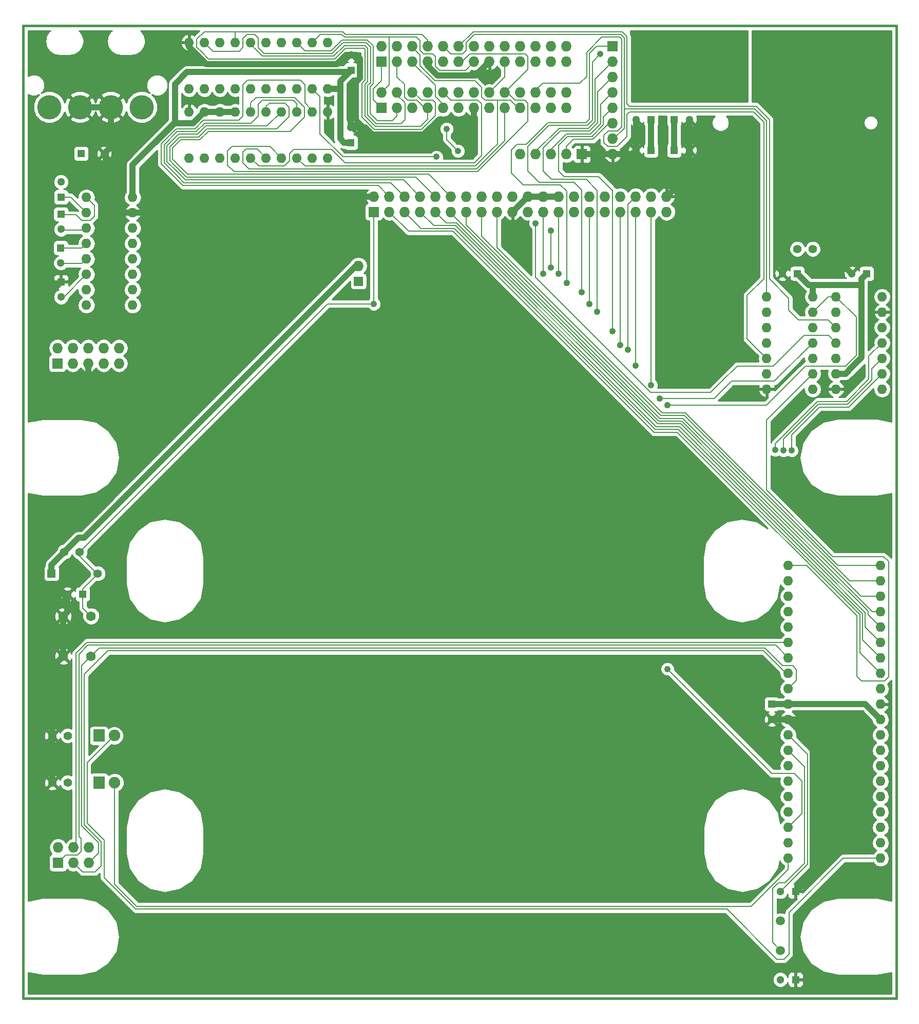
<source format=gbl>
G04 #@! TF.FileFunction,Copper,L2,Bot,Signal*
%FSLAX46Y46*%
G04 Gerber Fmt 4.6, Leading zero omitted, Abs format (unit mm)*
G04 Created by KiCad (PCBNEW 4.0.1-stable) date 15.08.2016 21:33:18*
%MOMM*%
G01*
G04 APERTURE LIST*
%ADD10C,0.150000*%
%ADD11C,0.381000*%
%ADD12C,0.599440*%
%ADD13O,1.600000X1.600000*%
%ADD14R,1.727200X1.727200*%
%ADD15O,1.727200X1.727200*%
%ADD16R,1.300000X1.300000*%
%ADD17C,1.300000*%
%ADD18C,1.600200*%
%ADD19R,1.524000X1.524000*%
%ADD20R,1.900000X2.000000*%
%ADD21C,1.900000*%
%ADD22R,1.397000X1.397000*%
%ADD23C,1.397000*%
%ADD24C,4.000500*%
%ADD25C,1.501140*%
%ADD26C,1.080000*%
%ADD27C,0.203200*%
%ADD28C,1.000760*%
%ADD29C,0.254000*%
G04 APERTURE END LIST*
D10*
D11*
X163619180Y-21351240D02*
X163619180Y-181749700D01*
X19618960Y-21351240D02*
X163619180Y-21351240D01*
X19618960Y-21358860D02*
X19618960Y-21351240D01*
X19618960Y-21369020D02*
X19618960Y-21358860D01*
X19618960Y-181749700D02*
X19618960Y-21369020D01*
X163619180Y-181749700D02*
X19618960Y-181749700D01*
D12*
X161010000Y-103295000D03*
X157835000Y-103295000D03*
X103085000Y-61760000D03*
X80010000Y-64770000D03*
X83185000Y-64770000D03*
X86360000Y-64770000D03*
X95885000Y-64770000D03*
X92710000Y-64770000D03*
X89535000Y-64770000D03*
X76835000Y-92075000D03*
X80010000Y-92075000D03*
X83185000Y-92075000D03*
X92710000Y-92075000D03*
X89535000Y-92075000D03*
X86360000Y-92075000D03*
X105410000Y-92075000D03*
X108585000Y-92075000D03*
X111760000Y-92075000D03*
X102235000Y-92075000D03*
X99060000Y-92075000D03*
X95885000Y-92075000D03*
X76835000Y-84455000D03*
X80010000Y-84455000D03*
X83185000Y-84455000D03*
X92710000Y-84455000D03*
X89535000Y-84455000D03*
X86360000Y-84455000D03*
X105410000Y-84455000D03*
X108585000Y-84455000D03*
X111760000Y-84455000D03*
X102235000Y-84455000D03*
X99060000Y-84455000D03*
X95885000Y-84455000D03*
D13*
X145800000Y-110360000D03*
X145800000Y-112900000D03*
X145800000Y-115440000D03*
X145800000Y-117980000D03*
X145800000Y-120520000D03*
X145800000Y-123060000D03*
X145800000Y-125600000D03*
X145800000Y-128140000D03*
X145800000Y-130680000D03*
X145800000Y-133220000D03*
X145800000Y-135760000D03*
X145800000Y-138300000D03*
X145800000Y-140840000D03*
X145800000Y-143380000D03*
X145800000Y-145920000D03*
X145800000Y-148460000D03*
X145800000Y-151000000D03*
X145800000Y-153540000D03*
X145800000Y-156080000D03*
X145800000Y-158620000D03*
X161040000Y-158620000D03*
X161040000Y-156080000D03*
X161040000Y-153540000D03*
X161040000Y-151000000D03*
X161040000Y-148460000D03*
X161040000Y-145920000D03*
X161040000Y-143380000D03*
X161040000Y-140840000D03*
X161040000Y-138300000D03*
X161040000Y-135760000D03*
X161040000Y-133220000D03*
X161040000Y-130680000D03*
X161040000Y-128140000D03*
X161040000Y-125600000D03*
X161040000Y-123060000D03*
X161040000Y-120520000D03*
X161040000Y-117980000D03*
X161040000Y-115440000D03*
X161040000Y-112900000D03*
X161040000Y-110360000D03*
X30060900Y-49669700D03*
X30060900Y-52209700D03*
X30060900Y-54749700D03*
X30060900Y-57289700D03*
X30060900Y-59829700D03*
X30060900Y-62369700D03*
X30060900Y-64909700D03*
X30060900Y-67449700D03*
X37680900Y-67449700D03*
X37680900Y-64909700D03*
X37680900Y-62369700D03*
X37680900Y-59829700D03*
X37680900Y-57289700D03*
X37680900Y-54749700D03*
X37680900Y-52209700D03*
X37680900Y-49669700D03*
D14*
X77470000Y-52070000D03*
D15*
X77470000Y-49530000D03*
X80010000Y-52070000D03*
X80010000Y-49530000D03*
X82550000Y-52070000D03*
X82550000Y-49530000D03*
X85090000Y-52070000D03*
X85090000Y-49530000D03*
X87630000Y-52070000D03*
X87630000Y-49530000D03*
X90170000Y-52070000D03*
X90170000Y-49530000D03*
X92710000Y-52070000D03*
X92710000Y-49530000D03*
X95250000Y-52070000D03*
X95250000Y-49530000D03*
X97790000Y-52070000D03*
X97790000Y-49530000D03*
X100330000Y-52070000D03*
X100330000Y-49530000D03*
X102870000Y-52070000D03*
X102870000Y-49530000D03*
X105410000Y-52070000D03*
X105410000Y-49530000D03*
X107950000Y-52070000D03*
X107950000Y-49530000D03*
X110490000Y-52070000D03*
X110490000Y-49530000D03*
X113030000Y-52070000D03*
X113030000Y-49530000D03*
X115570000Y-52070000D03*
X115570000Y-49530000D03*
X118110000Y-52070000D03*
X118110000Y-49530000D03*
X120650000Y-52070000D03*
X120650000Y-49530000D03*
X123190000Y-52070000D03*
X123190000Y-49530000D03*
X125730000Y-52070000D03*
X125730000Y-49530000D03*
D13*
X142240000Y-66040000D03*
X142240000Y-68580000D03*
X142240000Y-71120000D03*
X142240000Y-73660000D03*
X142240000Y-76200000D03*
X142240000Y-78740000D03*
X142240000Y-81280000D03*
X149860000Y-81280000D03*
X149860000Y-78740000D03*
X149860000Y-76200000D03*
X149860000Y-73660000D03*
X149860000Y-71120000D03*
X149860000Y-68580000D03*
X149860000Y-66040000D03*
D14*
X116840000Y-24765000D03*
D15*
X116840000Y-27305000D03*
X116840000Y-29845000D03*
X116840000Y-32385000D03*
X116840000Y-34925000D03*
X116840000Y-37465000D03*
X116840000Y-40005000D03*
X116840000Y-42545000D03*
D14*
X111760000Y-42545000D03*
D15*
X109220000Y-42545000D03*
X106680000Y-42545000D03*
X104140000Y-42545000D03*
X101600000Y-42545000D03*
D14*
X25400000Y-159385000D03*
D15*
X25400000Y-156845000D03*
X27940000Y-159385000D03*
X27940000Y-156845000D03*
X30480000Y-159385000D03*
X30480000Y-156845000D03*
D14*
X78740000Y-34925000D03*
D15*
X78740000Y-32385000D03*
X81280000Y-34925000D03*
X81280000Y-32385000D03*
X83820000Y-34925000D03*
X83820000Y-32385000D03*
X86360000Y-34925000D03*
X86360000Y-32385000D03*
X88900000Y-34925000D03*
X88900000Y-32385000D03*
X91440000Y-34925000D03*
X91440000Y-32385000D03*
X93980000Y-34925000D03*
X93980000Y-32385000D03*
X96520000Y-34925000D03*
X96520000Y-32385000D03*
X99060000Y-34925000D03*
X99060000Y-32385000D03*
X101600000Y-34925000D03*
X101600000Y-32385000D03*
X104140000Y-34925000D03*
X104140000Y-32385000D03*
X106680000Y-34925000D03*
X106680000Y-32385000D03*
X109220000Y-34925000D03*
X109220000Y-32385000D03*
D14*
X78740000Y-27305000D03*
D15*
X78740000Y-24765000D03*
X81280000Y-27305000D03*
X81280000Y-24765000D03*
X83820000Y-27305000D03*
X83820000Y-24765000D03*
X86360000Y-27305000D03*
X86360000Y-24765000D03*
X88900000Y-27305000D03*
X88900000Y-24765000D03*
X91440000Y-27305000D03*
X91440000Y-24765000D03*
X93980000Y-27305000D03*
X93980000Y-24765000D03*
X96520000Y-27305000D03*
X96520000Y-24765000D03*
X99060000Y-27305000D03*
X99060000Y-24765000D03*
X101600000Y-27305000D03*
X101600000Y-24765000D03*
X104140000Y-27305000D03*
X104140000Y-24765000D03*
X106680000Y-27305000D03*
X106680000Y-24765000D03*
X109220000Y-27305000D03*
X109220000Y-24765000D03*
D16*
X73660000Y-40640000D03*
D17*
X73660000Y-38140000D03*
D13*
X69850000Y-24130000D03*
X67310000Y-24130000D03*
X64770000Y-24130000D03*
X62230000Y-24130000D03*
X59690000Y-24130000D03*
X57150000Y-24130000D03*
X54610000Y-24130000D03*
X52070000Y-24130000D03*
X49530000Y-24130000D03*
X46990000Y-24130000D03*
X46990000Y-31750000D03*
X49530000Y-31750000D03*
X52070000Y-31750000D03*
X54610000Y-31750000D03*
X57150000Y-31750000D03*
X59690000Y-31750000D03*
X62230000Y-31750000D03*
X64770000Y-31750000D03*
X67310000Y-31750000D03*
X69850000Y-31750000D03*
D16*
X25880000Y-49630000D03*
D17*
X25880000Y-47130000D03*
D18*
X30815280Y-125326140D03*
X26243280Y-125326140D03*
X30815280Y-118722140D03*
X26243280Y-118722140D03*
D19*
X74930000Y-63500000D03*
D15*
X74930000Y-60960000D03*
D16*
X29464000Y-115112800D03*
D17*
X26964000Y-115112800D03*
D16*
X147320000Y-62230000D03*
D17*
X144820000Y-62230000D03*
D16*
X73700000Y-28710000D03*
D17*
X73700000Y-26210000D03*
D16*
X123190000Y-41910000D03*
D17*
X120690000Y-41910000D03*
D16*
X147015200Y-178638200D03*
D17*
X144515200Y-178638200D03*
D16*
X127000000Y-41910000D03*
D17*
X129500000Y-41910000D03*
D16*
X147010120Y-164104320D03*
D17*
X144510120Y-164104320D03*
D14*
X25295860Y-77038200D03*
D15*
X25295860Y-74498200D03*
X27835860Y-77038200D03*
X27835860Y-74498200D03*
X30375860Y-77038200D03*
X30375860Y-74498200D03*
X32915860Y-77038200D03*
X32915860Y-74498200D03*
X35455860Y-77038200D03*
X35455860Y-74498200D03*
D20*
X32179260Y-146151600D03*
D21*
X34719260Y-146151600D03*
D20*
X32125920Y-138419840D03*
D21*
X34665920Y-138419840D03*
D22*
X24320500Y-111671100D03*
D23*
X31940500Y-111671100D03*
D24*
X29009340Y-34790380D03*
X34089340Y-34790380D03*
X39169340Y-34790380D03*
X23929340Y-34790380D03*
D25*
X144526000Y-173814740D03*
X144526000Y-168932860D03*
D23*
X26969720Y-146149060D03*
X24429720Y-146149060D03*
X26969720Y-138424920D03*
X24429720Y-138424920D03*
X28973780Y-108122720D03*
X26433780Y-108122720D03*
D16*
X127000000Y-36830000D03*
D17*
X129500000Y-36830000D03*
D16*
X123190000Y-36830000D03*
D17*
X120690000Y-36830000D03*
D16*
X25850000Y-58010000D03*
D17*
X25850000Y-60510000D03*
D16*
X25870000Y-52430000D03*
D17*
X25870000Y-54930000D03*
D16*
X25890000Y-63600000D03*
D17*
X25890000Y-66100000D03*
D16*
X158750000Y-62230000D03*
D17*
X156250000Y-62230000D03*
D16*
X143090000Y-133220000D03*
D17*
X143090000Y-135720000D03*
D13*
X153670000Y-66040000D03*
X153670000Y-68580000D03*
X153670000Y-71120000D03*
X153670000Y-73660000D03*
X153670000Y-76200000D03*
X153670000Y-78740000D03*
X153670000Y-81280000D03*
X161290000Y-81280000D03*
X161290000Y-78740000D03*
X161290000Y-76200000D03*
X161290000Y-73660000D03*
X161290000Y-71120000D03*
X161290000Y-68580000D03*
X161290000Y-66040000D03*
X69850000Y-35560000D03*
X67310000Y-35560000D03*
X64770000Y-35560000D03*
X62230000Y-35560000D03*
X59690000Y-35560000D03*
X57150000Y-35560000D03*
X54610000Y-35560000D03*
X52070000Y-35560000D03*
X49530000Y-35560000D03*
X46990000Y-35560000D03*
X46990000Y-43180000D03*
X49530000Y-43180000D03*
X52070000Y-43180000D03*
X54610000Y-43180000D03*
X57150000Y-43180000D03*
X59690000Y-43180000D03*
X62230000Y-43180000D03*
X64770000Y-43180000D03*
X67310000Y-43180000D03*
X69850000Y-43180000D03*
D16*
X29200000Y-42450000D03*
D17*
X33000000Y-42450000D03*
D12*
X121285000Y-24765000D03*
X121285000Y-27305000D03*
X124587000Y-27305000D03*
X127635000Y-27305000D03*
X127635000Y-24765000D03*
X130810000Y-27305000D03*
X133985000Y-27305000D03*
X137160000Y-27305000D03*
X137160000Y-24765000D03*
X133985000Y-24765000D03*
X130810000Y-24765000D03*
X130810000Y-29845000D03*
X133985000Y-29845000D03*
X137160000Y-29845000D03*
X139446000Y-137541000D03*
X137414000Y-128270000D03*
X134239000Y-128270000D03*
X129540000Y-106934000D03*
X129540000Y-114554000D03*
X75819000Y-38227000D03*
X142875000Y-26670000D03*
X142875000Y-28575000D03*
X142875000Y-24765000D03*
X150495000Y-24765000D03*
X151765000Y-26670000D03*
X153035000Y-28575000D03*
X155575000Y-45085000D03*
X152400000Y-45085000D03*
X149225000Y-45085000D03*
X135255000Y-58420000D03*
X132080000Y-58420000D03*
X128905000Y-58420000D03*
X22225000Y-41275000D03*
X34925000Y-40005000D03*
X38100000Y-40005000D03*
X22225000Y-44450000D03*
X95885000Y-106680000D03*
X99060000Y-106680000D03*
X102235000Y-106680000D03*
X111760000Y-106680000D03*
X108585000Y-106680000D03*
X105410000Y-106680000D03*
X86360000Y-106680000D03*
X89535000Y-106680000D03*
X92710000Y-106680000D03*
X83185000Y-106680000D03*
X80010000Y-106680000D03*
X76835000Y-106680000D03*
X95885000Y-114300000D03*
X99060000Y-114300000D03*
X102235000Y-114300000D03*
X111760000Y-114300000D03*
X108585000Y-114300000D03*
X105410000Y-114300000D03*
X86360000Y-114300000D03*
X89535000Y-114300000D03*
X92710000Y-114300000D03*
X83185000Y-114300000D03*
X80010000Y-114300000D03*
X76835000Y-114300000D03*
X95885000Y-128270000D03*
X99060000Y-128270000D03*
X102235000Y-128270000D03*
X111760000Y-128270000D03*
X108585000Y-128270000D03*
X105410000Y-128270000D03*
X86360000Y-128270000D03*
X89535000Y-128270000D03*
X92710000Y-128270000D03*
X83185000Y-128270000D03*
X80010000Y-128270000D03*
X76835000Y-128270000D03*
X95885000Y-147955000D03*
X99060000Y-147955000D03*
X102235000Y-147955000D03*
X111760000Y-147955000D03*
X108585000Y-147955000D03*
X105410000Y-147955000D03*
X86360000Y-147955000D03*
X89535000Y-147955000D03*
X92710000Y-147955000D03*
X83185000Y-147955000D03*
X80010000Y-147955000D03*
X76835000Y-147955000D03*
X95885000Y-155575000D03*
X99060000Y-155575000D03*
X102235000Y-155575000D03*
X111760000Y-155575000D03*
X108585000Y-155575000D03*
X105410000Y-155575000D03*
X86360000Y-155575000D03*
X89535000Y-155575000D03*
X92710000Y-155575000D03*
X83185000Y-155575000D03*
X80010000Y-155575000D03*
X76835000Y-155575000D03*
X96520000Y-174625000D03*
X99695000Y-174625000D03*
X102870000Y-174625000D03*
X112395000Y-174625000D03*
X109220000Y-174625000D03*
X106045000Y-174625000D03*
X86995000Y-174625000D03*
X90170000Y-174625000D03*
X93345000Y-174625000D03*
X83820000Y-174625000D03*
X80645000Y-174625000D03*
X77470000Y-174625000D03*
X157480000Y-156210000D03*
X154305000Y-156210000D03*
X151130000Y-156210000D03*
X158750000Y-163195000D03*
X155575000Y-163195000D03*
X23495000Y-104140000D03*
X42545000Y-99060000D03*
X52070000Y-99060000D03*
X48895000Y-99060000D03*
X45720000Y-99060000D03*
X46355000Y-80010000D03*
X43180000Y-80010000D03*
X40005000Y-80010000D03*
X44450000Y-53340000D03*
X41275000Y-53340000D03*
X44450000Y-59055000D03*
X41275000Y-59055000D03*
X32702500Y-60642500D03*
X32702500Y-63817500D03*
X34607500Y-51117500D03*
X34607500Y-54292500D03*
X74041000Y-35433000D03*
D23*
X149850000Y-58180000D03*
X147310000Y-58180000D03*
D26*
X123200000Y-80600000D03*
X107960000Y-62290000D03*
X104150000Y-53950000D03*
X89490000Y-38400000D03*
X91340000Y-42020000D03*
X105420000Y-62260000D03*
X120610000Y-77450000D03*
X118110000Y-74020000D03*
X119390000Y-74830000D03*
X143680000Y-91330000D03*
X145040000Y-91380000D03*
X146410000Y-91420000D03*
X93980000Y-42230000D03*
X158500000Y-135760000D03*
X77470000Y-67230000D03*
X113040000Y-67230000D03*
X116840000Y-71720000D03*
X114310000Y-68510000D03*
X111750000Y-65270000D03*
X114820000Y-26040000D03*
X109250000Y-63780000D03*
X124600000Y-82820000D03*
X125860000Y-127420000D03*
X125860000Y-83930000D03*
X87810000Y-43000000D03*
X106680000Y-55160000D03*
X106680000Y-61250000D03*
D27*
X93900000Y-33640000D02*
X94600000Y-33640000D01*
X58470000Y-44500000D02*
X61860000Y-44500000D01*
X57150000Y-43180000D02*
X58470000Y-44500000D01*
X95230000Y-34270000D02*
X95230000Y-42790000D01*
X90155000Y-33640000D02*
X93900000Y-33640000D01*
X88900000Y-32385000D02*
X90155000Y-33640000D01*
X62700000Y-44500000D02*
X63540000Y-43660000D01*
X63540000Y-43660000D02*
X63540000Y-42440000D01*
X63540000Y-42440000D02*
X64210000Y-41770000D01*
X64210000Y-41770000D02*
X70480000Y-41770000D01*
X70480000Y-41770000D02*
X72720000Y-44010000D01*
X72720000Y-44010000D02*
X94010000Y-44010000D01*
X94010000Y-44010000D02*
X95230000Y-42790000D01*
X61860000Y-44500000D02*
X62700000Y-44500000D01*
X94600000Y-33640000D02*
X95230000Y-34270000D01*
X123190000Y-75470000D02*
X123190000Y-80590000D01*
X123190000Y-80590000D02*
X123200000Y-80600000D01*
X149860000Y-78740000D02*
X142226328Y-86373672D01*
X148833418Y-110360000D02*
X145800000Y-110360000D01*
X157151192Y-118677774D02*
X148833418Y-110360000D01*
X157151192Y-128601192D02*
X157151192Y-118677774D01*
X157930000Y-129380000D02*
X157151192Y-128601192D01*
X161680000Y-129380000D02*
X157930000Y-129380000D01*
X162350000Y-128710000D02*
X161680000Y-129380000D01*
X162350000Y-109690000D02*
X162350000Y-128710000D01*
X161550000Y-108890000D02*
X162350000Y-109690000D01*
X153182656Y-108890000D02*
X161550000Y-108890000D01*
X142226328Y-97933672D02*
X153182656Y-108890000D01*
X142226328Y-86373672D02*
X142226328Y-97933672D01*
X123190000Y-52070000D02*
X123190000Y-75470000D01*
X107950000Y-52070000D02*
X107960000Y-52080000D01*
X107960000Y-52080000D02*
X107960000Y-62290000D01*
X104150000Y-61010000D02*
X104150000Y-62870000D01*
X104150000Y-62870000D02*
X123090000Y-81810000D01*
X104150000Y-53950000D02*
X104150000Y-61010000D01*
X134800000Y-80040000D02*
X133030000Y-81810000D01*
X137380000Y-77460000D02*
X134800000Y-80040000D01*
X143360000Y-77460000D02*
X137380000Y-77460000D01*
X148400000Y-72420000D02*
X143360000Y-77460000D01*
X152430000Y-72420000D02*
X148400000Y-72420000D01*
X153670000Y-73660000D02*
X152430000Y-72420000D01*
X133030000Y-81810000D02*
X123090000Y-81810000D01*
X89490000Y-38400000D02*
X89490000Y-40170000D01*
X89490000Y-40170000D02*
X91340000Y-42020000D01*
X78740000Y-29930000D02*
X78740000Y-30410000D01*
X77360000Y-33545000D02*
X78740000Y-34925000D01*
X77360000Y-31790000D02*
X77360000Y-33545000D01*
X78740000Y-30410000D02*
X77360000Y-31790000D01*
X78740000Y-27305000D02*
X78740000Y-29930000D01*
X78740000Y-34925000D02*
X78362202Y-34925000D01*
X117390000Y-41270000D02*
X117610000Y-41270000D01*
X119660000Y-35570000D02*
X120500000Y-35570000D01*
X119224404Y-36005596D02*
X119660000Y-35570000D01*
X119224404Y-39655596D02*
X119224404Y-36005596D01*
X117610000Y-41270000D02*
X119224404Y-39655596D01*
X117260000Y-38720000D02*
X117650000Y-38720000D01*
X118310000Y-23560000D02*
X118014404Y-23264404D01*
X118310000Y-38060000D02*
X118310000Y-23560000D01*
X117650000Y-38720000D02*
X118310000Y-38060000D01*
X140080000Y-35570000D02*
X141782798Y-37272798D01*
X120500000Y-35570000D02*
X140080000Y-35570000D01*
X116600000Y-38720000D02*
X116130000Y-38720000D01*
X139050000Y-73010000D02*
X142240000Y-76200000D01*
X139050000Y-65800000D02*
X139050000Y-73010000D01*
X141782798Y-63067202D02*
X139050000Y-65800000D01*
X141782798Y-37272798D02*
X141782798Y-63067202D01*
X116060000Y-41270000D02*
X117390000Y-41270000D01*
X115420000Y-40630000D02*
X116060000Y-41270000D01*
X115420000Y-39430000D02*
X115420000Y-40630000D01*
X116130000Y-38720000D02*
X115420000Y-39430000D01*
X104140000Y-32385000D02*
X104140000Y-32010000D01*
X104140000Y-32010000D02*
X105290000Y-30860000D01*
X115089014Y-23264404D02*
X118014404Y-23264404D01*
X112576788Y-25776630D02*
X115089014Y-23264404D01*
X112576788Y-29710000D02*
X112576788Y-25776630D01*
X111426788Y-30860000D02*
X112576788Y-29710000D01*
X105290000Y-30860000D02*
X111426788Y-30860000D01*
X117260000Y-38720000D02*
X116600000Y-38720000D01*
X120740000Y-34655596D02*
X119660000Y-34655596D01*
X119224404Y-23181240D02*
X118527075Y-22483911D01*
X119224404Y-34220000D02*
X119224404Y-23181240D01*
X119660000Y-34655596D02*
X119224404Y-34220000D01*
X117970000Y-22350000D02*
X118393164Y-22350000D01*
X93855000Y-22350000D02*
X117970000Y-22350000D01*
X91440000Y-24765000D02*
X93855000Y-22350000D01*
X118393164Y-22350000D02*
X118527075Y-22483911D01*
X142697202Y-36860620D02*
X142697202Y-38290000D01*
X140492178Y-34655596D02*
X142697202Y-36860620D01*
X120740000Y-34655596D02*
X140492178Y-34655596D01*
X153670000Y-71120000D02*
X152400000Y-69850000D01*
X147480000Y-69850000D02*
X145880000Y-68250000D01*
X152400000Y-69850000D02*
X147480000Y-69850000D01*
X145880000Y-66290000D02*
X145880000Y-68250000D01*
X142697202Y-63107202D02*
X145880000Y-66290000D01*
X142697202Y-38290000D02*
X142697202Y-63107202D01*
X91440000Y-24765000D02*
X91440000Y-24683418D01*
X59690000Y-43180000D02*
X58240000Y-41730000D01*
X99060000Y-40310000D02*
X99060000Y-34925000D01*
X94410000Y-44960000D02*
X99060000Y-40310000D01*
X56910000Y-44960000D02*
X94410000Y-44960000D01*
X55900000Y-43950000D02*
X56910000Y-44960000D01*
X55900000Y-42170000D02*
X55900000Y-43950000D01*
X56340000Y-41730000D02*
X55900000Y-42170000D01*
X58240000Y-41730000D02*
X56340000Y-41730000D01*
X105410000Y-52070000D02*
X105410000Y-62250000D01*
X105410000Y-62250000D02*
X105420000Y-62260000D01*
X87620000Y-27280000D02*
X87620000Y-28020000D01*
X92575000Y-28710000D02*
X93980000Y-27305000D01*
X88310000Y-28710000D02*
X92575000Y-28710000D01*
X87620000Y-28020000D02*
X88310000Y-28710000D01*
X87620000Y-26430000D02*
X87220000Y-26030000D01*
X87620000Y-27280000D02*
X87620000Y-26430000D01*
X67310000Y-24130000D02*
X68632798Y-22807202D01*
X72147202Y-22807202D02*
X72600000Y-23260000D01*
X68632798Y-22807202D02*
X72147202Y-22807202D01*
X72600000Y-23260000D02*
X74370000Y-23260000D01*
X74370000Y-23260000D02*
X80020000Y-23260000D01*
X85100000Y-24660000D02*
X85100000Y-25460000D01*
X85100000Y-25460000D02*
X85670000Y-26030000D01*
X80010000Y-27710000D02*
X80010000Y-23260000D01*
X80020000Y-23330000D02*
X80020000Y-23260000D01*
X80020000Y-23270000D02*
X80020000Y-23330000D01*
X80010000Y-23260000D02*
X80020000Y-23270000D01*
X84520000Y-23260000D02*
X85100000Y-23840000D01*
X85100000Y-23840000D02*
X85100000Y-24660000D01*
X80020000Y-23260000D02*
X84520000Y-23260000D01*
X86270000Y-26030000D02*
X85670000Y-26030000D01*
X87220000Y-26030000D02*
X86270000Y-26030000D01*
X80010000Y-31115000D02*
X80010000Y-27710000D01*
X78740000Y-32385000D02*
X80010000Y-31115000D01*
X77380000Y-30460000D02*
X77380000Y-30943706D01*
X77380000Y-30943706D02*
X76902798Y-31420908D01*
X76902798Y-35882798D02*
X78085596Y-37065596D01*
X76902798Y-31420908D02*
X76902798Y-35882798D01*
X64770000Y-24130000D02*
X66130000Y-25490000D01*
X72212798Y-23717202D02*
X76030000Y-23717202D01*
X70440000Y-25490000D02*
X72212798Y-23717202D01*
X66130000Y-25490000D02*
X70440000Y-25490000D01*
X77380000Y-24710000D02*
X77380000Y-26310000D01*
X76387202Y-23717202D02*
X77380000Y-24710000D01*
X76030000Y-23717202D02*
X76387202Y-23717202D01*
X77380000Y-29620000D02*
X77380000Y-30460000D01*
X77380000Y-26310000D02*
X77380000Y-29620000D01*
X81280000Y-34925000D02*
X81280000Y-36275596D01*
X80490000Y-37065596D02*
X78085596Y-37065596D01*
X81280000Y-36275596D02*
X80490000Y-37065596D01*
X83820000Y-27305000D02*
X83820000Y-27430000D01*
X83820000Y-27430000D02*
X87610000Y-31220000D01*
X87610000Y-33010000D02*
X88900000Y-34300000D01*
X87610000Y-31220000D02*
X87610000Y-33010000D01*
X88900000Y-34300000D02*
X88900000Y-34925000D01*
X76255271Y-30775271D02*
X75988394Y-31042148D01*
X75988394Y-36261558D02*
X77706836Y-37980000D01*
X75988394Y-31042148D02*
X75988394Y-36261558D01*
X83860000Y-33680000D02*
X84600000Y-33680000D01*
X84600000Y-33680000D02*
X85845000Y-34925000D01*
X85845000Y-34925000D02*
X86360000Y-34925000D01*
X58125000Y-25455000D02*
X59074404Y-26404404D01*
X72591558Y-24631606D02*
X75030000Y-24631606D01*
X70818760Y-26404404D02*
X72591558Y-24631606D01*
X59074404Y-26404404D02*
X70818760Y-26404404D01*
X57150000Y-24130000D02*
X57150000Y-24480000D01*
X57150000Y-24480000D02*
X58125000Y-25455000D01*
X76465596Y-25088760D02*
X76465596Y-26300000D01*
X76008442Y-24631606D02*
X76465596Y-25088760D01*
X75030000Y-24631606D02*
X76008442Y-24631606D01*
X76465596Y-29460000D02*
X76465596Y-30564946D01*
X76465596Y-30564946D02*
X76255271Y-30775271D01*
X77706836Y-37980000D02*
X85150000Y-37980000D01*
X86360000Y-36770000D02*
X86360000Y-34925000D01*
X85150000Y-37980000D02*
X86360000Y-36770000D01*
X76465596Y-26300000D02*
X76465596Y-29460000D01*
X81280000Y-27305000D02*
X81280000Y-29800000D01*
X81280000Y-29800000D02*
X82540000Y-31060000D01*
X82540000Y-31060000D02*
X82540000Y-33160000D01*
X82540000Y-33160000D02*
X83060000Y-33680000D01*
X83060000Y-33680000D02*
X83860000Y-33680000D01*
X81280000Y-27305000D02*
X81280000Y-27600000D01*
X75836980Y-30546980D02*
X75531192Y-30852768D01*
X75531192Y-36450938D02*
X77517456Y-38437202D01*
X75531192Y-30852768D02*
X75531192Y-36450938D01*
X54610000Y-24130000D02*
X54610000Y-22350000D01*
X54610000Y-22350000D02*
X54610000Y-22410000D01*
X54610000Y-22410000D02*
X54610000Y-22350000D01*
X58590000Y-22350000D02*
X54610000Y-22350000D01*
X54610000Y-22350000D02*
X49510000Y-22350000D01*
X49510000Y-22350000D02*
X48260000Y-23600000D01*
X83820000Y-32385000D02*
X84005000Y-32385000D01*
X84005000Y-32385000D02*
X85290000Y-33670000D01*
X85290000Y-33670000D02*
X87200000Y-33670000D01*
X86163291Y-37613291D02*
X87610000Y-36166582D01*
X87610000Y-34080000D02*
X87200000Y-33670000D01*
X87610000Y-36166582D02*
X87610000Y-34080000D01*
X84495000Y-32385000D02*
X83820000Y-32385000D01*
X49085000Y-25715000D02*
X50231606Y-26861606D01*
X85339380Y-38437202D02*
X86163291Y-37613291D01*
X77517456Y-38437202D02*
X85339380Y-38437202D01*
X86163291Y-37613291D02*
X86233291Y-37543291D01*
X76008394Y-30375566D02*
X75836980Y-30546980D01*
X76008394Y-25278140D02*
X76008394Y-30375566D01*
X75819062Y-25088808D02*
X76008394Y-25278140D01*
X72780938Y-25088808D02*
X75819062Y-25088808D01*
X71008140Y-26861606D02*
X72780938Y-25088808D01*
X50231606Y-26861606D02*
X71008140Y-26861606D01*
X71090000Y-22350000D02*
X72336582Y-22350000D01*
X85402798Y-22802798D02*
X86360000Y-23760000D01*
X72789380Y-22802798D02*
X85402798Y-22802798D01*
X72336582Y-22350000D02*
X72789380Y-22802798D01*
X59460000Y-22350000D02*
X71090000Y-22350000D01*
X86360000Y-23760000D02*
X86360000Y-24765000D01*
X48260000Y-24890000D02*
X49085000Y-25715000D01*
X48260000Y-23600000D02*
X48260000Y-24890000D01*
X58590000Y-22350000D02*
X59460000Y-22350000D01*
X86360000Y-24765000D02*
X86360000Y-24453418D01*
X76843562Y-30833562D02*
X76445596Y-31231528D01*
X76445596Y-36072178D02*
X77896216Y-37522798D01*
X76445596Y-31231528D02*
X76445596Y-36072178D01*
X58765000Y-25335000D02*
X59377202Y-25947202D01*
X72402178Y-24174404D02*
X75070000Y-24174404D01*
X70629380Y-25947202D02*
X72402178Y-24174404D01*
X59377202Y-25947202D02*
X70629380Y-25947202D01*
X49530000Y-24130000D02*
X50960000Y-25560000D01*
X58400000Y-24970000D02*
X58765000Y-25335000D01*
X58400000Y-23400000D02*
X58400000Y-24540000D01*
X58400000Y-24540000D02*
X58400000Y-24970000D01*
X57807202Y-22807202D02*
X58400000Y-23400000D01*
X56579380Y-22807202D02*
X57807202Y-22807202D01*
X55880000Y-23506582D02*
X56579380Y-22807202D01*
X55880000Y-24930000D02*
X55880000Y-23506582D01*
X55250000Y-25560000D02*
X55880000Y-24930000D01*
X50960000Y-25560000D02*
X55250000Y-25560000D01*
X82580000Y-36850000D02*
X82580000Y-34070000D01*
X81907202Y-37522798D02*
X82580000Y-36850000D01*
X82580000Y-34070000D02*
X81280000Y-32770000D01*
X76922798Y-26280000D02*
X76922798Y-30754326D01*
X76922798Y-30754326D02*
X76843562Y-30833562D01*
X77896216Y-37522798D02*
X81907202Y-37522798D01*
X75070000Y-24174404D02*
X76197822Y-24174404D01*
X76197822Y-24174404D02*
X76922798Y-24899380D01*
X76922798Y-24899380D02*
X76922798Y-26280000D01*
X49530000Y-24130000D02*
X49530000Y-24786816D01*
X81280000Y-32770000D02*
X81280000Y-32385000D01*
X120650000Y-72950000D02*
X120650000Y-77410000D01*
X120650000Y-77410000D02*
X120610000Y-77450000D01*
X120650000Y-52070000D02*
X120650000Y-72950000D01*
X118110000Y-70020000D02*
X118110000Y-74030000D01*
X118110000Y-74030000D02*
X118110000Y-74020000D01*
X118110000Y-52070000D02*
X118110000Y-70020000D01*
X119390000Y-72070000D02*
X119390000Y-74830000D01*
X120650000Y-49530000D02*
X119390000Y-50790000D01*
X119390000Y-50790000D02*
X119390000Y-72070000D01*
X137258037Y-93611963D02*
X128836074Y-85190000D01*
X97790000Y-57976582D02*
X97790000Y-52070000D01*
X125003418Y-85190000D02*
X97790000Y-57976582D01*
X128836074Y-85190000D02*
X125003418Y-85190000D01*
X137258037Y-93611963D02*
X141785660Y-98139586D01*
X154006074Y-110360000D02*
X161040000Y-110360000D01*
X141785660Y-98139586D02*
X154006074Y-110360000D01*
X137299746Y-94300254D02*
X128646694Y-85647202D01*
X95250000Y-56090000D02*
X95250000Y-52070000D01*
X124807202Y-85647202D02*
X95250000Y-56090000D01*
X128646694Y-85647202D02*
X124807202Y-85647202D01*
X137299746Y-94300254D02*
X142022746Y-99023254D01*
X155899492Y-112900000D02*
X161040000Y-112900000D01*
X142022746Y-99023254D02*
X155899492Y-112900000D01*
X136986455Y-94633545D02*
X128457314Y-86104404D01*
X92710000Y-54196582D02*
X92710000Y-52070000D01*
X124617822Y-86104404D02*
X92710000Y-54196582D01*
X128457314Y-86104404D02*
X124617822Y-86104404D01*
X136986455Y-94633545D02*
X141406900Y-99053990D01*
X157792910Y-115440000D02*
X161040000Y-115440000D01*
X141406900Y-99053990D02*
X157792910Y-115440000D01*
X136703164Y-94996836D02*
X128267934Y-86561606D01*
X124428442Y-86561606D02*
X90170000Y-52303164D01*
X128267934Y-86561606D02*
X124428442Y-86561606D01*
X90170000Y-52303164D02*
X90170000Y-52070000D01*
X136703164Y-94996836D02*
X141217520Y-99511192D01*
X159686328Y-117980000D02*
X161040000Y-117980000D01*
X141217520Y-99511192D02*
X159686328Y-117980000D01*
X136479873Y-95420127D02*
X128078554Y-87018808D01*
X89430000Y-53870000D02*
X87630000Y-52070000D01*
X91090254Y-53870000D02*
X89430000Y-53870000D01*
X124239062Y-87018808D02*
X91090254Y-53870000D01*
X128078554Y-87018808D02*
X124239062Y-87018808D01*
X136479873Y-95420127D02*
X141052873Y-99993127D01*
X150809873Y-109750127D02*
X158980000Y-117920254D01*
X158980000Y-118460000D02*
X161040000Y-120520000D01*
X158980000Y-117920254D02*
X158980000Y-118460000D01*
X141052873Y-99993127D02*
X150809873Y-109750127D01*
X136481582Y-96068418D02*
X127889174Y-87476010D01*
X87347202Y-54327202D02*
X85090000Y-52070000D01*
X90900874Y-54327202D02*
X87347202Y-54327202D01*
X124049682Y-87476010D02*
X90900874Y-54327202D01*
X127889174Y-87476010D02*
X124049682Y-87476010D01*
X136481582Y-96068418D02*
X140856582Y-100443418D01*
X150656582Y-110243418D02*
X158522798Y-118109634D01*
X158522798Y-120542798D02*
X161040000Y-123060000D01*
X158522798Y-118109634D02*
X158522798Y-120542798D01*
X140856582Y-100443418D02*
X150656582Y-110243418D01*
X136108291Y-96341709D02*
X127699794Y-87933212D01*
X85264404Y-54784404D02*
X82550000Y-52070000D01*
X90711494Y-54784404D02*
X85264404Y-54784404D01*
X123860302Y-87933212D02*
X90711494Y-54784404D01*
X127699794Y-87933212D02*
X123860302Y-87933212D01*
X136108291Y-96341709D02*
X140649380Y-100882798D01*
X150083291Y-110316709D02*
X158065596Y-118299014D01*
X140649380Y-100882798D02*
X150083291Y-110316709D01*
X158065596Y-118299014D02*
X158065596Y-122625596D01*
X158065596Y-122625596D02*
X161040000Y-125600000D01*
X135890000Y-96770000D02*
X127510414Y-88390414D01*
X83181606Y-55241606D02*
X80010000Y-52070000D01*
X90522114Y-55241606D02*
X83181606Y-55241606D01*
X123670922Y-88390414D02*
X90522114Y-55241606D01*
X127510414Y-88390414D02*
X123670922Y-88390414D01*
X135890000Y-96770000D02*
X140460000Y-101340000D01*
X149080000Y-109960000D02*
X157608394Y-118488394D01*
X140460000Y-101340000D02*
X149080000Y-109960000D01*
X157608394Y-118488394D02*
X157608394Y-124708394D01*
X157608394Y-124708394D02*
X161040000Y-128140000D01*
X45575000Y-47305000D02*
X45973212Y-47703212D01*
X78183212Y-47703212D02*
X80010000Y-49530000D01*
X45973212Y-47703212D02*
X78183212Y-47703212D01*
X55880000Y-36190000D02*
X55880000Y-36290000D01*
X42430000Y-44160000D02*
X45575000Y-47305000D01*
X42430000Y-40800000D02*
X42430000Y-44160000D01*
X44870000Y-38360000D02*
X42430000Y-40800000D01*
X48000000Y-38360000D02*
X44870000Y-38360000D01*
X49380000Y-36980000D02*
X48000000Y-38360000D01*
X55190000Y-36980000D02*
X49380000Y-36980000D01*
X55880000Y-36290000D02*
X55190000Y-36980000D01*
X55880000Y-31650000D02*
X55880000Y-31070000D01*
X66070000Y-34090000D02*
X67310000Y-35330000D01*
X66070000Y-31070000D02*
X66070000Y-34090000D01*
X65310000Y-30310000D02*
X66070000Y-31070000D01*
X56640000Y-30310000D02*
X65310000Y-30310000D01*
X55880000Y-31070000D02*
X56640000Y-30310000D01*
X67310000Y-35330000D02*
X67310000Y-35560000D01*
X55880000Y-31650000D02*
X55880000Y-36190000D01*
X45248291Y-46331709D02*
X46162592Y-47246010D01*
X80266010Y-47246010D02*
X82550000Y-49530000D01*
X46162592Y-47246010D02*
X80266010Y-47246010D01*
X58420000Y-35390000D02*
X58420000Y-36230000D01*
X42887202Y-43970620D02*
X45248291Y-46331709D01*
X42887202Y-40989380D02*
X42887202Y-43970620D01*
X45059380Y-38817202D02*
X42887202Y-40989380D01*
X48189380Y-38817202D02*
X45059380Y-38817202D01*
X49566582Y-37440000D02*
X48189380Y-38817202D01*
X57210000Y-37440000D02*
X49566582Y-37440000D01*
X58420000Y-36230000D02*
X57210000Y-37440000D01*
X64770000Y-35560000D02*
X64770000Y-34250000D01*
X58420000Y-34320000D02*
X58420000Y-35390000D01*
X59080000Y-33660000D02*
X58420000Y-34320000D01*
X64180000Y-33660000D02*
X59080000Y-33660000D01*
X64770000Y-34250000D02*
X64180000Y-33660000D01*
X64770000Y-35560000D02*
X64770000Y-35470000D01*
X44931582Y-45368418D02*
X46351972Y-46788808D01*
X82348808Y-46788808D02*
X85090000Y-49530000D01*
X46351972Y-46788808D02*
X82348808Y-46788808D01*
X62230000Y-35560000D02*
X59880000Y-37910000D01*
X43344404Y-43781240D02*
X44931582Y-45368418D01*
X43344404Y-41178760D02*
X43344404Y-43781240D01*
X45248760Y-39274404D02*
X43344404Y-41178760D01*
X48415596Y-39274404D02*
X45248760Y-39274404D01*
X49780000Y-37910000D02*
X48415596Y-39274404D01*
X59880000Y-37910000D02*
X49780000Y-37910000D01*
X44529873Y-44320127D02*
X46541352Y-46331606D01*
X84431606Y-46331606D02*
X87630000Y-49530000D01*
X46541352Y-46331606D02*
X84431606Y-46331606D01*
X63520000Y-35950000D02*
X63520000Y-36320000D01*
X43801606Y-43591860D02*
X44529873Y-44320127D01*
X43801606Y-41368140D02*
X43801606Y-43591860D01*
X45438140Y-39731606D02*
X43801606Y-41368140D01*
X48604976Y-39731606D02*
X45438140Y-39731606D01*
X49969380Y-38367202D02*
X48604976Y-39731606D01*
X61472798Y-38367202D02*
X49969380Y-38367202D01*
X63520000Y-36320000D02*
X61472798Y-38367202D01*
X59690000Y-35560000D02*
X59690000Y-34690000D01*
X63520000Y-34870000D02*
X63520000Y-35950000D01*
X62790000Y-34140000D02*
X63520000Y-34870000D01*
X60240000Y-34140000D02*
X62790000Y-34140000D01*
X59690000Y-34690000D02*
X60240000Y-34140000D01*
X44653164Y-43796836D02*
X46730732Y-45874404D01*
X86514404Y-45874404D02*
X90170000Y-49530000D01*
X46730732Y-45874404D02*
X86514404Y-45874404D01*
X66010000Y-35030000D02*
X66010000Y-36480000D01*
X44258808Y-43402480D02*
X44653164Y-43796836D01*
X44258808Y-41557520D02*
X44258808Y-43402480D01*
X45627520Y-40188808D02*
X44258808Y-41557520D01*
X48794356Y-40188808D02*
X45627520Y-40188808D01*
X50153164Y-38830000D02*
X48794356Y-40188808D01*
X63660000Y-38830000D02*
X50153164Y-38830000D01*
X66010000Y-36480000D02*
X63660000Y-38830000D01*
X60300000Y-33180000D02*
X58060000Y-33180000D01*
X57150000Y-34090000D02*
X57150000Y-35560000D01*
X58060000Y-33180000D02*
X57150000Y-34090000D01*
X64380000Y-33180000D02*
X66010000Y-34810000D01*
X60300000Y-33180000D02*
X64380000Y-33180000D01*
X66010000Y-34810000D02*
X66010000Y-35030000D01*
X161290000Y-73660000D02*
X159114507Y-75835493D01*
X143680000Y-90246836D02*
X143680000Y-91330000D01*
X150601240Y-83325596D02*
X143680000Y-90246836D01*
X155411240Y-83325596D02*
X150601240Y-83325596D01*
X159114507Y-79622329D02*
X155411240Y-83325596D01*
X159114507Y-75835493D02*
X159114507Y-79622329D01*
X161290000Y-76200000D02*
X159571709Y-77918291D01*
X145040000Y-89533418D02*
X145040000Y-91380000D01*
X150790620Y-83782798D02*
X145040000Y-89533418D01*
X155600620Y-83782798D02*
X150790620Y-83782798D01*
X159571709Y-79811709D02*
X155600620Y-83782798D01*
X159571709Y-77918291D02*
X159571709Y-79811709D01*
X146410000Y-88810000D02*
X150980000Y-84240000D01*
X146410000Y-91420000D02*
X146410000Y-88810000D01*
X155790000Y-84240000D02*
X161290000Y-78740000D01*
X150980000Y-84240000D02*
X155790000Y-84240000D01*
X119880000Y-35112798D02*
X118767202Y-35112798D01*
X118810000Y-35120000D02*
X118767202Y-35120000D01*
X118774404Y-35120000D02*
X118810000Y-35120000D01*
X118767202Y-35112798D02*
X118774404Y-35120000D01*
X117570000Y-22807202D02*
X118203784Y-22807202D01*
X118203784Y-22807202D02*
X118767202Y-23370620D01*
X118767202Y-23370620D02*
X118767202Y-35120000D01*
X118767202Y-38262798D02*
X117025000Y-40005000D01*
X118767202Y-35120000D02*
X118767202Y-38262798D01*
X117025000Y-40005000D02*
X116840000Y-40005000D01*
X121550000Y-35112798D02*
X119880000Y-35112798D01*
X117230000Y-22807202D02*
X117570000Y-22807202D01*
X90155000Y-26020000D02*
X92140000Y-26020000D01*
X92140000Y-26020000D02*
X92700000Y-25460000D01*
X92700000Y-25460000D02*
X92700000Y-25000000D01*
X88900000Y-24765000D02*
X90155000Y-26020000D01*
X92700000Y-25000000D02*
X92700000Y-24750000D01*
X94044380Y-22807202D02*
X117230000Y-22807202D01*
X92700000Y-24151582D02*
X94044380Y-22807202D01*
X92700000Y-24750000D02*
X92700000Y-24151582D01*
X140302798Y-35112798D02*
X142240000Y-37050000D01*
X121550000Y-35112798D02*
X140302798Y-35112798D01*
X142240000Y-37050000D02*
X142240000Y-66040000D01*
X99060000Y-27305000D02*
X99060000Y-29845000D01*
X99060000Y-29845000D02*
X96520000Y-32385000D01*
X85090000Y-27210000D02*
X85090000Y-28000000D01*
X94121964Y-30421964D02*
X95240000Y-31540000D01*
X87511964Y-30421964D02*
X94121964Y-30421964D01*
X85090000Y-28000000D02*
X87511964Y-30421964D01*
X95810000Y-33670000D02*
X97830000Y-33670000D01*
X95240000Y-31540000D02*
X95240000Y-33100000D01*
X95240000Y-33100000D02*
X95810000Y-33670000D01*
X99760000Y-33670000D02*
X97830000Y-33670000D01*
X99760000Y-33670000D02*
X99990000Y-33670000D01*
X99990000Y-33670000D02*
X101245000Y-34925000D01*
X97830000Y-33670000D02*
X97820000Y-33680000D01*
X97281709Y-41441709D02*
X97820000Y-40903418D01*
X66092798Y-44502798D02*
X94220620Y-44502798D01*
X94220620Y-44502798D02*
X97281709Y-41441709D01*
X64770000Y-43180000D02*
X66092798Y-44502798D01*
X97820000Y-40903418D02*
X97820000Y-33680000D01*
X83820000Y-24765000D02*
X83820000Y-24910000D01*
X83820000Y-24910000D02*
X85090000Y-26180000D01*
X85090000Y-26180000D02*
X85090000Y-27210000D01*
X101245000Y-34925000D02*
X101600000Y-34925000D01*
X93920000Y-26030000D02*
X102420000Y-26030000D01*
X102860000Y-28585000D02*
X99060000Y-32385000D01*
X102860000Y-26470000D02*
X102860000Y-28585000D01*
X102420000Y-26030000D02*
X102860000Y-26470000D01*
X91440000Y-27305000D02*
X92055000Y-27305000D01*
X92055000Y-27305000D02*
X93330000Y-26030000D01*
X93330000Y-26030000D02*
X93920000Y-26030000D01*
X99060000Y-32385000D02*
X99485000Y-32385000D01*
X99485000Y-32385000D02*
X100770000Y-33670000D01*
X102860000Y-37156582D02*
X94599380Y-45417202D01*
X102860000Y-34160000D02*
X102860000Y-37156582D01*
X102370000Y-33670000D02*
X102860000Y-34160000D01*
X100770000Y-33670000D02*
X102370000Y-33670000D01*
X62230000Y-43180000D02*
X60322798Y-41272798D01*
X54397202Y-45417202D02*
X94599380Y-45417202D01*
X53340000Y-44360000D02*
X54397202Y-45417202D01*
X53340000Y-42000000D02*
X53340000Y-44360000D01*
X54067202Y-41272798D02*
X53340000Y-42000000D01*
X60322798Y-41272798D02*
X54067202Y-41272798D01*
D28*
X34089340Y-34790380D02*
X34089340Y-41360660D01*
X34089340Y-41360660D02*
X33220000Y-42230000D01*
X33220000Y-42230000D02*
X33220000Y-52209700D01*
X92085000Y-36820000D02*
X93980000Y-36820000D01*
X93760000Y-36770000D02*
X93980000Y-36770000D01*
X93930000Y-36770000D02*
X93760000Y-36770000D01*
X93980000Y-36820000D02*
X93930000Y-36770000D01*
X88167124Y-36820000D02*
X85687124Y-39300000D01*
X92085000Y-36820000D02*
X88167124Y-36820000D01*
X77039856Y-39170144D02*
X77169712Y-39300000D01*
X77169712Y-39300000D02*
X85687124Y-39300000D01*
X77039856Y-39170144D02*
X76009712Y-38140000D01*
X73660000Y-38140000D02*
X76009712Y-38140000D01*
X93980000Y-36770000D02*
X93980000Y-42230000D01*
X93980000Y-34925000D02*
X93980000Y-36770000D01*
X75152412Y-30017588D02*
X73660000Y-31510000D01*
X74570000Y-26210000D02*
X75152412Y-26792412D01*
X75152412Y-26792412D02*
X75152412Y-28930000D01*
X73700000Y-26210000D02*
X74570000Y-26210000D01*
X75152412Y-28930000D02*
X75152412Y-30017588D01*
X73660000Y-31510000D02*
X73660000Y-38140000D01*
X37680900Y-52209700D02*
X33220000Y-52209700D01*
X33440000Y-52230000D02*
X33220000Y-52230000D01*
X33240300Y-52230000D02*
X33440000Y-52230000D01*
X33220000Y-52209700D02*
X33240300Y-52230000D01*
X37680900Y-52209700D02*
X71400300Y-52209700D01*
X74080000Y-49530000D02*
X77470000Y-49530000D01*
X71400300Y-52209700D02*
X74080000Y-49530000D01*
X147010120Y-164104320D02*
X149835982Y-161278458D01*
X149835982Y-139795982D02*
X145800000Y-135760000D01*
X149835982Y-161278458D02*
X149835982Y-139795982D01*
X86360000Y-27305000D02*
X86360000Y-28010000D01*
X86360000Y-28010000D02*
X87915982Y-29565982D01*
X94259018Y-29565982D02*
X96520000Y-27305000D01*
X87915982Y-29565982D02*
X94259018Y-29565982D01*
X120690000Y-41910000D02*
X120690000Y-43050000D01*
X129400000Y-44560000D02*
X129500000Y-44560000D01*
X129440000Y-44560000D02*
X129400000Y-44560000D01*
X129500000Y-44620000D02*
X129440000Y-44560000D01*
X122260000Y-44620000D02*
X129500000Y-44620000D01*
X120690000Y-43050000D02*
X122260000Y-44620000D01*
X69850000Y-35323418D02*
X69850000Y-35560000D01*
X73700000Y-26210000D02*
X72870288Y-26210000D01*
X49877046Y-27717588D02*
X46990000Y-24830542D01*
X71362700Y-27717588D02*
X49877046Y-27717588D01*
X72870288Y-26210000D02*
X71362700Y-27717588D01*
X46990000Y-24830542D02*
X46990000Y-24130000D01*
X129500000Y-41910000D02*
X129500000Y-44560000D01*
X129500000Y-44560000D02*
X129500000Y-45760000D01*
X129500000Y-45760000D02*
X125730000Y-49530000D01*
X144820000Y-62230000D02*
X144820000Y-61510000D01*
X154400000Y-60380000D02*
X156250000Y-62230000D01*
X145950000Y-60380000D02*
X154400000Y-60380000D01*
X144820000Y-61510000D02*
X145950000Y-60380000D01*
X100330000Y-52070000D02*
X102870000Y-49530000D01*
X145800000Y-135760000D02*
X158500000Y-135760000D01*
X143090000Y-135720000D02*
X145760000Y-135720000D01*
X129500000Y-36830000D02*
X129500000Y-41910000D01*
X120690000Y-36830000D02*
X120690000Y-41910000D01*
X120690000Y-41910000D02*
X120055000Y-42545000D01*
X120055000Y-42545000D02*
X116840000Y-42545000D01*
X116840000Y-42545000D02*
X111760000Y-42545000D01*
X102870000Y-49530000D02*
X107950000Y-49530000D01*
X37680900Y-52209700D02*
X37229700Y-52209700D01*
X34790000Y-71780000D02*
X36080000Y-71780000D01*
X36080000Y-71780000D02*
X38498780Y-74198780D01*
X33220000Y-52230000D02*
X33220000Y-71780000D01*
X33220000Y-71780000D02*
X33230000Y-71770000D01*
X33230000Y-71770000D02*
X33230000Y-71490000D01*
X33230000Y-71490000D02*
X33230000Y-71780000D01*
X34089340Y-34790380D02*
X29009340Y-34790380D01*
X25890000Y-63600000D02*
X24140000Y-65350000D01*
X24140000Y-65350000D02*
X24140000Y-69250000D01*
X24140000Y-69250000D02*
X26670000Y-71780000D01*
X26670000Y-71780000D02*
X33230000Y-71780000D01*
X33230000Y-71780000D02*
X34790000Y-71780000D01*
X26934160Y-115122960D02*
X26934160Y-118031260D01*
X21574760Y-113898680D02*
X22799040Y-115122960D01*
X26934160Y-118031260D02*
X26243280Y-118722140D01*
X22799040Y-115122960D02*
X26934160Y-115122960D01*
X26243280Y-125326140D02*
X24429720Y-127139700D01*
X26243280Y-118722140D02*
X26243280Y-125326140D01*
X21574760Y-107774740D02*
X21574760Y-113898680D01*
X24429720Y-138424920D02*
X24429720Y-146149060D01*
X24429720Y-127139700D02*
X24429720Y-138424920D01*
X26225500Y-103124000D02*
X21574760Y-107774740D01*
X30375860Y-79176880D02*
X31874460Y-80675480D01*
X31874460Y-80675480D02*
X38498780Y-80675480D01*
X38498780Y-80675480D02*
X38498780Y-94752160D01*
X30375860Y-77045820D02*
X30375860Y-79176880D01*
X30126940Y-103124000D02*
X26225500Y-103124000D01*
X38498780Y-94752160D02*
X30126940Y-103124000D01*
X38498780Y-74198780D02*
X38498780Y-80675480D01*
X149860000Y-64110000D02*
X157875982Y-64110000D01*
X157875982Y-64110000D02*
X157875982Y-64050000D01*
X156400271Y-77580271D02*
X157875982Y-76104560D01*
X157875982Y-76104560D02*
X157875982Y-64050000D01*
X155240542Y-78740000D02*
X153670000Y-78740000D01*
X156400271Y-77580271D02*
X155240542Y-78740000D01*
X157875982Y-63104018D02*
X158750000Y-62230000D01*
X157875982Y-64050000D02*
X157875982Y-63104018D01*
X69850000Y-31750000D02*
X71920000Y-31750000D01*
X71850000Y-31740000D02*
X71920000Y-31740000D01*
X71910000Y-31740000D02*
X71850000Y-31740000D01*
X71920000Y-31750000D02*
X71910000Y-31740000D01*
X73660000Y-40640000D02*
X72560000Y-40640000D01*
X71920000Y-30490000D02*
X73700000Y-28710000D01*
X71920000Y-40000000D02*
X71920000Y-31740000D01*
X71920000Y-31740000D02*
X71920000Y-30490000D01*
X72560000Y-40640000D02*
X71920000Y-40000000D01*
X48690000Y-28990000D02*
X46650000Y-28990000D01*
X44650000Y-37369458D02*
X37680900Y-44338558D01*
X44650000Y-30990000D02*
X44650000Y-37369458D01*
X46650000Y-28990000D02*
X44650000Y-30990000D01*
X46540000Y-37470000D02*
X44549458Y-37470000D01*
X44549458Y-37470000D02*
X37680900Y-44338558D01*
X37680900Y-44338558D02*
X37680900Y-49669700D01*
X26433780Y-108122720D02*
X28756500Y-105800000D01*
X29670000Y-105800000D02*
X74510000Y-60960000D01*
X28756500Y-105800000D02*
X29670000Y-105800000D01*
X74510000Y-60960000D02*
X74930000Y-60960000D01*
X149860000Y-66040000D02*
X149860000Y-64110000D01*
X149850000Y-64430000D02*
X149850000Y-64110000D01*
X149850000Y-64120000D02*
X149850000Y-64430000D01*
X149860000Y-64110000D02*
X149850000Y-64120000D01*
X149850000Y-64110000D02*
X149200000Y-64110000D01*
X149200000Y-64110000D02*
X147320000Y-62230000D01*
X69220000Y-28990000D02*
X73420000Y-28990000D01*
X73420000Y-28990000D02*
X73700000Y-28710000D01*
X69220000Y-28990000D02*
X48690000Y-28990000D01*
X49530000Y-35560000D02*
X47620000Y-37470000D01*
X47620000Y-37470000D02*
X46540000Y-37470000D01*
X49530000Y-35560000D02*
X52070000Y-35560000D01*
X52070000Y-35560000D02*
X54610000Y-35560000D01*
X127000000Y-36830000D02*
X127000000Y-41910000D01*
X145800000Y-133220000D02*
X158500000Y-133220000D01*
X158500000Y-133220000D02*
X161040000Y-135760000D01*
X143090000Y-133220000D02*
X145800000Y-133220000D01*
X24292560Y-110263940D02*
X26433780Y-108122720D01*
X24292560Y-111775240D02*
X24292560Y-110263940D01*
D27*
X77470000Y-67230000D02*
X69866500Y-67230000D01*
X69866500Y-67230000D02*
X28973780Y-108122720D01*
X113030000Y-60410000D02*
X113030000Y-67220000D01*
X113030000Y-67220000D02*
X113040000Y-67230000D01*
X77470000Y-52070000D02*
X77470000Y-67230000D01*
X113030000Y-52070000D02*
X113030000Y-60410000D01*
X30815280Y-125326140D02*
X32167016Y-123974404D01*
X147150000Y-129330000D02*
X145800000Y-130680000D01*
X147150000Y-127500000D02*
X147150000Y-129330000D01*
X146520000Y-126870000D02*
X147150000Y-127500000D01*
X144840000Y-126870000D02*
X146520000Y-126870000D01*
X141944404Y-123974404D02*
X144840000Y-126870000D01*
X32167016Y-123974404D02*
X141944404Y-123974404D01*
X30815280Y-125326140D02*
X29274404Y-126867016D01*
X32070000Y-157795000D02*
X30480000Y-159385000D01*
X32070000Y-156070000D02*
X32070000Y-157795000D01*
X29274404Y-153274404D02*
X32070000Y-156070000D01*
X29274404Y-126867016D02*
X29274404Y-153274404D01*
X29474160Y-114213640D02*
X31912560Y-111775240D01*
X31912560Y-111775240D02*
X28973780Y-108836460D01*
X28973780Y-108836460D02*
X28973780Y-108122720D01*
X29474160Y-115122960D02*
X29474160Y-117381020D01*
X29474160Y-117381020D02*
X30815280Y-118722140D01*
X29474160Y-115122960D02*
X29474160Y-114213640D01*
D28*
X123190000Y-36830000D02*
X123190000Y-41910000D01*
D27*
X27020520Y-138374120D02*
X26969720Y-138424920D01*
X32984404Y-157860000D02*
X32984404Y-161814404D01*
X38160000Y-166990000D02*
X135680000Y-166990000D01*
X32984404Y-161814404D02*
X38160000Y-166990000D01*
X161040000Y-158620000D02*
X154880000Y-158620000D01*
X143950000Y-175260000D02*
X135680000Y-166990000D01*
X145080000Y-175260000D02*
X143950000Y-175260000D01*
X145920000Y-174420000D02*
X145080000Y-175260000D01*
X145920000Y-167580000D02*
X145920000Y-174420000D01*
X154880000Y-158620000D02*
X145920000Y-167580000D01*
X30188808Y-142896952D02*
X34665920Y-138419840D01*
X30188808Y-152895644D02*
X30188808Y-142896952D01*
X32984404Y-155691240D02*
X30188808Y-152895644D01*
X32984404Y-157860000D02*
X32984404Y-155691240D01*
X145800000Y-140840000D02*
X148522798Y-143562798D01*
X143230000Y-172518740D02*
X144526000Y-173814740D01*
X143230000Y-163650000D02*
X143230000Y-172518740D01*
X144200000Y-162680000D02*
X143230000Y-163650000D01*
X145287858Y-162680000D02*
X144200000Y-162680000D01*
X148522798Y-159445060D02*
X145287858Y-162680000D01*
X148522798Y-143562798D02*
X148522798Y-159445060D01*
X34719260Y-157020000D02*
X34719260Y-162902678D01*
X139700620Y-166532798D02*
X145800000Y-160433418D01*
X38349380Y-166532798D02*
X139700620Y-166532798D01*
X34719260Y-162902678D02*
X38349380Y-166532798D01*
X34719260Y-146151600D02*
X34719260Y-157020000D01*
X145800000Y-160433418D02*
X145800000Y-158620000D01*
X116840000Y-67510000D02*
X116840000Y-71720000D01*
X107960000Y-42580000D02*
X107960000Y-45358394D01*
X114578394Y-46258394D02*
X116840000Y-48520000D01*
X108860000Y-46258394D02*
X114578394Y-46258394D01*
X107960000Y-45358394D02*
X108860000Y-46258394D01*
X115320000Y-36620000D02*
X115320000Y-37739698D01*
X113396900Y-39662798D02*
X112560000Y-39662798D01*
X115320000Y-37739698D02*
X113396900Y-39662798D01*
X116840000Y-34925000D02*
X115320000Y-36445000D01*
X116840000Y-48520000D02*
X116840000Y-67510000D01*
X107960000Y-41120000D02*
X107960000Y-42580000D01*
X109417202Y-39662798D02*
X107960000Y-41120000D01*
X112560000Y-39662798D02*
X109417202Y-39662798D01*
X115320000Y-36445000D02*
X115320000Y-36620000D01*
X114310000Y-67440000D02*
X114310000Y-68510000D01*
X39740000Y-123060000D02*
X30140000Y-123060000D01*
X28360000Y-124840000D02*
X28360000Y-155350000D01*
X30140000Y-123060000D02*
X28360000Y-124840000D01*
X145800000Y-123060000D02*
X39740000Y-123060000D01*
X28360000Y-155350000D02*
X28360000Y-156425000D01*
X28360000Y-156425000D02*
X27940000Y-156845000D01*
X105410000Y-42500000D02*
X105410000Y-45355596D01*
X112505596Y-46715596D02*
X114310000Y-48520000D01*
X106770000Y-46715596D02*
X112505596Y-46715596D01*
X105410000Y-45355596D02*
X106770000Y-46715596D01*
X114405596Y-36450000D02*
X114405596Y-37360938D01*
X113018140Y-38748394D02*
X111750000Y-38748394D01*
X114405596Y-37360938D02*
X113018140Y-38748394D01*
X116840000Y-29845000D02*
X114405596Y-32279404D01*
X114310000Y-48520000D02*
X114310000Y-67440000D01*
X105410000Y-41520000D02*
X105410000Y-42500000D01*
X108181606Y-38748394D02*
X105410000Y-41520000D01*
X111750000Y-38748394D02*
X108181606Y-38748394D01*
X114405596Y-32279404D02*
X114405596Y-36450000D01*
X111750000Y-51550000D02*
X111750000Y-65270000D01*
X145800000Y-125600000D02*
X143717202Y-123517202D01*
X143717202Y-123517202D02*
X33460000Y-123517202D01*
X28817202Y-125029380D02*
X28817202Y-135300000D01*
X30329380Y-123517202D02*
X28817202Y-125029380D01*
X33460000Y-123517202D02*
X30329380Y-123517202D01*
X26695000Y-158090000D02*
X25400000Y-159385000D01*
X28640000Y-158090000D02*
X26695000Y-158090000D01*
X29230000Y-157500000D02*
X28640000Y-158090000D01*
X29230000Y-155430000D02*
X29230000Y-157500000D01*
X28817202Y-155017202D02*
X29230000Y-155430000D01*
X28817202Y-135300000D02*
X28817202Y-155017202D01*
X102880000Y-42580000D02*
X102880000Y-45332798D01*
X110472798Y-47172798D02*
X111750000Y-48450000D01*
X104720000Y-47172798D02*
X110472798Y-47172798D01*
X102880000Y-45332798D02*
X104720000Y-47172798D01*
X113491192Y-34750000D02*
X113491192Y-36982178D01*
X112639380Y-37833990D02*
X112140000Y-37833990D01*
X113491192Y-36982178D02*
X112639380Y-37833990D01*
X111750000Y-48450000D02*
X111750000Y-51550000D01*
X102880000Y-41300000D02*
X102880000Y-42580000D01*
X106346010Y-37833990D02*
X102880000Y-41300000D01*
X112140000Y-37833990D02*
X106346010Y-37833990D01*
X113491192Y-27368808D02*
X113491192Y-34750000D01*
X114820000Y-26040000D02*
X113491192Y-27368808D01*
X109250000Y-50990000D02*
X109250000Y-63780000D01*
X112450000Y-37376788D02*
X106156630Y-37376788D01*
X113033990Y-36792798D02*
X112450000Y-37376788D01*
X145800000Y-128140000D02*
X145463418Y-128140000D01*
X145463418Y-128140000D02*
X141755024Y-124431606D01*
X29731606Y-128310000D02*
X29731606Y-131430000D01*
X33610000Y-124431606D02*
X29731606Y-128310000D01*
X141755024Y-124431606D02*
X33610000Y-124431606D01*
X29435000Y-160880000D02*
X27940000Y-159385000D01*
X31490000Y-160880000D02*
X29435000Y-160880000D01*
X32527202Y-159842798D02*
X31490000Y-160880000D01*
X32527202Y-155880620D02*
X32527202Y-159842798D01*
X29731606Y-153085024D02*
X32527202Y-155880620D01*
X29731606Y-131430000D02*
X29731606Y-153085024D01*
X100120000Y-42620000D02*
X100120000Y-45660000D01*
X108220000Y-47630000D02*
X109250000Y-48660000D01*
X102090000Y-47630000D02*
X108220000Y-47630000D01*
X100120000Y-45660000D02*
X102090000Y-47630000D01*
X116840000Y-24765000D02*
X114235000Y-24765000D01*
X113033990Y-25966010D02*
X113033990Y-36792798D01*
X114235000Y-24765000D02*
X113033990Y-25966010D01*
X109250000Y-48660000D02*
X109250000Y-50990000D01*
X100120000Y-41860000D02*
X100120000Y-42620000D01*
X101090000Y-40890000D02*
X100120000Y-41860000D01*
X102643418Y-40890000D02*
X101090000Y-40890000D01*
X106156630Y-37376788D02*
X102643418Y-40890000D01*
X135615000Y-80825000D02*
X133620000Y-82820000D01*
X133620000Y-82820000D02*
X124600000Y-82820000D01*
X149860000Y-73660000D02*
X143530000Y-79990000D01*
X143530000Y-79990000D02*
X136450000Y-79990000D01*
X136450000Y-79990000D02*
X135615000Y-80825000D01*
X113948394Y-36270000D02*
X113948394Y-37171558D01*
X112828760Y-38291192D02*
X111980000Y-38291192D01*
X113948394Y-37171558D02*
X112828760Y-38291192D01*
X116840000Y-27305000D02*
X113948394Y-30196606D01*
X107992226Y-38291192D02*
X104140000Y-42143418D01*
X111980000Y-38291192D02*
X107992226Y-38291192D01*
X113948394Y-30196606D02*
X113948394Y-36270000D01*
X104140000Y-42143418D02*
X104140000Y-42545000D01*
X114862798Y-36310000D02*
X114862798Y-37550318D01*
X113207520Y-39205596D02*
X112230000Y-39205596D01*
X114862798Y-37550318D02*
X113207520Y-39205596D01*
X116840000Y-32385000D02*
X114862798Y-34362202D01*
X109227822Y-39205596D02*
X106680000Y-41753418D01*
X112230000Y-39205596D02*
X109227822Y-39205596D01*
X114862798Y-34362202D02*
X114862798Y-36310000D01*
X106680000Y-41753418D02*
X106680000Y-42545000D01*
X109220000Y-42545000D02*
X109220000Y-41260000D01*
X110360000Y-40120000D02*
X112930000Y-40120000D01*
X109220000Y-41260000D02*
X110360000Y-40120000D01*
X116840000Y-37465000D02*
X116241280Y-37465000D01*
X116241280Y-37465000D02*
X113586280Y-40120000D01*
X113586280Y-40120000D02*
X112930000Y-40120000D01*
X144510120Y-164104320D02*
X148980000Y-159634440D01*
X148980000Y-159634440D02*
X148980000Y-141480000D01*
X148980000Y-141480000D02*
X145800000Y-138300000D01*
X25826720Y-49646840D02*
X27503120Y-49646840D01*
X27503120Y-49646840D02*
X30065980Y-52209700D01*
X29298900Y-58056780D02*
X25849580Y-58056780D01*
X30065980Y-57289700D02*
X29298900Y-58056780D01*
X29298900Y-60596780D02*
X25849580Y-60596780D01*
X30065980Y-59829700D02*
X29298900Y-60596780D01*
X29276040Y-53477160D02*
X28356560Y-52557680D01*
X28356560Y-52557680D02*
X25826720Y-52557680D01*
X29276040Y-53477160D02*
X30700980Y-53477160D01*
X30700980Y-53477160D02*
X31376620Y-52801520D01*
X31376620Y-52801520D02*
X31376620Y-50980340D01*
X31376620Y-50980340D02*
X30065980Y-49669700D01*
X29718000Y-55097680D02*
X25826720Y-55097680D01*
X30065980Y-54749700D02*
X29718000Y-55097680D01*
X30065980Y-62369700D02*
X26314400Y-66121280D01*
X26314400Y-66121280D02*
X25849580Y-66121280D01*
X149390000Y-77480000D02*
X148640000Y-77480000D01*
X143090000Y-144650000D02*
X146810000Y-144650000D01*
X125860000Y-127420000D02*
X143090000Y-144650000D01*
X142190000Y-83930000D02*
X125860000Y-83930000D01*
X148640000Y-77480000D02*
X142190000Y-83930000D01*
X67310000Y-31750000D02*
X68570000Y-33010000D01*
X72356582Y-43000000D02*
X87810000Y-43000000D01*
X68570000Y-39213418D02*
X72356582Y-43000000D01*
X68570000Y-33010000D02*
X68570000Y-39213418D01*
X157020000Y-74250000D02*
X157020000Y-75750000D01*
X157020000Y-74250000D02*
X157020000Y-69390000D01*
X157020000Y-69390000D02*
X153670000Y-66040000D01*
X148065596Y-145905596D02*
X146810000Y-144650000D01*
X148065596Y-151274404D02*
X148065596Y-145905596D01*
X145800000Y-153540000D02*
X148065596Y-151274404D01*
X157020000Y-75750000D02*
X155290000Y-77480000D01*
X155290000Y-77480000D02*
X149390000Y-77480000D01*
X153670000Y-66040000D02*
X152400000Y-66040000D01*
X152400000Y-66040000D02*
X149860000Y-68580000D01*
X106680000Y-55160000D02*
X106680000Y-61250000D01*
D29*
G36*
X23970847Y-22245388D02*
X23453831Y-23019157D01*
X23272279Y-23931880D01*
X23453831Y-24844603D01*
X23970847Y-25618372D01*
X24744616Y-26135388D01*
X25657339Y-26316940D01*
X27281341Y-26316940D01*
X28194064Y-26135388D01*
X28967833Y-25618372D01*
X29484849Y-24844603D01*
X29666401Y-23931880D01*
X29484849Y-23019157D01*
X28967833Y-22245388D01*
X28865094Y-22176740D01*
X34233586Y-22176740D01*
X34130847Y-22245388D01*
X33613831Y-23019157D01*
X33432279Y-23931880D01*
X33613831Y-24844603D01*
X34130847Y-25618372D01*
X34904616Y-26135388D01*
X35817339Y-26316940D01*
X37441341Y-26316940D01*
X38354064Y-26135388D01*
X39127833Y-25618372D01*
X39644849Y-24844603D01*
X39717563Y-24479041D01*
X45598086Y-24479041D01*
X45837611Y-24985134D01*
X46252577Y-25361041D01*
X46640961Y-25521904D01*
X46863000Y-25399915D01*
X46863000Y-24257000D01*
X45719371Y-24257000D01*
X45598086Y-24479041D01*
X39717563Y-24479041D01*
X39826401Y-23931880D01*
X39796381Y-23780959D01*
X45598086Y-23780959D01*
X45719371Y-24003000D01*
X46863000Y-24003000D01*
X46863000Y-22860085D01*
X46640961Y-22738096D01*
X46252577Y-22898959D01*
X45837611Y-23274866D01*
X45598086Y-23780959D01*
X39796381Y-23780959D01*
X39644849Y-23019157D01*
X39127833Y-22245388D01*
X39025094Y-22176740D01*
X48641550Y-22176740D01*
X47828116Y-22990174D01*
X47727423Y-22898959D01*
X47339039Y-22738096D01*
X47117000Y-22860085D01*
X47117000Y-24003000D01*
X47137000Y-24003000D01*
X47137000Y-24257000D01*
X47117000Y-24257000D01*
X47117000Y-25399915D01*
X47339039Y-25521904D01*
X47710534Y-25368036D01*
X47739145Y-25410855D01*
X49710751Y-27382461D01*
X49949721Y-27542136D01*
X50231606Y-27598206D01*
X71008140Y-27598206D01*
X71290025Y-27542136D01*
X71528995Y-27382461D01*
X72428640Y-26482816D01*
X72431917Y-26539428D01*
X72570389Y-26873729D01*
X72800984Y-26929410D01*
X73520395Y-26210000D01*
X73506252Y-26195858D01*
X73685858Y-26016253D01*
X73700000Y-26030395D01*
X73714143Y-26016253D01*
X73893748Y-26195858D01*
X73879605Y-26210000D01*
X74599016Y-26929410D01*
X74829611Y-26873729D01*
X74997622Y-26390922D01*
X74968083Y-25880572D01*
X74945233Y-25825408D01*
X75271794Y-25825408D01*
X75271794Y-30070456D01*
X75010337Y-30331913D01*
X74850662Y-30570883D01*
X74794592Y-30852768D01*
X74794592Y-36450938D01*
X74850662Y-36732823D01*
X75010337Y-36971793D01*
X76996601Y-38958057D01*
X77235571Y-39117732D01*
X77517456Y-39173802D01*
X85339380Y-39173802D01*
X85621265Y-39117732D01*
X85860235Y-38958057D01*
X86185595Y-38632697D01*
X88314796Y-38632697D01*
X88493302Y-39064715D01*
X88753400Y-39325267D01*
X88753400Y-40170000D01*
X88809470Y-40451885D01*
X88969145Y-40690855D01*
X90165115Y-41886825D01*
X90164796Y-42252697D01*
X90343302Y-42684715D01*
X90673547Y-43015536D01*
X91105253Y-43194796D01*
X91572697Y-43195204D01*
X92004715Y-43016698D01*
X92335536Y-42686453D01*
X92514796Y-42254747D01*
X92515204Y-41787303D01*
X92336698Y-41355285D01*
X92006453Y-41024464D01*
X91574747Y-40845204D01*
X91206593Y-40844883D01*
X90226600Y-39864890D01*
X90226600Y-39324938D01*
X90485536Y-39066453D01*
X90664796Y-38634747D01*
X90665204Y-38167303D01*
X90486698Y-37735285D01*
X90156453Y-37404464D01*
X89724747Y-37225204D01*
X89257303Y-37224796D01*
X88825285Y-37403302D01*
X88494464Y-37733547D01*
X88315204Y-38165253D01*
X88314796Y-38632697D01*
X86185595Y-38632697D01*
X88130855Y-36687437D01*
X88290530Y-36448467D01*
X88313991Y-36330519D01*
X88326511Y-36338885D01*
X88900000Y-36452959D01*
X89473489Y-36338885D01*
X89959670Y-36014029D01*
X90170000Y-35699248D01*
X90380330Y-36014029D01*
X90866511Y-36338885D01*
X91440000Y-36452959D01*
X92013489Y-36338885D01*
X92499670Y-36014029D01*
X92715664Y-35690772D01*
X92773179Y-35813490D01*
X93205053Y-36207688D01*
X93620974Y-36379958D01*
X93853000Y-36258817D01*
X93853000Y-35052000D01*
X93833000Y-35052000D01*
X93833000Y-34798000D01*
X93853000Y-34798000D01*
X93853000Y-34778000D01*
X94107000Y-34778000D01*
X94107000Y-34798000D01*
X94127000Y-34798000D01*
X94127000Y-35052000D01*
X94107000Y-35052000D01*
X94107000Y-36258817D01*
X94339026Y-36379958D01*
X94493400Y-36316018D01*
X94493400Y-42484890D01*
X93704890Y-43273400D01*
X88968746Y-43273400D01*
X88984796Y-43234747D01*
X88985204Y-42767303D01*
X88806698Y-42335285D01*
X88476453Y-42004464D01*
X88044747Y-41825204D01*
X87577303Y-41824796D01*
X87145285Y-42003302D01*
X86884733Y-42263400D01*
X72661692Y-42263400D01*
X72010198Y-41611906D01*
X72125509Y-41688954D01*
X72560000Y-41775380D01*
X72595581Y-41775380D01*
X72758110Y-41886431D01*
X73010000Y-41937440D01*
X74310000Y-41937440D01*
X74545317Y-41893162D01*
X74761441Y-41754090D01*
X74906431Y-41541890D01*
X74957440Y-41290000D01*
X74957440Y-39990000D01*
X74913162Y-39754683D01*
X74774090Y-39538559D01*
X74561890Y-39393569D01*
X74310000Y-39342560D01*
X74147615Y-39342560D01*
X74323729Y-39269611D01*
X74379410Y-39039016D01*
X73660000Y-38319605D01*
X73645858Y-38333748D01*
X73466252Y-38154142D01*
X73480395Y-38140000D01*
X73839605Y-38140000D01*
X74559016Y-38859410D01*
X74789611Y-38803729D01*
X74957622Y-38320922D01*
X74928083Y-37810572D01*
X74789611Y-37476271D01*
X74559016Y-37420590D01*
X73839605Y-38140000D01*
X73480395Y-38140000D01*
X73466252Y-38125858D01*
X73645858Y-37946252D01*
X73660000Y-37960395D01*
X74379410Y-37240984D01*
X74323729Y-37010389D01*
X73840922Y-36842378D01*
X73330572Y-36871917D01*
X73055380Y-36985905D01*
X73055380Y-30960290D01*
X74008230Y-30007440D01*
X74350000Y-30007440D01*
X74585317Y-29963162D01*
X74801441Y-29824090D01*
X74946431Y-29611890D01*
X74997440Y-29360000D01*
X74997440Y-28060000D01*
X74953162Y-27824683D01*
X74814090Y-27608559D01*
X74601890Y-27463569D01*
X74350000Y-27412560D01*
X74187615Y-27412560D01*
X74363729Y-27339611D01*
X74419410Y-27109016D01*
X73700000Y-26389605D01*
X72980590Y-27109016D01*
X73036271Y-27339611D01*
X73245902Y-27412560D01*
X73050000Y-27412560D01*
X72814683Y-27456838D01*
X72598559Y-27595910D01*
X72453569Y-27808110D01*
X72444150Y-27854620D01*
X46650000Y-27854620D01*
X46215509Y-27941046D01*
X45847165Y-28187165D01*
X43847165Y-30187165D01*
X43601046Y-30555509D01*
X43514620Y-30990000D01*
X43514620Y-36899168D01*
X36878065Y-43535723D01*
X36631946Y-43904067D01*
X36545520Y-44338558D01*
X36545520Y-48793541D01*
X36327020Y-49120549D01*
X36217787Y-49669700D01*
X36327020Y-50218851D01*
X36638089Y-50684398D01*
X37042603Y-50954686D01*
X36825766Y-51057311D01*
X36449859Y-51472277D01*
X36288996Y-51860661D01*
X36410985Y-52082700D01*
X37553900Y-52082700D01*
X37553900Y-52062700D01*
X37807900Y-52062700D01*
X37807900Y-52082700D01*
X38950815Y-52082700D01*
X39072804Y-51860661D01*
X38911941Y-51472277D01*
X38536034Y-51057311D01*
X38319197Y-50954686D01*
X38723711Y-50684398D01*
X39034780Y-50218851D01*
X39144013Y-49669700D01*
X39034780Y-49120549D01*
X38816280Y-48793541D01*
X38816280Y-44808848D01*
X41693400Y-41931728D01*
X41693400Y-44160000D01*
X41749470Y-44441885D01*
X41909145Y-44680855D01*
X45452357Y-48224067D01*
X45691327Y-48383742D01*
X45973212Y-48439812D01*
X76484155Y-48439812D01*
X76263179Y-48641510D01*
X76015032Y-49170973D01*
X76135531Y-49403000D01*
X77343000Y-49403000D01*
X77343000Y-49383000D01*
X77597000Y-49383000D01*
X77597000Y-49403000D01*
X77617000Y-49403000D01*
X77617000Y-49657000D01*
X77597000Y-49657000D01*
X77597000Y-49677000D01*
X77343000Y-49677000D01*
X77343000Y-49657000D01*
X76135531Y-49657000D01*
X76015032Y-49889027D01*
X76263179Y-50418490D01*
X76449433Y-50588495D01*
X76371083Y-50603238D01*
X76154959Y-50742310D01*
X76009969Y-50954510D01*
X75958960Y-51206400D01*
X75958960Y-52933600D01*
X76003238Y-53168917D01*
X76142310Y-53385041D01*
X76354510Y-53530031D01*
X76606400Y-53581040D01*
X76733400Y-53581040D01*
X76733400Y-66305062D01*
X76544733Y-66493400D01*
X70582270Y-66493400D01*
X73520560Y-63555110D01*
X73520560Y-64262000D01*
X73564838Y-64497317D01*
X73703910Y-64713441D01*
X73916110Y-64858431D01*
X74168000Y-64909440D01*
X75692000Y-64909440D01*
X75927317Y-64865162D01*
X76143441Y-64726090D01*
X76288431Y-64513890D01*
X76339440Y-64262000D01*
X76339440Y-62738000D01*
X76295162Y-62502683D01*
X76156090Y-62286559D01*
X75943890Y-62141569D01*
X75861549Y-62124895D01*
X76019029Y-62019670D01*
X76343885Y-61533489D01*
X76457959Y-60960000D01*
X76343885Y-60386511D01*
X76019029Y-59900330D01*
X75532848Y-59575474D01*
X74959359Y-59461400D01*
X74900641Y-59461400D01*
X74327152Y-59575474D01*
X73840971Y-59900330D01*
X73593231Y-60271099D01*
X29199710Y-104664620D01*
X28756500Y-104664620D01*
X28322009Y-104751046D01*
X27953665Y-104997165D01*
X26156311Y-106794519D01*
X25679400Y-106991574D01*
X25303953Y-107366367D01*
X25104765Y-107846065D01*
X23489725Y-109461105D01*
X23243606Y-109829449D01*
X23157180Y-110263940D01*
X23157180Y-110528091D01*
X23025569Y-110720710D01*
X22974560Y-110972600D01*
X22974560Y-112369600D01*
X23018838Y-112604917D01*
X23157910Y-112821041D01*
X23370110Y-112966031D01*
X23622000Y-113017040D01*
X25019000Y-113017040D01*
X25254317Y-112972762D01*
X25470441Y-112833690D01*
X25615431Y-112621490D01*
X25666440Y-112369600D01*
X25666440Y-110972600D01*
X25622162Y-110737283D01*
X25544922Y-110617248D01*
X26711249Y-109450921D01*
X27188160Y-109253866D01*
X27563607Y-108879073D01*
X27703874Y-108541274D01*
X27842634Y-108877100D01*
X28217427Y-109252547D01*
X28446470Y-109347654D01*
X28452925Y-109357315D01*
X30607139Y-111511529D01*
X30606769Y-111935186D01*
X30637216Y-112008874D01*
X28953305Y-113692785D01*
X28871403Y-113815360D01*
X28814000Y-113815360D01*
X28578683Y-113859638D01*
X28362559Y-113998710D01*
X28217569Y-114210910D01*
X28166560Y-114462800D01*
X28166560Y-114625185D01*
X28093611Y-114449071D01*
X27863016Y-114393390D01*
X27143605Y-115112800D01*
X27863016Y-115832210D01*
X28093611Y-115776529D01*
X28166560Y-115566898D01*
X28166560Y-115762800D01*
X28210838Y-115998117D01*
X28349910Y-116214241D01*
X28562110Y-116359231D01*
X28737560Y-116394761D01*
X28737560Y-117381020D01*
X28793630Y-117662905D01*
X28953305Y-117901875D01*
X29411657Y-118360227D01*
X29380430Y-118435429D01*
X29379932Y-119006347D01*
X29597952Y-119533997D01*
X30001300Y-119938049D01*
X30528569Y-120156990D01*
X31099487Y-120157488D01*
X31627137Y-119939468D01*
X32031189Y-119536120D01*
X32250130Y-119008851D01*
X32250628Y-118437933D01*
X32032608Y-117910283D01*
X31629260Y-117506231D01*
X31101991Y-117287290D01*
X30531073Y-117286792D01*
X30453638Y-117318788D01*
X30210760Y-117075910D01*
X30210760Y-116392033D01*
X30349317Y-116365962D01*
X30565441Y-116226890D01*
X30710431Y-116014690D01*
X30761440Y-115762800D01*
X30761440Y-114462800D01*
X30717162Y-114227483D01*
X30632929Y-114096581D01*
X31725097Y-113004413D01*
X32204586Y-113004831D01*
X32694880Y-112802246D01*
X33070327Y-112427453D01*
X33273768Y-111937513D01*
X33274231Y-111407014D01*
X33071646Y-110916720D01*
X32696853Y-110541273D01*
X32206913Y-110337832D01*
X31676414Y-110337369D01*
X31563184Y-110384154D01*
X30214871Y-109035841D01*
X36600130Y-109035841D01*
X36600130Y-113366559D01*
X37089392Y-115826245D01*
X38482692Y-117911467D01*
X40567914Y-119304767D01*
X43027600Y-119794029D01*
X45487286Y-119304767D01*
X47572508Y-117911467D01*
X48965808Y-115826245D01*
X49455070Y-113366559D01*
X49455070Y-109035841D01*
X48965808Y-106576155D01*
X47572508Y-104490933D01*
X45487286Y-103097633D01*
X43027600Y-102608371D01*
X40567914Y-103097633D01*
X38482692Y-104490933D01*
X37089392Y-106576155D01*
X36600130Y-109035841D01*
X30214871Y-109035841D01*
X30080835Y-108901805D01*
X30103607Y-108879073D01*
X30307048Y-108389133D01*
X30307511Y-107858634D01*
X30299343Y-107838867D01*
X70171610Y-67966600D01*
X76545062Y-67966600D01*
X76803547Y-68225536D01*
X77235253Y-68404796D01*
X77702697Y-68405204D01*
X78134715Y-68226698D01*
X78465536Y-67896453D01*
X78644796Y-67464747D01*
X78645204Y-66997303D01*
X78466698Y-66565285D01*
X78206600Y-66304733D01*
X78206600Y-53581040D01*
X78333600Y-53581040D01*
X78568917Y-53536762D01*
X78785041Y-53397690D01*
X78930031Y-53185490D01*
X78938864Y-53141869D01*
X78950330Y-53159029D01*
X79436511Y-53483885D01*
X80010000Y-53597959D01*
X80415575Y-53517285D01*
X82660751Y-55762461D01*
X82899721Y-55922136D01*
X83181606Y-55978206D01*
X90217004Y-55978206D01*
X123150067Y-88911269D01*
X123389037Y-89070944D01*
X123670922Y-89127014D01*
X127205304Y-89127014D01*
X142366074Y-104287784D01*
X140584886Y-103097633D01*
X138125200Y-102608371D01*
X135665514Y-103097633D01*
X133580292Y-104490933D01*
X132186992Y-106576155D01*
X131697730Y-109035841D01*
X131697730Y-113366559D01*
X132186992Y-115826245D01*
X133580292Y-117911467D01*
X135665514Y-119304767D01*
X138125200Y-119794029D01*
X140584886Y-119304767D01*
X142670108Y-117911467D01*
X144063408Y-115826245D01*
X144515567Y-113553086D01*
X144757189Y-113914698D01*
X145139275Y-114170000D01*
X144757189Y-114425302D01*
X144446120Y-114890849D01*
X144336887Y-115440000D01*
X144446120Y-115989151D01*
X144757189Y-116454698D01*
X145139275Y-116710000D01*
X144757189Y-116965302D01*
X144446120Y-117430849D01*
X144336887Y-117980000D01*
X144446120Y-118529151D01*
X144757189Y-118994698D01*
X145139275Y-119250000D01*
X144757189Y-119505302D01*
X144446120Y-119970849D01*
X144336887Y-120520000D01*
X144446120Y-121069151D01*
X144757189Y-121534698D01*
X145139275Y-121790000D01*
X144757189Y-122045302D01*
X144571370Y-122323400D01*
X30140000Y-122323400D01*
X29858115Y-122379470D01*
X29619145Y-122539145D01*
X27839145Y-124319145D01*
X27679470Y-124558115D01*
X27623400Y-124840000D01*
X27623400Y-124876683D01*
X27497227Y-124572075D01*
X27251097Y-124497928D01*
X26422885Y-125326140D01*
X27251097Y-126154352D01*
X27497227Y-126080205D01*
X27623400Y-125729183D01*
X27623400Y-137252459D01*
X27236133Y-137091652D01*
X26705634Y-137091189D01*
X26215340Y-137293774D01*
X25839893Y-137668567D01*
X25706406Y-137990038D01*
X25599520Y-137731991D01*
X25363908Y-137670337D01*
X24609325Y-138424920D01*
X25363908Y-139179503D01*
X25599520Y-139117849D01*
X25697803Y-138838608D01*
X25838574Y-139179300D01*
X26213367Y-139554747D01*
X26703307Y-139758188D01*
X27233806Y-139758651D01*
X27623400Y-139597674D01*
X27623400Y-144976599D01*
X27236133Y-144815792D01*
X26705634Y-144815329D01*
X26215340Y-145017914D01*
X25839893Y-145392707D01*
X25706406Y-145714178D01*
X25599520Y-145456131D01*
X25363908Y-145394477D01*
X24609325Y-146149060D01*
X25363908Y-146903643D01*
X25599520Y-146841989D01*
X25697803Y-146562748D01*
X25838574Y-146903440D01*
X26213367Y-147278887D01*
X26703307Y-147482328D01*
X27233806Y-147482791D01*
X27623400Y-147321814D01*
X27623400Y-155380017D01*
X27366511Y-155431115D01*
X26880330Y-155755971D01*
X26670000Y-156070752D01*
X26459670Y-155755971D01*
X25973489Y-155431115D01*
X25400000Y-155317041D01*
X24826511Y-155431115D01*
X24340330Y-155755971D01*
X24015474Y-156242152D01*
X23901400Y-156815641D01*
X23901400Y-156874359D01*
X24015474Y-157447848D01*
X24326574Y-157913442D01*
X24301083Y-157918238D01*
X24084959Y-158057310D01*
X23939969Y-158269510D01*
X23888960Y-158521400D01*
X23888960Y-160248600D01*
X23933238Y-160483917D01*
X24072310Y-160700041D01*
X24284510Y-160845031D01*
X24536400Y-160896040D01*
X26263600Y-160896040D01*
X26498917Y-160851762D01*
X26715041Y-160712690D01*
X26860031Y-160500490D01*
X26868864Y-160456869D01*
X26880330Y-160474029D01*
X27366511Y-160798885D01*
X27940000Y-160912959D01*
X28345575Y-160832285D01*
X28914145Y-161400855D01*
X29153115Y-161560530D01*
X29435000Y-161616600D01*
X31490000Y-161616600D01*
X31771885Y-161560530D01*
X32010855Y-161400855D01*
X32247804Y-161163906D01*
X32247804Y-161814404D01*
X32303874Y-162096289D01*
X32463549Y-162335259D01*
X37639145Y-167510855D01*
X37878115Y-167670530D01*
X38160000Y-167726600D01*
X135374890Y-167726600D01*
X143429145Y-175780855D01*
X143668115Y-175940530D01*
X143950000Y-175996600D01*
X145080000Y-175996600D01*
X145361885Y-175940530D01*
X145600855Y-175780855D01*
X146440855Y-174940855D01*
X146600530Y-174701885D01*
X146656600Y-174420000D01*
X146656600Y-167885110D01*
X155185110Y-159356600D01*
X159811370Y-159356600D01*
X159997189Y-159634698D01*
X160462736Y-159945767D01*
X161011887Y-160055000D01*
X161068113Y-160055000D01*
X161617264Y-159945767D01*
X162082811Y-159634698D01*
X162393880Y-159169151D01*
X162503113Y-158620000D01*
X162393880Y-158070849D01*
X162082811Y-157605302D01*
X161700725Y-157350000D01*
X162082811Y-157094698D01*
X162393880Y-156629151D01*
X162503113Y-156080000D01*
X162393880Y-155530849D01*
X162082811Y-155065302D01*
X161700725Y-154810000D01*
X162082811Y-154554698D01*
X162393880Y-154089151D01*
X162503113Y-153540000D01*
X162393880Y-152990849D01*
X162082811Y-152525302D01*
X161700725Y-152270000D01*
X162082811Y-152014698D01*
X162393880Y-151549151D01*
X162503113Y-151000000D01*
X162393880Y-150450849D01*
X162082811Y-149985302D01*
X161700725Y-149730000D01*
X162082811Y-149474698D01*
X162393880Y-149009151D01*
X162503113Y-148460000D01*
X162393880Y-147910849D01*
X162082811Y-147445302D01*
X161700725Y-147190000D01*
X162082811Y-146934698D01*
X162393880Y-146469151D01*
X162503113Y-145920000D01*
X162393880Y-145370849D01*
X162082811Y-144905302D01*
X161700725Y-144650000D01*
X162082811Y-144394698D01*
X162393880Y-143929151D01*
X162503113Y-143380000D01*
X162393880Y-142830849D01*
X162082811Y-142365302D01*
X161700725Y-142110000D01*
X162082811Y-141854698D01*
X162393880Y-141389151D01*
X162503113Y-140840000D01*
X162393880Y-140290849D01*
X162082811Y-139825302D01*
X161700725Y-139570000D01*
X162082811Y-139314698D01*
X162393880Y-138849151D01*
X162503113Y-138300000D01*
X162393880Y-137750849D01*
X162082811Y-137285302D01*
X161700725Y-137030000D01*
X162082811Y-136774698D01*
X162393880Y-136309151D01*
X162503113Y-135760000D01*
X162393880Y-135210849D01*
X162082811Y-134745302D01*
X161678297Y-134475014D01*
X161895134Y-134372389D01*
X162271041Y-133957423D01*
X162431904Y-133569039D01*
X162309915Y-133347000D01*
X161167000Y-133347000D01*
X161167000Y-133367000D01*
X160913000Y-133367000D01*
X160913000Y-133347000D01*
X160893000Y-133347000D01*
X160893000Y-133093000D01*
X160913000Y-133093000D01*
X160913000Y-133073000D01*
X161167000Y-133073000D01*
X161167000Y-133093000D01*
X162309915Y-133093000D01*
X162431904Y-132870961D01*
X162271041Y-132482577D01*
X161895134Y-132067611D01*
X161678297Y-131964986D01*
X162082811Y-131694698D01*
X162393880Y-131229151D01*
X162503113Y-130680000D01*
X162393880Y-130130849D01*
X162224442Y-129877268D01*
X162793680Y-129308030D01*
X162793680Y-165646636D01*
X160409484Y-165172390D01*
X154042516Y-165172390D01*
X151601298Y-165657978D01*
X149531733Y-167040817D01*
X148148894Y-169110382D01*
X147663306Y-171551600D01*
X148148894Y-173992818D01*
X149531733Y-176062383D01*
X151601298Y-177445222D01*
X154042516Y-177930810D01*
X160409484Y-177930810D01*
X162793680Y-177456564D01*
X162793680Y-180924200D01*
X20444460Y-180924200D01*
X20444460Y-178892681D01*
X143229977Y-178892681D01*
X143425195Y-179365143D01*
X143786355Y-179726935D01*
X144258476Y-179922977D01*
X144769681Y-179923423D01*
X145242143Y-179728205D01*
X145603935Y-179367045D01*
X145730200Y-179062965D01*
X145730200Y-179414510D01*
X145826873Y-179647899D01*
X146005502Y-179826527D01*
X146238891Y-179923200D01*
X146729450Y-179923200D01*
X146888200Y-179764450D01*
X146888200Y-178765200D01*
X147142200Y-178765200D01*
X147142200Y-179764450D01*
X147300950Y-179923200D01*
X147791509Y-179923200D01*
X148024898Y-179826527D01*
X148203527Y-179647899D01*
X148300200Y-179414510D01*
X148300200Y-178923950D01*
X148141450Y-178765200D01*
X147142200Y-178765200D01*
X146888200Y-178765200D01*
X146868200Y-178765200D01*
X146868200Y-178511200D01*
X146888200Y-178511200D01*
X146888200Y-177511950D01*
X147142200Y-177511950D01*
X147142200Y-178511200D01*
X148141450Y-178511200D01*
X148300200Y-178352450D01*
X148300200Y-177861890D01*
X148203527Y-177628501D01*
X148024898Y-177449873D01*
X147791509Y-177353200D01*
X147300950Y-177353200D01*
X147142200Y-177511950D01*
X146888200Y-177511950D01*
X146729450Y-177353200D01*
X146238891Y-177353200D01*
X146005502Y-177449873D01*
X145826873Y-177628501D01*
X145730200Y-177861890D01*
X145730200Y-178213767D01*
X145605205Y-177911257D01*
X145244045Y-177549465D01*
X144771924Y-177353423D01*
X144260719Y-177352977D01*
X143788257Y-177548195D01*
X143426465Y-177909355D01*
X143230423Y-178381476D01*
X143229977Y-178892681D01*
X20444460Y-178892681D01*
X20444460Y-177454530D01*
X22826116Y-177928270D01*
X29193084Y-177928270D01*
X31634302Y-177442682D01*
X33703867Y-176059843D01*
X35086706Y-173990278D01*
X35572294Y-171549060D01*
X35086706Y-169107842D01*
X33703867Y-167038277D01*
X31634302Y-165655438D01*
X29193084Y-165169850D01*
X22826116Y-165169850D01*
X20444460Y-165643590D01*
X20444460Y-147083248D01*
X23675137Y-147083248D01*
X23736791Y-147318860D01*
X24237200Y-147494987D01*
X24766919Y-147466208D01*
X25122649Y-147318860D01*
X25184303Y-147083248D01*
X24429720Y-146328665D01*
X23675137Y-147083248D01*
X20444460Y-147083248D01*
X20444460Y-145956540D01*
X23083793Y-145956540D01*
X23112572Y-146486259D01*
X23259920Y-146841989D01*
X23495532Y-146903643D01*
X24250115Y-146149060D01*
X23495532Y-145394477D01*
X23259920Y-145456131D01*
X23083793Y-145956540D01*
X20444460Y-145956540D01*
X20444460Y-145214872D01*
X23675137Y-145214872D01*
X24429720Y-145969455D01*
X25184303Y-145214872D01*
X25122649Y-144979260D01*
X24622240Y-144803133D01*
X24092521Y-144831912D01*
X23736791Y-144979260D01*
X23675137Y-145214872D01*
X20444460Y-145214872D01*
X20444460Y-139359108D01*
X23675137Y-139359108D01*
X23736791Y-139594720D01*
X24237200Y-139770847D01*
X24766919Y-139742068D01*
X25122649Y-139594720D01*
X25184303Y-139359108D01*
X24429720Y-138604525D01*
X23675137Y-139359108D01*
X20444460Y-139359108D01*
X20444460Y-138232400D01*
X23083793Y-138232400D01*
X23112572Y-138762119D01*
X23259920Y-139117849D01*
X23495532Y-139179503D01*
X24250115Y-138424920D01*
X23495532Y-137670337D01*
X23259920Y-137731991D01*
X23083793Y-138232400D01*
X20444460Y-138232400D01*
X20444460Y-137490732D01*
X23675137Y-137490732D01*
X24429720Y-138245315D01*
X25184303Y-137490732D01*
X25122649Y-137255120D01*
X24622240Y-137078993D01*
X24092521Y-137107772D01*
X23736791Y-137255120D01*
X23675137Y-137490732D01*
X20444460Y-137490732D01*
X20444460Y-126333957D01*
X25415068Y-126333957D01*
X25489215Y-126580087D01*
X26026480Y-126773204D01*
X26596750Y-126746019D01*
X26997345Y-126580087D01*
X27071492Y-126333957D01*
X26243280Y-125505745D01*
X25415068Y-126333957D01*
X20444460Y-126333957D01*
X20444460Y-125109340D01*
X24796216Y-125109340D01*
X24823401Y-125679610D01*
X24989333Y-126080205D01*
X25235463Y-126154352D01*
X26063675Y-125326140D01*
X25235463Y-124497928D01*
X24989333Y-124572075D01*
X24796216Y-125109340D01*
X20444460Y-125109340D01*
X20444460Y-124318323D01*
X25415068Y-124318323D01*
X26243280Y-125146535D01*
X27071492Y-124318323D01*
X26997345Y-124072193D01*
X26460080Y-123879076D01*
X25889810Y-123906261D01*
X25489215Y-124072193D01*
X25415068Y-124318323D01*
X20444460Y-124318323D01*
X20444460Y-119729957D01*
X25415068Y-119729957D01*
X25489215Y-119976087D01*
X26026480Y-120169204D01*
X26596750Y-120142019D01*
X26997345Y-119976087D01*
X27071492Y-119729957D01*
X26243280Y-118901745D01*
X25415068Y-119729957D01*
X20444460Y-119729957D01*
X20444460Y-118505340D01*
X24796216Y-118505340D01*
X24823401Y-119075610D01*
X24989333Y-119476205D01*
X25235463Y-119550352D01*
X26063675Y-118722140D01*
X26422885Y-118722140D01*
X27251097Y-119550352D01*
X27497227Y-119476205D01*
X27690344Y-118938940D01*
X27663159Y-118368670D01*
X27497227Y-117968075D01*
X27251097Y-117893928D01*
X26422885Y-118722140D01*
X26063675Y-118722140D01*
X25235463Y-117893928D01*
X24989333Y-117968075D01*
X24796216Y-118505340D01*
X20444460Y-118505340D01*
X20444460Y-117714323D01*
X25415068Y-117714323D01*
X26243280Y-118542535D01*
X27071492Y-117714323D01*
X26997345Y-117468193D01*
X26460080Y-117275076D01*
X25889810Y-117302261D01*
X25489215Y-117468193D01*
X25415068Y-117714323D01*
X20444460Y-117714323D01*
X20444460Y-116011816D01*
X26244590Y-116011816D01*
X26300271Y-116242411D01*
X26783078Y-116410422D01*
X27293428Y-116380883D01*
X27627729Y-116242411D01*
X27683410Y-116011816D01*
X26964000Y-115292405D01*
X26244590Y-116011816D01*
X20444460Y-116011816D01*
X20444460Y-114931878D01*
X25666378Y-114931878D01*
X25695917Y-115442228D01*
X25834389Y-115776529D01*
X26064984Y-115832210D01*
X26784395Y-115112800D01*
X26064984Y-114393390D01*
X25834389Y-114449071D01*
X25666378Y-114931878D01*
X20444460Y-114931878D01*
X20444460Y-114213784D01*
X26244590Y-114213784D01*
X26964000Y-114933195D01*
X27683410Y-114213784D01*
X27627729Y-113983189D01*
X27144922Y-113815178D01*
X26634572Y-113844717D01*
X26300271Y-113983189D01*
X26244590Y-114213784D01*
X20444460Y-114213784D01*
X20444460Y-98465610D01*
X22826116Y-98939350D01*
X29193084Y-98939350D01*
X31634302Y-98453762D01*
X33703867Y-97070923D01*
X35086706Y-95001358D01*
X35572294Y-92560140D01*
X35086706Y-90118922D01*
X33703867Y-88049357D01*
X31634302Y-86666518D01*
X29193084Y-86180930D01*
X22826116Y-86180930D01*
X20444460Y-86654670D01*
X20444460Y-76174600D01*
X23784820Y-76174600D01*
X23784820Y-77901800D01*
X23829098Y-78137117D01*
X23968170Y-78353241D01*
X24180370Y-78498231D01*
X24432260Y-78549240D01*
X26159460Y-78549240D01*
X26394777Y-78504962D01*
X26610901Y-78365890D01*
X26755891Y-78153690D01*
X26764724Y-78110069D01*
X26776190Y-78127229D01*
X27262371Y-78452085D01*
X27835860Y-78566159D01*
X28409349Y-78452085D01*
X28895530Y-78127229D01*
X29111524Y-77803972D01*
X29169039Y-77926690D01*
X29600913Y-78320888D01*
X30016834Y-78493158D01*
X30248860Y-78372017D01*
X30248860Y-77165200D01*
X30228860Y-77165200D01*
X30228860Y-76911200D01*
X30248860Y-76911200D01*
X30248860Y-76891200D01*
X30502860Y-76891200D01*
X30502860Y-76911200D01*
X30522860Y-76911200D01*
X30522860Y-77165200D01*
X30502860Y-77165200D01*
X30502860Y-78372017D01*
X30734886Y-78493158D01*
X31150807Y-78320888D01*
X31582681Y-77926690D01*
X31640196Y-77803972D01*
X31856190Y-78127229D01*
X32342371Y-78452085D01*
X32915860Y-78566159D01*
X33489349Y-78452085D01*
X33975530Y-78127229D01*
X34185860Y-77812448D01*
X34396190Y-78127229D01*
X34882371Y-78452085D01*
X35455860Y-78566159D01*
X36029349Y-78452085D01*
X36515530Y-78127229D01*
X36840386Y-77641048D01*
X36954460Y-77067559D01*
X36954460Y-77008841D01*
X36840386Y-76435352D01*
X36515530Y-75949171D01*
X36244688Y-75768200D01*
X36515530Y-75587229D01*
X36840386Y-75101048D01*
X36954460Y-74527559D01*
X36954460Y-74468841D01*
X36840386Y-73895352D01*
X36515530Y-73409171D01*
X36029349Y-73084315D01*
X35455860Y-72970241D01*
X34882371Y-73084315D01*
X34396190Y-73409171D01*
X34185860Y-73723952D01*
X33975530Y-73409171D01*
X33489349Y-73084315D01*
X32915860Y-72970241D01*
X32342371Y-73084315D01*
X31856190Y-73409171D01*
X31645860Y-73723952D01*
X31435530Y-73409171D01*
X30949349Y-73084315D01*
X30375860Y-72970241D01*
X29802371Y-73084315D01*
X29316190Y-73409171D01*
X29105860Y-73723952D01*
X28895530Y-73409171D01*
X28409349Y-73084315D01*
X27835860Y-72970241D01*
X27262371Y-73084315D01*
X26776190Y-73409171D01*
X26565860Y-73723952D01*
X26355530Y-73409171D01*
X25869349Y-73084315D01*
X25295860Y-72970241D01*
X24722371Y-73084315D01*
X24236190Y-73409171D01*
X23911334Y-73895352D01*
X23797260Y-74468841D01*
X23797260Y-74527559D01*
X23911334Y-75101048D01*
X24222434Y-75566642D01*
X24196943Y-75571438D01*
X23980819Y-75710510D01*
X23835829Y-75922710D01*
X23784820Y-76174600D01*
X20444460Y-76174600D01*
X20444460Y-62823691D01*
X24605000Y-62823691D01*
X24605000Y-63314250D01*
X24763750Y-63473000D01*
X25763000Y-63473000D01*
X25763000Y-62473750D01*
X26017000Y-62473750D01*
X26017000Y-63473000D01*
X27016250Y-63473000D01*
X27175000Y-63314250D01*
X27175000Y-62823691D01*
X27078327Y-62590302D01*
X26899699Y-62411673D01*
X26666310Y-62315000D01*
X26175750Y-62315000D01*
X26017000Y-62473750D01*
X25763000Y-62473750D01*
X25604250Y-62315000D01*
X25113690Y-62315000D01*
X24880301Y-62411673D01*
X24701673Y-62590302D01*
X24605000Y-62823691D01*
X20444460Y-62823691D01*
X20444460Y-57360000D01*
X24552560Y-57360000D01*
X24552560Y-58660000D01*
X24596838Y-58895317D01*
X24735910Y-59111441D01*
X24948110Y-59256431D01*
X25200000Y-59307440D01*
X25395460Y-59307440D01*
X25123057Y-59419995D01*
X24761265Y-59781155D01*
X24565223Y-60253276D01*
X24564777Y-60764481D01*
X24759995Y-61236943D01*
X25121155Y-61598735D01*
X25593276Y-61794777D01*
X26104481Y-61795223D01*
X26576943Y-61600005D01*
X26844035Y-61333380D01*
X29050449Y-61333380D01*
X29018089Y-61355002D01*
X28707020Y-61820549D01*
X28597787Y-62369700D01*
X28668545Y-62725425D01*
X27175000Y-64218970D01*
X27175000Y-63885750D01*
X27016250Y-63727000D01*
X26017000Y-63727000D01*
X26017000Y-63747000D01*
X25763000Y-63747000D01*
X25763000Y-63727000D01*
X24763750Y-63727000D01*
X24605000Y-63885750D01*
X24605000Y-64376309D01*
X24701673Y-64609698D01*
X24880301Y-64788327D01*
X25113690Y-64885000D01*
X25465567Y-64885000D01*
X25163057Y-65009995D01*
X24801265Y-65371155D01*
X24605223Y-65843276D01*
X24604777Y-66354481D01*
X24799995Y-66826943D01*
X25161155Y-67188735D01*
X25633276Y-67384777D01*
X26144481Y-67385223D01*
X26616943Y-67190005D01*
X26978735Y-66828845D01*
X27174777Y-66356724D01*
X27174824Y-66302566D01*
X28605260Y-64872130D01*
X28597787Y-64909700D01*
X28707020Y-65458851D01*
X29018089Y-65924398D01*
X29400175Y-66179700D01*
X29018089Y-66435002D01*
X28707020Y-66900549D01*
X28597787Y-67449700D01*
X28707020Y-67998851D01*
X29018089Y-68464398D01*
X29483636Y-68775467D01*
X30032787Y-68884700D01*
X30089013Y-68884700D01*
X30638164Y-68775467D01*
X31103711Y-68464398D01*
X31414780Y-67998851D01*
X31524013Y-67449700D01*
X31414780Y-66900549D01*
X31103711Y-66435002D01*
X30721625Y-66179700D01*
X31103711Y-65924398D01*
X31414780Y-65458851D01*
X31524013Y-64909700D01*
X31414780Y-64360549D01*
X31103711Y-63895002D01*
X30721625Y-63639700D01*
X31103711Y-63384398D01*
X31414780Y-62918851D01*
X31524013Y-62369700D01*
X31414780Y-61820549D01*
X31103711Y-61355002D01*
X30721625Y-61099700D01*
X31103711Y-60844398D01*
X31414780Y-60378851D01*
X31524013Y-59829700D01*
X31414780Y-59280549D01*
X31103711Y-58815002D01*
X30721625Y-58559700D01*
X31103711Y-58304398D01*
X31414780Y-57838851D01*
X31524013Y-57289700D01*
X31414780Y-56740549D01*
X31103711Y-56275002D01*
X30721625Y-56019700D01*
X31103711Y-55764398D01*
X31414780Y-55298851D01*
X31524013Y-54749700D01*
X36217787Y-54749700D01*
X36327020Y-55298851D01*
X36638089Y-55764398D01*
X37020175Y-56019700D01*
X36638089Y-56275002D01*
X36327020Y-56740549D01*
X36217787Y-57289700D01*
X36327020Y-57838851D01*
X36638089Y-58304398D01*
X37020175Y-58559700D01*
X36638089Y-58815002D01*
X36327020Y-59280549D01*
X36217787Y-59829700D01*
X36327020Y-60378851D01*
X36638089Y-60844398D01*
X37020175Y-61099700D01*
X36638089Y-61355002D01*
X36327020Y-61820549D01*
X36217787Y-62369700D01*
X36327020Y-62918851D01*
X36638089Y-63384398D01*
X37020175Y-63639700D01*
X36638089Y-63895002D01*
X36327020Y-64360549D01*
X36217787Y-64909700D01*
X36327020Y-65458851D01*
X36638089Y-65924398D01*
X37020175Y-66179700D01*
X36638089Y-66435002D01*
X36327020Y-66900549D01*
X36217787Y-67449700D01*
X36327020Y-67998851D01*
X36638089Y-68464398D01*
X37103636Y-68775467D01*
X37652787Y-68884700D01*
X37709013Y-68884700D01*
X38258164Y-68775467D01*
X38723711Y-68464398D01*
X39034780Y-67998851D01*
X39144013Y-67449700D01*
X39034780Y-66900549D01*
X38723711Y-66435002D01*
X38341625Y-66179700D01*
X38723711Y-65924398D01*
X39034780Y-65458851D01*
X39144013Y-64909700D01*
X39034780Y-64360549D01*
X38723711Y-63895002D01*
X38341625Y-63639700D01*
X38723711Y-63384398D01*
X39034780Y-62918851D01*
X39144013Y-62369700D01*
X39034780Y-61820549D01*
X38723711Y-61355002D01*
X38341625Y-61099700D01*
X38723711Y-60844398D01*
X39034780Y-60378851D01*
X39144013Y-59829700D01*
X39034780Y-59280549D01*
X38723711Y-58815002D01*
X38341625Y-58559700D01*
X38723711Y-58304398D01*
X39034780Y-57838851D01*
X39144013Y-57289700D01*
X39034780Y-56740549D01*
X38723711Y-56275002D01*
X38341625Y-56019700D01*
X38723711Y-55764398D01*
X39034780Y-55298851D01*
X39144013Y-54749700D01*
X39034780Y-54200549D01*
X38723711Y-53735002D01*
X38319197Y-53464714D01*
X38536034Y-53362089D01*
X38911941Y-52947123D01*
X39072804Y-52558739D01*
X38950815Y-52336700D01*
X37807900Y-52336700D01*
X37807900Y-52356700D01*
X37553900Y-52356700D01*
X37553900Y-52336700D01*
X36410985Y-52336700D01*
X36288996Y-52558739D01*
X36449859Y-52947123D01*
X36825766Y-53362089D01*
X37042603Y-53464714D01*
X36638089Y-53735002D01*
X36327020Y-54200549D01*
X36217787Y-54749700D01*
X31524013Y-54749700D01*
X31414780Y-54200549D01*
X31256373Y-53963477D01*
X31897475Y-53322375D01*
X32057150Y-53083405D01*
X32113220Y-52801520D01*
X32113220Y-50980340D01*
X32057150Y-50698455D01*
X31897475Y-50459485D01*
X31454941Y-50016951D01*
X31524013Y-49669700D01*
X31414780Y-49120549D01*
X31103711Y-48655002D01*
X30638164Y-48343933D01*
X30089013Y-48234700D01*
X30032787Y-48234700D01*
X29483636Y-48343933D01*
X29018089Y-48655002D01*
X28707020Y-49120549D01*
X28597787Y-49669700D01*
X28605260Y-49707270D01*
X28023975Y-49125985D01*
X27785005Y-48966310D01*
X27503120Y-48910240D01*
X27164314Y-48910240D01*
X27133162Y-48744683D01*
X26994090Y-48528559D01*
X26781890Y-48383569D01*
X26530000Y-48332560D01*
X26334540Y-48332560D01*
X26606943Y-48220005D01*
X26968735Y-47858845D01*
X27164777Y-47386724D01*
X27165223Y-46875519D01*
X26970005Y-46403057D01*
X26608845Y-46041265D01*
X26136724Y-45845223D01*
X25625519Y-45844777D01*
X25153057Y-46039995D01*
X24791265Y-46401155D01*
X24595223Y-46873276D01*
X24594777Y-47384481D01*
X24789995Y-47856943D01*
X25151155Y-48218735D01*
X25425276Y-48332560D01*
X25230000Y-48332560D01*
X24994683Y-48376838D01*
X24778559Y-48515910D01*
X24633569Y-48728110D01*
X24582560Y-48980000D01*
X24582560Y-50280000D01*
X24626838Y-50515317D01*
X24765910Y-50731441D01*
X24978110Y-50876431D01*
X25230000Y-50927440D01*
X26530000Y-50927440D01*
X26765317Y-50883162D01*
X26981441Y-50744090D01*
X27126431Y-50531890D01*
X27156493Y-50383440D01*
X27198010Y-50383440D01*
X28668545Y-51853975D01*
X28660945Y-51892184D01*
X28638445Y-51877150D01*
X28356560Y-51821080D01*
X27167440Y-51821080D01*
X27167440Y-51780000D01*
X27123162Y-51544683D01*
X26984090Y-51328559D01*
X26771890Y-51183569D01*
X26520000Y-51132560D01*
X25220000Y-51132560D01*
X24984683Y-51176838D01*
X24768559Y-51315910D01*
X24623569Y-51528110D01*
X24572560Y-51780000D01*
X24572560Y-53080000D01*
X24616838Y-53315317D01*
X24755910Y-53531441D01*
X24968110Y-53676431D01*
X25220000Y-53727440D01*
X25415460Y-53727440D01*
X25143057Y-53839995D01*
X24781265Y-54201155D01*
X24585223Y-54673276D01*
X24584777Y-55184481D01*
X24779995Y-55656943D01*
X25141155Y-56018735D01*
X25613276Y-56214777D01*
X26124481Y-56215223D01*
X26596943Y-56020005D01*
X26782993Y-55834280D01*
X29122675Y-55834280D01*
X29400175Y-56019700D01*
X29018089Y-56275002D01*
X28707020Y-56740549D01*
X28597787Y-57289700D01*
X28603850Y-57320180D01*
X27139947Y-57320180D01*
X27103162Y-57124683D01*
X26964090Y-56908559D01*
X26751890Y-56763569D01*
X26500000Y-56712560D01*
X25200000Y-56712560D01*
X24964683Y-56756838D01*
X24748559Y-56895910D01*
X24603569Y-57108110D01*
X24552560Y-57360000D01*
X20444460Y-57360000D01*
X20444460Y-41800000D01*
X27902560Y-41800000D01*
X27902560Y-43100000D01*
X27946838Y-43335317D01*
X28085910Y-43551441D01*
X28298110Y-43696431D01*
X28550000Y-43747440D01*
X29850000Y-43747440D01*
X30085317Y-43703162D01*
X30301441Y-43564090D01*
X30446431Y-43351890D01*
X30447012Y-43349016D01*
X32280590Y-43349016D01*
X32336271Y-43579611D01*
X32819078Y-43747622D01*
X33329428Y-43718083D01*
X33663729Y-43579611D01*
X33719410Y-43349016D01*
X33000000Y-42629605D01*
X32280590Y-43349016D01*
X30447012Y-43349016D01*
X30497440Y-43100000D01*
X30497440Y-42269078D01*
X31702378Y-42269078D01*
X31731917Y-42779428D01*
X31870389Y-43113729D01*
X32100984Y-43169410D01*
X32820395Y-42450000D01*
X33179605Y-42450000D01*
X33899016Y-43169410D01*
X34129611Y-43113729D01*
X34297622Y-42630922D01*
X34268083Y-42120572D01*
X34129611Y-41786271D01*
X33899016Y-41730590D01*
X33179605Y-42450000D01*
X32820395Y-42450000D01*
X32100984Y-41730590D01*
X31870389Y-41786271D01*
X31702378Y-42269078D01*
X30497440Y-42269078D01*
X30497440Y-41800000D01*
X30453162Y-41564683D01*
X30444347Y-41550984D01*
X32280590Y-41550984D01*
X33000000Y-42270395D01*
X33719410Y-41550984D01*
X33663729Y-41320389D01*
X33180922Y-41152378D01*
X32670572Y-41181917D01*
X32336271Y-41320389D01*
X32280590Y-41550984D01*
X30444347Y-41550984D01*
X30314090Y-41348559D01*
X30101890Y-41203569D01*
X29850000Y-41152560D01*
X28550000Y-41152560D01*
X28314683Y-41196838D01*
X28098559Y-41335910D01*
X27953569Y-41548110D01*
X27902560Y-41800000D01*
X20444460Y-41800000D01*
X20444460Y-32714512D01*
X21032600Y-32958729D01*
X21742963Y-32959349D01*
X22238698Y-32754515D01*
X21696586Y-33295682D01*
X21294548Y-34263897D01*
X21293633Y-35312264D01*
X21693981Y-36281179D01*
X22434642Y-37023134D01*
X23402857Y-37425172D01*
X24451224Y-37426087D01*
X25420139Y-37025739D01*
X25780925Y-36665582D01*
X27313743Y-36665582D01*
X27534543Y-37036329D01*
X28506293Y-37429747D01*
X29554627Y-37421345D01*
X30484137Y-37036329D01*
X30704937Y-36665582D01*
X32393743Y-36665582D01*
X32614543Y-37036329D01*
X33586293Y-37429747D01*
X34634627Y-37421345D01*
X35564137Y-37036329D01*
X35784937Y-36665582D01*
X34089340Y-34969985D01*
X32393743Y-36665582D01*
X30704937Y-36665582D01*
X29009340Y-34969985D01*
X27313743Y-36665582D01*
X25780925Y-36665582D01*
X26162094Y-36285078D01*
X26467240Y-35550205D01*
X26763391Y-36265177D01*
X27134138Y-36485977D01*
X28829735Y-34790380D01*
X29188945Y-34790380D01*
X30884542Y-36485977D01*
X31255289Y-36265177D01*
X31545980Y-35547164D01*
X31843391Y-36265177D01*
X32214138Y-36485977D01*
X33909735Y-34790380D01*
X34268945Y-34790380D01*
X35964542Y-36485977D01*
X36335289Y-36265177D01*
X36628312Y-35541404D01*
X36933981Y-36281179D01*
X37674642Y-37023134D01*
X38642857Y-37425172D01*
X39691224Y-37426087D01*
X40660139Y-37025739D01*
X41402094Y-36285078D01*
X41804132Y-35316863D01*
X41805047Y-34268496D01*
X41404699Y-33299581D01*
X40860432Y-32754363D01*
X41352600Y-32958729D01*
X42062963Y-32959349D01*
X42719491Y-32688077D01*
X43222232Y-32186213D01*
X43494649Y-31530160D01*
X43495269Y-30819797D01*
X43223997Y-30163269D01*
X42722133Y-29660528D01*
X42066080Y-29388111D01*
X41355717Y-29387491D01*
X40699189Y-29658763D01*
X40196448Y-30160627D01*
X39924031Y-30816680D01*
X39923411Y-31527043D01*
X40194683Y-32183571D01*
X40500153Y-32489575D01*
X39695823Y-32155588D01*
X38647456Y-32154673D01*
X37678541Y-32555021D01*
X36936586Y-33295682D01*
X36631440Y-34030555D01*
X36335289Y-33315583D01*
X35964542Y-33094783D01*
X34268945Y-34790380D01*
X33909735Y-34790380D01*
X32214138Y-33094783D01*
X31843391Y-33315583D01*
X31552700Y-34033596D01*
X31255289Y-33315583D01*
X30884542Y-33094783D01*
X29188945Y-34790380D01*
X28829735Y-34790380D01*
X27134138Y-33094783D01*
X26763391Y-33315583D01*
X26470368Y-34039356D01*
X26164699Y-33299581D01*
X25780967Y-32915178D01*
X27313743Y-32915178D01*
X29009340Y-34610775D01*
X30704937Y-32915178D01*
X32393743Y-32915178D01*
X34089340Y-34610775D01*
X35784937Y-32915178D01*
X35564137Y-32544431D01*
X34592387Y-32151013D01*
X33544053Y-32159415D01*
X32614543Y-32544431D01*
X32393743Y-32915178D01*
X30704937Y-32915178D01*
X30484137Y-32544431D01*
X29512387Y-32151013D01*
X28464053Y-32159415D01*
X27534543Y-32544431D01*
X27313743Y-32915178D01*
X25780967Y-32915178D01*
X25424038Y-32557626D01*
X24455823Y-32155588D01*
X23407456Y-32154673D01*
X22599334Y-32488583D01*
X22902232Y-32186213D01*
X23174649Y-31530160D01*
X23175269Y-30819797D01*
X22903997Y-30163269D01*
X22402133Y-29660528D01*
X21746080Y-29388111D01*
X21035717Y-29387491D01*
X20444460Y-29631794D01*
X20444460Y-22176740D01*
X24073586Y-22176740D01*
X23970847Y-22245388D01*
X23970847Y-22245388D01*
G37*
X23970847Y-22245388D02*
X23453831Y-23019157D01*
X23272279Y-23931880D01*
X23453831Y-24844603D01*
X23970847Y-25618372D01*
X24744616Y-26135388D01*
X25657339Y-26316940D01*
X27281341Y-26316940D01*
X28194064Y-26135388D01*
X28967833Y-25618372D01*
X29484849Y-24844603D01*
X29666401Y-23931880D01*
X29484849Y-23019157D01*
X28967833Y-22245388D01*
X28865094Y-22176740D01*
X34233586Y-22176740D01*
X34130847Y-22245388D01*
X33613831Y-23019157D01*
X33432279Y-23931880D01*
X33613831Y-24844603D01*
X34130847Y-25618372D01*
X34904616Y-26135388D01*
X35817339Y-26316940D01*
X37441341Y-26316940D01*
X38354064Y-26135388D01*
X39127833Y-25618372D01*
X39644849Y-24844603D01*
X39717563Y-24479041D01*
X45598086Y-24479041D01*
X45837611Y-24985134D01*
X46252577Y-25361041D01*
X46640961Y-25521904D01*
X46863000Y-25399915D01*
X46863000Y-24257000D01*
X45719371Y-24257000D01*
X45598086Y-24479041D01*
X39717563Y-24479041D01*
X39826401Y-23931880D01*
X39796381Y-23780959D01*
X45598086Y-23780959D01*
X45719371Y-24003000D01*
X46863000Y-24003000D01*
X46863000Y-22860085D01*
X46640961Y-22738096D01*
X46252577Y-22898959D01*
X45837611Y-23274866D01*
X45598086Y-23780959D01*
X39796381Y-23780959D01*
X39644849Y-23019157D01*
X39127833Y-22245388D01*
X39025094Y-22176740D01*
X48641550Y-22176740D01*
X47828116Y-22990174D01*
X47727423Y-22898959D01*
X47339039Y-22738096D01*
X47117000Y-22860085D01*
X47117000Y-24003000D01*
X47137000Y-24003000D01*
X47137000Y-24257000D01*
X47117000Y-24257000D01*
X47117000Y-25399915D01*
X47339039Y-25521904D01*
X47710534Y-25368036D01*
X47739145Y-25410855D01*
X49710751Y-27382461D01*
X49949721Y-27542136D01*
X50231606Y-27598206D01*
X71008140Y-27598206D01*
X71290025Y-27542136D01*
X71528995Y-27382461D01*
X72428640Y-26482816D01*
X72431917Y-26539428D01*
X72570389Y-26873729D01*
X72800984Y-26929410D01*
X73520395Y-26210000D01*
X73506252Y-26195858D01*
X73685858Y-26016253D01*
X73700000Y-26030395D01*
X73714143Y-26016253D01*
X73893748Y-26195858D01*
X73879605Y-26210000D01*
X74599016Y-26929410D01*
X74829611Y-26873729D01*
X74997622Y-26390922D01*
X74968083Y-25880572D01*
X74945233Y-25825408D01*
X75271794Y-25825408D01*
X75271794Y-30070456D01*
X75010337Y-30331913D01*
X74850662Y-30570883D01*
X74794592Y-30852768D01*
X74794592Y-36450938D01*
X74850662Y-36732823D01*
X75010337Y-36971793D01*
X76996601Y-38958057D01*
X77235571Y-39117732D01*
X77517456Y-39173802D01*
X85339380Y-39173802D01*
X85621265Y-39117732D01*
X85860235Y-38958057D01*
X86185595Y-38632697D01*
X88314796Y-38632697D01*
X88493302Y-39064715D01*
X88753400Y-39325267D01*
X88753400Y-40170000D01*
X88809470Y-40451885D01*
X88969145Y-40690855D01*
X90165115Y-41886825D01*
X90164796Y-42252697D01*
X90343302Y-42684715D01*
X90673547Y-43015536D01*
X91105253Y-43194796D01*
X91572697Y-43195204D01*
X92004715Y-43016698D01*
X92335536Y-42686453D01*
X92514796Y-42254747D01*
X92515204Y-41787303D01*
X92336698Y-41355285D01*
X92006453Y-41024464D01*
X91574747Y-40845204D01*
X91206593Y-40844883D01*
X90226600Y-39864890D01*
X90226600Y-39324938D01*
X90485536Y-39066453D01*
X90664796Y-38634747D01*
X90665204Y-38167303D01*
X90486698Y-37735285D01*
X90156453Y-37404464D01*
X89724747Y-37225204D01*
X89257303Y-37224796D01*
X88825285Y-37403302D01*
X88494464Y-37733547D01*
X88315204Y-38165253D01*
X88314796Y-38632697D01*
X86185595Y-38632697D01*
X88130855Y-36687437D01*
X88290530Y-36448467D01*
X88313991Y-36330519D01*
X88326511Y-36338885D01*
X88900000Y-36452959D01*
X89473489Y-36338885D01*
X89959670Y-36014029D01*
X90170000Y-35699248D01*
X90380330Y-36014029D01*
X90866511Y-36338885D01*
X91440000Y-36452959D01*
X92013489Y-36338885D01*
X92499670Y-36014029D01*
X92715664Y-35690772D01*
X92773179Y-35813490D01*
X93205053Y-36207688D01*
X93620974Y-36379958D01*
X93853000Y-36258817D01*
X93853000Y-35052000D01*
X93833000Y-35052000D01*
X93833000Y-34798000D01*
X93853000Y-34798000D01*
X93853000Y-34778000D01*
X94107000Y-34778000D01*
X94107000Y-34798000D01*
X94127000Y-34798000D01*
X94127000Y-35052000D01*
X94107000Y-35052000D01*
X94107000Y-36258817D01*
X94339026Y-36379958D01*
X94493400Y-36316018D01*
X94493400Y-42484890D01*
X93704890Y-43273400D01*
X88968746Y-43273400D01*
X88984796Y-43234747D01*
X88985204Y-42767303D01*
X88806698Y-42335285D01*
X88476453Y-42004464D01*
X88044747Y-41825204D01*
X87577303Y-41824796D01*
X87145285Y-42003302D01*
X86884733Y-42263400D01*
X72661692Y-42263400D01*
X72010198Y-41611906D01*
X72125509Y-41688954D01*
X72560000Y-41775380D01*
X72595581Y-41775380D01*
X72758110Y-41886431D01*
X73010000Y-41937440D01*
X74310000Y-41937440D01*
X74545317Y-41893162D01*
X74761441Y-41754090D01*
X74906431Y-41541890D01*
X74957440Y-41290000D01*
X74957440Y-39990000D01*
X74913162Y-39754683D01*
X74774090Y-39538559D01*
X74561890Y-39393569D01*
X74310000Y-39342560D01*
X74147615Y-39342560D01*
X74323729Y-39269611D01*
X74379410Y-39039016D01*
X73660000Y-38319605D01*
X73645858Y-38333748D01*
X73466252Y-38154142D01*
X73480395Y-38140000D01*
X73839605Y-38140000D01*
X74559016Y-38859410D01*
X74789611Y-38803729D01*
X74957622Y-38320922D01*
X74928083Y-37810572D01*
X74789611Y-37476271D01*
X74559016Y-37420590D01*
X73839605Y-38140000D01*
X73480395Y-38140000D01*
X73466252Y-38125858D01*
X73645858Y-37946252D01*
X73660000Y-37960395D01*
X74379410Y-37240984D01*
X74323729Y-37010389D01*
X73840922Y-36842378D01*
X73330572Y-36871917D01*
X73055380Y-36985905D01*
X73055380Y-30960290D01*
X74008230Y-30007440D01*
X74350000Y-30007440D01*
X74585317Y-29963162D01*
X74801441Y-29824090D01*
X74946431Y-29611890D01*
X74997440Y-29360000D01*
X74997440Y-28060000D01*
X74953162Y-27824683D01*
X74814090Y-27608559D01*
X74601890Y-27463569D01*
X74350000Y-27412560D01*
X74187615Y-27412560D01*
X74363729Y-27339611D01*
X74419410Y-27109016D01*
X73700000Y-26389605D01*
X72980590Y-27109016D01*
X73036271Y-27339611D01*
X73245902Y-27412560D01*
X73050000Y-27412560D01*
X72814683Y-27456838D01*
X72598559Y-27595910D01*
X72453569Y-27808110D01*
X72444150Y-27854620D01*
X46650000Y-27854620D01*
X46215509Y-27941046D01*
X45847165Y-28187165D01*
X43847165Y-30187165D01*
X43601046Y-30555509D01*
X43514620Y-30990000D01*
X43514620Y-36899168D01*
X36878065Y-43535723D01*
X36631946Y-43904067D01*
X36545520Y-44338558D01*
X36545520Y-48793541D01*
X36327020Y-49120549D01*
X36217787Y-49669700D01*
X36327020Y-50218851D01*
X36638089Y-50684398D01*
X37042603Y-50954686D01*
X36825766Y-51057311D01*
X36449859Y-51472277D01*
X36288996Y-51860661D01*
X36410985Y-52082700D01*
X37553900Y-52082700D01*
X37553900Y-52062700D01*
X37807900Y-52062700D01*
X37807900Y-52082700D01*
X38950815Y-52082700D01*
X39072804Y-51860661D01*
X38911941Y-51472277D01*
X38536034Y-51057311D01*
X38319197Y-50954686D01*
X38723711Y-50684398D01*
X39034780Y-50218851D01*
X39144013Y-49669700D01*
X39034780Y-49120549D01*
X38816280Y-48793541D01*
X38816280Y-44808848D01*
X41693400Y-41931728D01*
X41693400Y-44160000D01*
X41749470Y-44441885D01*
X41909145Y-44680855D01*
X45452357Y-48224067D01*
X45691327Y-48383742D01*
X45973212Y-48439812D01*
X76484155Y-48439812D01*
X76263179Y-48641510D01*
X76015032Y-49170973D01*
X76135531Y-49403000D01*
X77343000Y-49403000D01*
X77343000Y-49383000D01*
X77597000Y-49383000D01*
X77597000Y-49403000D01*
X77617000Y-49403000D01*
X77617000Y-49657000D01*
X77597000Y-49657000D01*
X77597000Y-49677000D01*
X77343000Y-49677000D01*
X77343000Y-49657000D01*
X76135531Y-49657000D01*
X76015032Y-49889027D01*
X76263179Y-50418490D01*
X76449433Y-50588495D01*
X76371083Y-50603238D01*
X76154959Y-50742310D01*
X76009969Y-50954510D01*
X75958960Y-51206400D01*
X75958960Y-52933600D01*
X76003238Y-53168917D01*
X76142310Y-53385041D01*
X76354510Y-53530031D01*
X76606400Y-53581040D01*
X76733400Y-53581040D01*
X76733400Y-66305062D01*
X76544733Y-66493400D01*
X70582270Y-66493400D01*
X73520560Y-63555110D01*
X73520560Y-64262000D01*
X73564838Y-64497317D01*
X73703910Y-64713441D01*
X73916110Y-64858431D01*
X74168000Y-64909440D01*
X75692000Y-64909440D01*
X75927317Y-64865162D01*
X76143441Y-64726090D01*
X76288431Y-64513890D01*
X76339440Y-64262000D01*
X76339440Y-62738000D01*
X76295162Y-62502683D01*
X76156090Y-62286559D01*
X75943890Y-62141569D01*
X75861549Y-62124895D01*
X76019029Y-62019670D01*
X76343885Y-61533489D01*
X76457959Y-60960000D01*
X76343885Y-60386511D01*
X76019029Y-59900330D01*
X75532848Y-59575474D01*
X74959359Y-59461400D01*
X74900641Y-59461400D01*
X74327152Y-59575474D01*
X73840971Y-59900330D01*
X73593231Y-60271099D01*
X29199710Y-104664620D01*
X28756500Y-104664620D01*
X28322009Y-104751046D01*
X27953665Y-104997165D01*
X26156311Y-106794519D01*
X25679400Y-106991574D01*
X25303953Y-107366367D01*
X25104765Y-107846065D01*
X23489725Y-109461105D01*
X23243606Y-109829449D01*
X23157180Y-110263940D01*
X23157180Y-110528091D01*
X23025569Y-110720710D01*
X22974560Y-110972600D01*
X22974560Y-112369600D01*
X23018838Y-112604917D01*
X23157910Y-112821041D01*
X23370110Y-112966031D01*
X23622000Y-113017040D01*
X25019000Y-113017040D01*
X25254317Y-112972762D01*
X25470441Y-112833690D01*
X25615431Y-112621490D01*
X25666440Y-112369600D01*
X25666440Y-110972600D01*
X25622162Y-110737283D01*
X25544922Y-110617248D01*
X26711249Y-109450921D01*
X27188160Y-109253866D01*
X27563607Y-108879073D01*
X27703874Y-108541274D01*
X27842634Y-108877100D01*
X28217427Y-109252547D01*
X28446470Y-109347654D01*
X28452925Y-109357315D01*
X30607139Y-111511529D01*
X30606769Y-111935186D01*
X30637216Y-112008874D01*
X28953305Y-113692785D01*
X28871403Y-113815360D01*
X28814000Y-113815360D01*
X28578683Y-113859638D01*
X28362559Y-113998710D01*
X28217569Y-114210910D01*
X28166560Y-114462800D01*
X28166560Y-114625185D01*
X28093611Y-114449071D01*
X27863016Y-114393390D01*
X27143605Y-115112800D01*
X27863016Y-115832210D01*
X28093611Y-115776529D01*
X28166560Y-115566898D01*
X28166560Y-115762800D01*
X28210838Y-115998117D01*
X28349910Y-116214241D01*
X28562110Y-116359231D01*
X28737560Y-116394761D01*
X28737560Y-117381020D01*
X28793630Y-117662905D01*
X28953305Y-117901875D01*
X29411657Y-118360227D01*
X29380430Y-118435429D01*
X29379932Y-119006347D01*
X29597952Y-119533997D01*
X30001300Y-119938049D01*
X30528569Y-120156990D01*
X31099487Y-120157488D01*
X31627137Y-119939468D01*
X32031189Y-119536120D01*
X32250130Y-119008851D01*
X32250628Y-118437933D01*
X32032608Y-117910283D01*
X31629260Y-117506231D01*
X31101991Y-117287290D01*
X30531073Y-117286792D01*
X30453638Y-117318788D01*
X30210760Y-117075910D01*
X30210760Y-116392033D01*
X30349317Y-116365962D01*
X30565441Y-116226890D01*
X30710431Y-116014690D01*
X30761440Y-115762800D01*
X30761440Y-114462800D01*
X30717162Y-114227483D01*
X30632929Y-114096581D01*
X31725097Y-113004413D01*
X32204586Y-113004831D01*
X32694880Y-112802246D01*
X33070327Y-112427453D01*
X33273768Y-111937513D01*
X33274231Y-111407014D01*
X33071646Y-110916720D01*
X32696853Y-110541273D01*
X32206913Y-110337832D01*
X31676414Y-110337369D01*
X31563184Y-110384154D01*
X30214871Y-109035841D01*
X36600130Y-109035841D01*
X36600130Y-113366559D01*
X37089392Y-115826245D01*
X38482692Y-117911467D01*
X40567914Y-119304767D01*
X43027600Y-119794029D01*
X45487286Y-119304767D01*
X47572508Y-117911467D01*
X48965808Y-115826245D01*
X49455070Y-113366559D01*
X49455070Y-109035841D01*
X48965808Y-106576155D01*
X47572508Y-104490933D01*
X45487286Y-103097633D01*
X43027600Y-102608371D01*
X40567914Y-103097633D01*
X38482692Y-104490933D01*
X37089392Y-106576155D01*
X36600130Y-109035841D01*
X30214871Y-109035841D01*
X30080835Y-108901805D01*
X30103607Y-108879073D01*
X30307048Y-108389133D01*
X30307511Y-107858634D01*
X30299343Y-107838867D01*
X70171610Y-67966600D01*
X76545062Y-67966600D01*
X76803547Y-68225536D01*
X77235253Y-68404796D01*
X77702697Y-68405204D01*
X78134715Y-68226698D01*
X78465536Y-67896453D01*
X78644796Y-67464747D01*
X78645204Y-66997303D01*
X78466698Y-66565285D01*
X78206600Y-66304733D01*
X78206600Y-53581040D01*
X78333600Y-53581040D01*
X78568917Y-53536762D01*
X78785041Y-53397690D01*
X78930031Y-53185490D01*
X78938864Y-53141869D01*
X78950330Y-53159029D01*
X79436511Y-53483885D01*
X80010000Y-53597959D01*
X80415575Y-53517285D01*
X82660751Y-55762461D01*
X82899721Y-55922136D01*
X83181606Y-55978206D01*
X90217004Y-55978206D01*
X123150067Y-88911269D01*
X123389037Y-89070944D01*
X123670922Y-89127014D01*
X127205304Y-89127014D01*
X142366074Y-104287784D01*
X140584886Y-103097633D01*
X138125200Y-102608371D01*
X135665514Y-103097633D01*
X133580292Y-104490933D01*
X132186992Y-106576155D01*
X131697730Y-109035841D01*
X131697730Y-113366559D01*
X132186992Y-115826245D01*
X133580292Y-117911467D01*
X135665514Y-119304767D01*
X138125200Y-119794029D01*
X140584886Y-119304767D01*
X142670108Y-117911467D01*
X144063408Y-115826245D01*
X144515567Y-113553086D01*
X144757189Y-113914698D01*
X145139275Y-114170000D01*
X144757189Y-114425302D01*
X144446120Y-114890849D01*
X144336887Y-115440000D01*
X144446120Y-115989151D01*
X144757189Y-116454698D01*
X145139275Y-116710000D01*
X144757189Y-116965302D01*
X144446120Y-117430849D01*
X144336887Y-117980000D01*
X144446120Y-118529151D01*
X144757189Y-118994698D01*
X145139275Y-119250000D01*
X144757189Y-119505302D01*
X144446120Y-119970849D01*
X144336887Y-120520000D01*
X144446120Y-121069151D01*
X144757189Y-121534698D01*
X145139275Y-121790000D01*
X144757189Y-122045302D01*
X144571370Y-122323400D01*
X30140000Y-122323400D01*
X29858115Y-122379470D01*
X29619145Y-122539145D01*
X27839145Y-124319145D01*
X27679470Y-124558115D01*
X27623400Y-124840000D01*
X27623400Y-124876683D01*
X27497227Y-124572075D01*
X27251097Y-124497928D01*
X26422885Y-125326140D01*
X27251097Y-126154352D01*
X27497227Y-126080205D01*
X27623400Y-125729183D01*
X27623400Y-137252459D01*
X27236133Y-137091652D01*
X26705634Y-137091189D01*
X26215340Y-137293774D01*
X25839893Y-137668567D01*
X25706406Y-137990038D01*
X25599520Y-137731991D01*
X25363908Y-137670337D01*
X24609325Y-138424920D01*
X25363908Y-139179503D01*
X25599520Y-139117849D01*
X25697803Y-138838608D01*
X25838574Y-139179300D01*
X26213367Y-139554747D01*
X26703307Y-139758188D01*
X27233806Y-139758651D01*
X27623400Y-139597674D01*
X27623400Y-144976599D01*
X27236133Y-144815792D01*
X26705634Y-144815329D01*
X26215340Y-145017914D01*
X25839893Y-145392707D01*
X25706406Y-145714178D01*
X25599520Y-145456131D01*
X25363908Y-145394477D01*
X24609325Y-146149060D01*
X25363908Y-146903643D01*
X25599520Y-146841989D01*
X25697803Y-146562748D01*
X25838574Y-146903440D01*
X26213367Y-147278887D01*
X26703307Y-147482328D01*
X27233806Y-147482791D01*
X27623400Y-147321814D01*
X27623400Y-155380017D01*
X27366511Y-155431115D01*
X26880330Y-155755971D01*
X26670000Y-156070752D01*
X26459670Y-155755971D01*
X25973489Y-155431115D01*
X25400000Y-155317041D01*
X24826511Y-155431115D01*
X24340330Y-155755971D01*
X24015474Y-156242152D01*
X23901400Y-156815641D01*
X23901400Y-156874359D01*
X24015474Y-157447848D01*
X24326574Y-157913442D01*
X24301083Y-157918238D01*
X24084959Y-158057310D01*
X23939969Y-158269510D01*
X23888960Y-158521400D01*
X23888960Y-160248600D01*
X23933238Y-160483917D01*
X24072310Y-160700041D01*
X24284510Y-160845031D01*
X24536400Y-160896040D01*
X26263600Y-160896040D01*
X26498917Y-160851762D01*
X26715041Y-160712690D01*
X26860031Y-160500490D01*
X26868864Y-160456869D01*
X26880330Y-160474029D01*
X27366511Y-160798885D01*
X27940000Y-160912959D01*
X28345575Y-160832285D01*
X28914145Y-161400855D01*
X29153115Y-161560530D01*
X29435000Y-161616600D01*
X31490000Y-161616600D01*
X31771885Y-161560530D01*
X32010855Y-161400855D01*
X32247804Y-161163906D01*
X32247804Y-161814404D01*
X32303874Y-162096289D01*
X32463549Y-162335259D01*
X37639145Y-167510855D01*
X37878115Y-167670530D01*
X38160000Y-167726600D01*
X135374890Y-167726600D01*
X143429145Y-175780855D01*
X143668115Y-175940530D01*
X143950000Y-175996600D01*
X145080000Y-175996600D01*
X145361885Y-175940530D01*
X145600855Y-175780855D01*
X146440855Y-174940855D01*
X146600530Y-174701885D01*
X146656600Y-174420000D01*
X146656600Y-167885110D01*
X155185110Y-159356600D01*
X159811370Y-159356600D01*
X159997189Y-159634698D01*
X160462736Y-159945767D01*
X161011887Y-160055000D01*
X161068113Y-160055000D01*
X161617264Y-159945767D01*
X162082811Y-159634698D01*
X162393880Y-159169151D01*
X162503113Y-158620000D01*
X162393880Y-158070849D01*
X162082811Y-157605302D01*
X161700725Y-157350000D01*
X162082811Y-157094698D01*
X162393880Y-156629151D01*
X162503113Y-156080000D01*
X162393880Y-155530849D01*
X162082811Y-155065302D01*
X161700725Y-154810000D01*
X162082811Y-154554698D01*
X162393880Y-154089151D01*
X162503113Y-153540000D01*
X162393880Y-152990849D01*
X162082811Y-152525302D01*
X161700725Y-152270000D01*
X162082811Y-152014698D01*
X162393880Y-151549151D01*
X162503113Y-151000000D01*
X162393880Y-150450849D01*
X162082811Y-149985302D01*
X161700725Y-149730000D01*
X162082811Y-149474698D01*
X162393880Y-149009151D01*
X162503113Y-148460000D01*
X162393880Y-147910849D01*
X162082811Y-147445302D01*
X161700725Y-147190000D01*
X162082811Y-146934698D01*
X162393880Y-146469151D01*
X162503113Y-145920000D01*
X162393880Y-145370849D01*
X162082811Y-144905302D01*
X161700725Y-144650000D01*
X162082811Y-144394698D01*
X162393880Y-143929151D01*
X162503113Y-143380000D01*
X162393880Y-142830849D01*
X162082811Y-142365302D01*
X161700725Y-142110000D01*
X162082811Y-141854698D01*
X162393880Y-141389151D01*
X162503113Y-140840000D01*
X162393880Y-140290849D01*
X162082811Y-139825302D01*
X161700725Y-139570000D01*
X162082811Y-139314698D01*
X162393880Y-138849151D01*
X162503113Y-138300000D01*
X162393880Y-137750849D01*
X162082811Y-137285302D01*
X161700725Y-137030000D01*
X162082811Y-136774698D01*
X162393880Y-136309151D01*
X162503113Y-135760000D01*
X162393880Y-135210849D01*
X162082811Y-134745302D01*
X161678297Y-134475014D01*
X161895134Y-134372389D01*
X162271041Y-133957423D01*
X162431904Y-133569039D01*
X162309915Y-133347000D01*
X161167000Y-133347000D01*
X161167000Y-133367000D01*
X160913000Y-133367000D01*
X160913000Y-133347000D01*
X160893000Y-133347000D01*
X160893000Y-133093000D01*
X160913000Y-133093000D01*
X160913000Y-133073000D01*
X161167000Y-133073000D01*
X161167000Y-133093000D01*
X162309915Y-133093000D01*
X162431904Y-132870961D01*
X162271041Y-132482577D01*
X161895134Y-132067611D01*
X161678297Y-131964986D01*
X162082811Y-131694698D01*
X162393880Y-131229151D01*
X162503113Y-130680000D01*
X162393880Y-130130849D01*
X162224442Y-129877268D01*
X162793680Y-129308030D01*
X162793680Y-165646636D01*
X160409484Y-165172390D01*
X154042516Y-165172390D01*
X151601298Y-165657978D01*
X149531733Y-167040817D01*
X148148894Y-169110382D01*
X147663306Y-171551600D01*
X148148894Y-173992818D01*
X149531733Y-176062383D01*
X151601298Y-177445222D01*
X154042516Y-177930810D01*
X160409484Y-177930810D01*
X162793680Y-177456564D01*
X162793680Y-180924200D01*
X20444460Y-180924200D01*
X20444460Y-178892681D01*
X143229977Y-178892681D01*
X143425195Y-179365143D01*
X143786355Y-179726935D01*
X144258476Y-179922977D01*
X144769681Y-179923423D01*
X145242143Y-179728205D01*
X145603935Y-179367045D01*
X145730200Y-179062965D01*
X145730200Y-179414510D01*
X145826873Y-179647899D01*
X146005502Y-179826527D01*
X146238891Y-179923200D01*
X146729450Y-179923200D01*
X146888200Y-179764450D01*
X146888200Y-178765200D01*
X147142200Y-178765200D01*
X147142200Y-179764450D01*
X147300950Y-179923200D01*
X147791509Y-179923200D01*
X148024898Y-179826527D01*
X148203527Y-179647899D01*
X148300200Y-179414510D01*
X148300200Y-178923950D01*
X148141450Y-178765200D01*
X147142200Y-178765200D01*
X146888200Y-178765200D01*
X146868200Y-178765200D01*
X146868200Y-178511200D01*
X146888200Y-178511200D01*
X146888200Y-177511950D01*
X147142200Y-177511950D01*
X147142200Y-178511200D01*
X148141450Y-178511200D01*
X148300200Y-178352450D01*
X148300200Y-177861890D01*
X148203527Y-177628501D01*
X148024898Y-177449873D01*
X147791509Y-177353200D01*
X147300950Y-177353200D01*
X147142200Y-177511950D01*
X146888200Y-177511950D01*
X146729450Y-177353200D01*
X146238891Y-177353200D01*
X146005502Y-177449873D01*
X145826873Y-177628501D01*
X145730200Y-177861890D01*
X145730200Y-178213767D01*
X145605205Y-177911257D01*
X145244045Y-177549465D01*
X144771924Y-177353423D01*
X144260719Y-177352977D01*
X143788257Y-177548195D01*
X143426465Y-177909355D01*
X143230423Y-178381476D01*
X143229977Y-178892681D01*
X20444460Y-178892681D01*
X20444460Y-177454530D01*
X22826116Y-177928270D01*
X29193084Y-177928270D01*
X31634302Y-177442682D01*
X33703867Y-176059843D01*
X35086706Y-173990278D01*
X35572294Y-171549060D01*
X35086706Y-169107842D01*
X33703867Y-167038277D01*
X31634302Y-165655438D01*
X29193084Y-165169850D01*
X22826116Y-165169850D01*
X20444460Y-165643590D01*
X20444460Y-147083248D01*
X23675137Y-147083248D01*
X23736791Y-147318860D01*
X24237200Y-147494987D01*
X24766919Y-147466208D01*
X25122649Y-147318860D01*
X25184303Y-147083248D01*
X24429720Y-146328665D01*
X23675137Y-147083248D01*
X20444460Y-147083248D01*
X20444460Y-145956540D01*
X23083793Y-145956540D01*
X23112572Y-146486259D01*
X23259920Y-146841989D01*
X23495532Y-146903643D01*
X24250115Y-146149060D01*
X23495532Y-145394477D01*
X23259920Y-145456131D01*
X23083793Y-145956540D01*
X20444460Y-145956540D01*
X20444460Y-145214872D01*
X23675137Y-145214872D01*
X24429720Y-145969455D01*
X25184303Y-145214872D01*
X25122649Y-144979260D01*
X24622240Y-144803133D01*
X24092521Y-144831912D01*
X23736791Y-144979260D01*
X23675137Y-145214872D01*
X20444460Y-145214872D01*
X20444460Y-139359108D01*
X23675137Y-139359108D01*
X23736791Y-139594720D01*
X24237200Y-139770847D01*
X24766919Y-139742068D01*
X25122649Y-139594720D01*
X25184303Y-139359108D01*
X24429720Y-138604525D01*
X23675137Y-139359108D01*
X20444460Y-139359108D01*
X20444460Y-138232400D01*
X23083793Y-138232400D01*
X23112572Y-138762119D01*
X23259920Y-139117849D01*
X23495532Y-139179503D01*
X24250115Y-138424920D01*
X23495532Y-137670337D01*
X23259920Y-137731991D01*
X23083793Y-138232400D01*
X20444460Y-138232400D01*
X20444460Y-137490732D01*
X23675137Y-137490732D01*
X24429720Y-138245315D01*
X25184303Y-137490732D01*
X25122649Y-137255120D01*
X24622240Y-137078993D01*
X24092521Y-137107772D01*
X23736791Y-137255120D01*
X23675137Y-137490732D01*
X20444460Y-137490732D01*
X20444460Y-126333957D01*
X25415068Y-126333957D01*
X25489215Y-126580087D01*
X26026480Y-126773204D01*
X26596750Y-126746019D01*
X26997345Y-126580087D01*
X27071492Y-126333957D01*
X26243280Y-125505745D01*
X25415068Y-126333957D01*
X20444460Y-126333957D01*
X20444460Y-125109340D01*
X24796216Y-125109340D01*
X24823401Y-125679610D01*
X24989333Y-126080205D01*
X25235463Y-126154352D01*
X26063675Y-125326140D01*
X25235463Y-124497928D01*
X24989333Y-124572075D01*
X24796216Y-125109340D01*
X20444460Y-125109340D01*
X20444460Y-124318323D01*
X25415068Y-124318323D01*
X26243280Y-125146535D01*
X27071492Y-124318323D01*
X26997345Y-124072193D01*
X26460080Y-123879076D01*
X25889810Y-123906261D01*
X25489215Y-124072193D01*
X25415068Y-124318323D01*
X20444460Y-124318323D01*
X20444460Y-119729957D01*
X25415068Y-119729957D01*
X25489215Y-119976087D01*
X26026480Y-120169204D01*
X26596750Y-120142019D01*
X26997345Y-119976087D01*
X27071492Y-119729957D01*
X26243280Y-118901745D01*
X25415068Y-119729957D01*
X20444460Y-119729957D01*
X20444460Y-118505340D01*
X24796216Y-118505340D01*
X24823401Y-119075610D01*
X24989333Y-119476205D01*
X25235463Y-119550352D01*
X26063675Y-118722140D01*
X26422885Y-118722140D01*
X27251097Y-119550352D01*
X27497227Y-119476205D01*
X27690344Y-118938940D01*
X27663159Y-118368670D01*
X27497227Y-117968075D01*
X27251097Y-117893928D01*
X26422885Y-118722140D01*
X26063675Y-118722140D01*
X25235463Y-117893928D01*
X24989333Y-117968075D01*
X24796216Y-118505340D01*
X20444460Y-118505340D01*
X20444460Y-117714323D01*
X25415068Y-117714323D01*
X26243280Y-118542535D01*
X27071492Y-117714323D01*
X26997345Y-117468193D01*
X26460080Y-117275076D01*
X25889810Y-117302261D01*
X25489215Y-117468193D01*
X25415068Y-117714323D01*
X20444460Y-117714323D01*
X20444460Y-116011816D01*
X26244590Y-116011816D01*
X26300271Y-116242411D01*
X26783078Y-116410422D01*
X27293428Y-116380883D01*
X27627729Y-116242411D01*
X27683410Y-116011816D01*
X26964000Y-115292405D01*
X26244590Y-116011816D01*
X20444460Y-116011816D01*
X20444460Y-114931878D01*
X25666378Y-114931878D01*
X25695917Y-115442228D01*
X25834389Y-115776529D01*
X26064984Y-115832210D01*
X26784395Y-115112800D01*
X26064984Y-114393390D01*
X25834389Y-114449071D01*
X25666378Y-114931878D01*
X20444460Y-114931878D01*
X20444460Y-114213784D01*
X26244590Y-114213784D01*
X26964000Y-114933195D01*
X27683410Y-114213784D01*
X27627729Y-113983189D01*
X27144922Y-113815178D01*
X26634572Y-113844717D01*
X26300271Y-113983189D01*
X26244590Y-114213784D01*
X20444460Y-114213784D01*
X20444460Y-98465610D01*
X22826116Y-98939350D01*
X29193084Y-98939350D01*
X31634302Y-98453762D01*
X33703867Y-97070923D01*
X35086706Y-95001358D01*
X35572294Y-92560140D01*
X35086706Y-90118922D01*
X33703867Y-88049357D01*
X31634302Y-86666518D01*
X29193084Y-86180930D01*
X22826116Y-86180930D01*
X20444460Y-86654670D01*
X20444460Y-76174600D01*
X23784820Y-76174600D01*
X23784820Y-77901800D01*
X23829098Y-78137117D01*
X23968170Y-78353241D01*
X24180370Y-78498231D01*
X24432260Y-78549240D01*
X26159460Y-78549240D01*
X26394777Y-78504962D01*
X26610901Y-78365890D01*
X26755891Y-78153690D01*
X26764724Y-78110069D01*
X26776190Y-78127229D01*
X27262371Y-78452085D01*
X27835860Y-78566159D01*
X28409349Y-78452085D01*
X28895530Y-78127229D01*
X29111524Y-77803972D01*
X29169039Y-77926690D01*
X29600913Y-78320888D01*
X30016834Y-78493158D01*
X30248860Y-78372017D01*
X30248860Y-77165200D01*
X30228860Y-77165200D01*
X30228860Y-76911200D01*
X30248860Y-76911200D01*
X30248860Y-76891200D01*
X30502860Y-76891200D01*
X30502860Y-76911200D01*
X30522860Y-76911200D01*
X30522860Y-77165200D01*
X30502860Y-77165200D01*
X30502860Y-78372017D01*
X30734886Y-78493158D01*
X31150807Y-78320888D01*
X31582681Y-77926690D01*
X31640196Y-77803972D01*
X31856190Y-78127229D01*
X32342371Y-78452085D01*
X32915860Y-78566159D01*
X33489349Y-78452085D01*
X33975530Y-78127229D01*
X34185860Y-77812448D01*
X34396190Y-78127229D01*
X34882371Y-78452085D01*
X35455860Y-78566159D01*
X36029349Y-78452085D01*
X36515530Y-78127229D01*
X36840386Y-77641048D01*
X36954460Y-77067559D01*
X36954460Y-77008841D01*
X36840386Y-76435352D01*
X36515530Y-75949171D01*
X36244688Y-75768200D01*
X36515530Y-75587229D01*
X36840386Y-75101048D01*
X36954460Y-74527559D01*
X36954460Y-74468841D01*
X36840386Y-73895352D01*
X36515530Y-73409171D01*
X36029349Y-73084315D01*
X35455860Y-72970241D01*
X34882371Y-73084315D01*
X34396190Y-73409171D01*
X34185860Y-73723952D01*
X33975530Y-73409171D01*
X33489349Y-73084315D01*
X32915860Y-72970241D01*
X32342371Y-73084315D01*
X31856190Y-73409171D01*
X31645860Y-73723952D01*
X31435530Y-73409171D01*
X30949349Y-73084315D01*
X30375860Y-72970241D01*
X29802371Y-73084315D01*
X29316190Y-73409171D01*
X29105860Y-73723952D01*
X28895530Y-73409171D01*
X28409349Y-73084315D01*
X27835860Y-72970241D01*
X27262371Y-73084315D01*
X26776190Y-73409171D01*
X26565860Y-73723952D01*
X26355530Y-73409171D01*
X25869349Y-73084315D01*
X25295860Y-72970241D01*
X24722371Y-73084315D01*
X24236190Y-73409171D01*
X23911334Y-73895352D01*
X23797260Y-74468841D01*
X23797260Y-74527559D01*
X23911334Y-75101048D01*
X24222434Y-75566642D01*
X24196943Y-75571438D01*
X23980819Y-75710510D01*
X23835829Y-75922710D01*
X23784820Y-76174600D01*
X20444460Y-76174600D01*
X20444460Y-62823691D01*
X24605000Y-62823691D01*
X24605000Y-63314250D01*
X24763750Y-63473000D01*
X25763000Y-63473000D01*
X25763000Y-62473750D01*
X26017000Y-62473750D01*
X26017000Y-63473000D01*
X27016250Y-63473000D01*
X27175000Y-63314250D01*
X27175000Y-62823691D01*
X27078327Y-62590302D01*
X26899699Y-62411673D01*
X26666310Y-62315000D01*
X26175750Y-62315000D01*
X26017000Y-62473750D01*
X25763000Y-62473750D01*
X25604250Y-62315000D01*
X25113690Y-62315000D01*
X24880301Y-62411673D01*
X24701673Y-62590302D01*
X24605000Y-62823691D01*
X20444460Y-62823691D01*
X20444460Y-57360000D01*
X24552560Y-57360000D01*
X24552560Y-58660000D01*
X24596838Y-58895317D01*
X24735910Y-59111441D01*
X24948110Y-59256431D01*
X25200000Y-59307440D01*
X25395460Y-59307440D01*
X25123057Y-59419995D01*
X24761265Y-59781155D01*
X24565223Y-60253276D01*
X24564777Y-60764481D01*
X24759995Y-61236943D01*
X25121155Y-61598735D01*
X25593276Y-61794777D01*
X26104481Y-61795223D01*
X26576943Y-61600005D01*
X26844035Y-61333380D01*
X29050449Y-61333380D01*
X29018089Y-61355002D01*
X28707020Y-61820549D01*
X28597787Y-62369700D01*
X28668545Y-62725425D01*
X27175000Y-64218970D01*
X27175000Y-63885750D01*
X27016250Y-63727000D01*
X26017000Y-63727000D01*
X26017000Y-63747000D01*
X25763000Y-63747000D01*
X25763000Y-63727000D01*
X24763750Y-63727000D01*
X24605000Y-63885750D01*
X24605000Y-64376309D01*
X24701673Y-64609698D01*
X24880301Y-64788327D01*
X25113690Y-64885000D01*
X25465567Y-64885000D01*
X25163057Y-65009995D01*
X24801265Y-65371155D01*
X24605223Y-65843276D01*
X24604777Y-66354481D01*
X24799995Y-66826943D01*
X25161155Y-67188735D01*
X25633276Y-67384777D01*
X26144481Y-67385223D01*
X26616943Y-67190005D01*
X26978735Y-66828845D01*
X27174777Y-66356724D01*
X27174824Y-66302566D01*
X28605260Y-64872130D01*
X28597787Y-64909700D01*
X28707020Y-65458851D01*
X29018089Y-65924398D01*
X29400175Y-66179700D01*
X29018089Y-66435002D01*
X28707020Y-66900549D01*
X28597787Y-67449700D01*
X28707020Y-67998851D01*
X29018089Y-68464398D01*
X29483636Y-68775467D01*
X30032787Y-68884700D01*
X30089013Y-68884700D01*
X30638164Y-68775467D01*
X31103711Y-68464398D01*
X31414780Y-67998851D01*
X31524013Y-67449700D01*
X31414780Y-66900549D01*
X31103711Y-66435002D01*
X30721625Y-66179700D01*
X31103711Y-65924398D01*
X31414780Y-65458851D01*
X31524013Y-64909700D01*
X31414780Y-64360549D01*
X31103711Y-63895002D01*
X30721625Y-63639700D01*
X31103711Y-63384398D01*
X31414780Y-62918851D01*
X31524013Y-62369700D01*
X31414780Y-61820549D01*
X31103711Y-61355002D01*
X30721625Y-61099700D01*
X31103711Y-60844398D01*
X31414780Y-60378851D01*
X31524013Y-59829700D01*
X31414780Y-59280549D01*
X31103711Y-58815002D01*
X30721625Y-58559700D01*
X31103711Y-58304398D01*
X31414780Y-57838851D01*
X31524013Y-57289700D01*
X31414780Y-56740549D01*
X31103711Y-56275002D01*
X30721625Y-56019700D01*
X31103711Y-55764398D01*
X31414780Y-55298851D01*
X31524013Y-54749700D01*
X36217787Y-54749700D01*
X36327020Y-55298851D01*
X36638089Y-55764398D01*
X37020175Y-56019700D01*
X36638089Y-56275002D01*
X36327020Y-56740549D01*
X36217787Y-57289700D01*
X36327020Y-57838851D01*
X36638089Y-58304398D01*
X37020175Y-58559700D01*
X36638089Y-58815002D01*
X36327020Y-59280549D01*
X36217787Y-59829700D01*
X36327020Y-60378851D01*
X36638089Y-60844398D01*
X37020175Y-61099700D01*
X36638089Y-61355002D01*
X36327020Y-61820549D01*
X36217787Y-62369700D01*
X36327020Y-62918851D01*
X36638089Y-63384398D01*
X37020175Y-63639700D01*
X36638089Y-63895002D01*
X36327020Y-64360549D01*
X36217787Y-64909700D01*
X36327020Y-65458851D01*
X36638089Y-65924398D01*
X37020175Y-66179700D01*
X36638089Y-66435002D01*
X36327020Y-66900549D01*
X36217787Y-67449700D01*
X36327020Y-67998851D01*
X36638089Y-68464398D01*
X37103636Y-68775467D01*
X37652787Y-68884700D01*
X37709013Y-68884700D01*
X38258164Y-68775467D01*
X38723711Y-68464398D01*
X39034780Y-67998851D01*
X39144013Y-67449700D01*
X39034780Y-66900549D01*
X38723711Y-66435002D01*
X38341625Y-66179700D01*
X38723711Y-65924398D01*
X39034780Y-65458851D01*
X39144013Y-64909700D01*
X39034780Y-64360549D01*
X38723711Y-63895002D01*
X38341625Y-63639700D01*
X38723711Y-63384398D01*
X39034780Y-62918851D01*
X39144013Y-62369700D01*
X39034780Y-61820549D01*
X38723711Y-61355002D01*
X38341625Y-61099700D01*
X38723711Y-60844398D01*
X39034780Y-60378851D01*
X39144013Y-59829700D01*
X39034780Y-59280549D01*
X38723711Y-58815002D01*
X38341625Y-58559700D01*
X38723711Y-58304398D01*
X39034780Y-57838851D01*
X39144013Y-57289700D01*
X39034780Y-56740549D01*
X38723711Y-56275002D01*
X38341625Y-56019700D01*
X38723711Y-55764398D01*
X39034780Y-55298851D01*
X39144013Y-54749700D01*
X39034780Y-54200549D01*
X38723711Y-53735002D01*
X38319197Y-53464714D01*
X38536034Y-53362089D01*
X38911941Y-52947123D01*
X39072804Y-52558739D01*
X38950815Y-52336700D01*
X37807900Y-52336700D01*
X37807900Y-52356700D01*
X37553900Y-52356700D01*
X37553900Y-52336700D01*
X36410985Y-52336700D01*
X36288996Y-52558739D01*
X36449859Y-52947123D01*
X36825766Y-53362089D01*
X37042603Y-53464714D01*
X36638089Y-53735002D01*
X36327020Y-54200549D01*
X36217787Y-54749700D01*
X31524013Y-54749700D01*
X31414780Y-54200549D01*
X31256373Y-53963477D01*
X31897475Y-53322375D01*
X32057150Y-53083405D01*
X32113220Y-52801520D01*
X32113220Y-50980340D01*
X32057150Y-50698455D01*
X31897475Y-50459485D01*
X31454941Y-50016951D01*
X31524013Y-49669700D01*
X31414780Y-49120549D01*
X31103711Y-48655002D01*
X30638164Y-48343933D01*
X30089013Y-48234700D01*
X30032787Y-48234700D01*
X29483636Y-48343933D01*
X29018089Y-48655002D01*
X28707020Y-49120549D01*
X28597787Y-49669700D01*
X28605260Y-49707270D01*
X28023975Y-49125985D01*
X27785005Y-48966310D01*
X27503120Y-48910240D01*
X27164314Y-48910240D01*
X27133162Y-48744683D01*
X26994090Y-48528559D01*
X26781890Y-48383569D01*
X26530000Y-48332560D01*
X26334540Y-48332560D01*
X26606943Y-48220005D01*
X26968735Y-47858845D01*
X27164777Y-47386724D01*
X27165223Y-46875519D01*
X26970005Y-46403057D01*
X26608845Y-46041265D01*
X26136724Y-45845223D01*
X25625519Y-45844777D01*
X25153057Y-46039995D01*
X24791265Y-46401155D01*
X24595223Y-46873276D01*
X24594777Y-47384481D01*
X24789995Y-47856943D01*
X25151155Y-48218735D01*
X25425276Y-48332560D01*
X25230000Y-48332560D01*
X24994683Y-48376838D01*
X24778559Y-48515910D01*
X24633569Y-48728110D01*
X24582560Y-48980000D01*
X24582560Y-50280000D01*
X24626838Y-50515317D01*
X24765910Y-50731441D01*
X24978110Y-50876431D01*
X25230000Y-50927440D01*
X26530000Y-50927440D01*
X26765317Y-50883162D01*
X26981441Y-50744090D01*
X27126431Y-50531890D01*
X27156493Y-50383440D01*
X27198010Y-50383440D01*
X28668545Y-51853975D01*
X28660945Y-51892184D01*
X28638445Y-51877150D01*
X28356560Y-51821080D01*
X27167440Y-51821080D01*
X27167440Y-51780000D01*
X27123162Y-51544683D01*
X26984090Y-51328559D01*
X26771890Y-51183569D01*
X26520000Y-51132560D01*
X25220000Y-51132560D01*
X24984683Y-51176838D01*
X24768559Y-51315910D01*
X24623569Y-51528110D01*
X24572560Y-51780000D01*
X24572560Y-53080000D01*
X24616838Y-53315317D01*
X24755910Y-53531441D01*
X24968110Y-53676431D01*
X25220000Y-53727440D01*
X25415460Y-53727440D01*
X25143057Y-53839995D01*
X24781265Y-54201155D01*
X24585223Y-54673276D01*
X24584777Y-55184481D01*
X24779995Y-55656943D01*
X25141155Y-56018735D01*
X25613276Y-56214777D01*
X26124481Y-56215223D01*
X26596943Y-56020005D01*
X26782993Y-55834280D01*
X29122675Y-55834280D01*
X29400175Y-56019700D01*
X29018089Y-56275002D01*
X28707020Y-56740549D01*
X28597787Y-57289700D01*
X28603850Y-57320180D01*
X27139947Y-57320180D01*
X27103162Y-57124683D01*
X26964090Y-56908559D01*
X26751890Y-56763569D01*
X26500000Y-56712560D01*
X25200000Y-56712560D01*
X24964683Y-56756838D01*
X24748559Y-56895910D01*
X24603569Y-57108110D01*
X24552560Y-57360000D01*
X20444460Y-57360000D01*
X20444460Y-41800000D01*
X27902560Y-41800000D01*
X27902560Y-43100000D01*
X27946838Y-43335317D01*
X28085910Y-43551441D01*
X28298110Y-43696431D01*
X28550000Y-43747440D01*
X29850000Y-43747440D01*
X30085317Y-43703162D01*
X30301441Y-43564090D01*
X30446431Y-43351890D01*
X30447012Y-43349016D01*
X32280590Y-43349016D01*
X32336271Y-43579611D01*
X32819078Y-43747622D01*
X33329428Y-43718083D01*
X33663729Y-43579611D01*
X33719410Y-43349016D01*
X33000000Y-42629605D01*
X32280590Y-43349016D01*
X30447012Y-43349016D01*
X30497440Y-43100000D01*
X30497440Y-42269078D01*
X31702378Y-42269078D01*
X31731917Y-42779428D01*
X31870389Y-43113729D01*
X32100984Y-43169410D01*
X32820395Y-42450000D01*
X33179605Y-42450000D01*
X33899016Y-43169410D01*
X34129611Y-43113729D01*
X34297622Y-42630922D01*
X34268083Y-42120572D01*
X34129611Y-41786271D01*
X33899016Y-41730590D01*
X33179605Y-42450000D01*
X32820395Y-42450000D01*
X32100984Y-41730590D01*
X31870389Y-41786271D01*
X31702378Y-42269078D01*
X30497440Y-42269078D01*
X30497440Y-41800000D01*
X30453162Y-41564683D01*
X30444347Y-41550984D01*
X32280590Y-41550984D01*
X33000000Y-42270395D01*
X33719410Y-41550984D01*
X33663729Y-41320389D01*
X33180922Y-41152378D01*
X32670572Y-41181917D01*
X32336271Y-41320389D01*
X32280590Y-41550984D01*
X30444347Y-41550984D01*
X30314090Y-41348559D01*
X30101890Y-41203569D01*
X29850000Y-41152560D01*
X28550000Y-41152560D01*
X28314683Y-41196838D01*
X28098559Y-41335910D01*
X27953569Y-41548110D01*
X27902560Y-41800000D01*
X20444460Y-41800000D01*
X20444460Y-32714512D01*
X21032600Y-32958729D01*
X21742963Y-32959349D01*
X22238698Y-32754515D01*
X21696586Y-33295682D01*
X21294548Y-34263897D01*
X21293633Y-35312264D01*
X21693981Y-36281179D01*
X22434642Y-37023134D01*
X23402857Y-37425172D01*
X24451224Y-37426087D01*
X25420139Y-37025739D01*
X25780925Y-36665582D01*
X27313743Y-36665582D01*
X27534543Y-37036329D01*
X28506293Y-37429747D01*
X29554627Y-37421345D01*
X30484137Y-37036329D01*
X30704937Y-36665582D01*
X32393743Y-36665582D01*
X32614543Y-37036329D01*
X33586293Y-37429747D01*
X34634627Y-37421345D01*
X35564137Y-37036329D01*
X35784937Y-36665582D01*
X34089340Y-34969985D01*
X32393743Y-36665582D01*
X30704937Y-36665582D01*
X29009340Y-34969985D01*
X27313743Y-36665582D01*
X25780925Y-36665582D01*
X26162094Y-36285078D01*
X26467240Y-35550205D01*
X26763391Y-36265177D01*
X27134138Y-36485977D01*
X28829735Y-34790380D01*
X29188945Y-34790380D01*
X30884542Y-36485977D01*
X31255289Y-36265177D01*
X31545980Y-35547164D01*
X31843391Y-36265177D01*
X32214138Y-36485977D01*
X33909735Y-34790380D01*
X34268945Y-34790380D01*
X35964542Y-36485977D01*
X36335289Y-36265177D01*
X36628312Y-35541404D01*
X36933981Y-36281179D01*
X37674642Y-37023134D01*
X38642857Y-37425172D01*
X39691224Y-37426087D01*
X40660139Y-37025739D01*
X41402094Y-36285078D01*
X41804132Y-35316863D01*
X41805047Y-34268496D01*
X41404699Y-33299581D01*
X40860432Y-32754363D01*
X41352600Y-32958729D01*
X42062963Y-32959349D01*
X42719491Y-32688077D01*
X43222232Y-32186213D01*
X43494649Y-31530160D01*
X43495269Y-30819797D01*
X43223997Y-30163269D01*
X42722133Y-29660528D01*
X42066080Y-29388111D01*
X41355717Y-29387491D01*
X40699189Y-29658763D01*
X40196448Y-30160627D01*
X39924031Y-30816680D01*
X39923411Y-31527043D01*
X40194683Y-32183571D01*
X40500153Y-32489575D01*
X39695823Y-32155588D01*
X38647456Y-32154673D01*
X37678541Y-32555021D01*
X36936586Y-33295682D01*
X36631440Y-34030555D01*
X36335289Y-33315583D01*
X35964542Y-33094783D01*
X34268945Y-34790380D01*
X33909735Y-34790380D01*
X32214138Y-33094783D01*
X31843391Y-33315583D01*
X31552700Y-34033596D01*
X31255289Y-33315583D01*
X30884542Y-33094783D01*
X29188945Y-34790380D01*
X28829735Y-34790380D01*
X27134138Y-33094783D01*
X26763391Y-33315583D01*
X26470368Y-34039356D01*
X26164699Y-33299581D01*
X25780967Y-32915178D01*
X27313743Y-32915178D01*
X29009340Y-34610775D01*
X30704937Y-32915178D01*
X32393743Y-32915178D01*
X34089340Y-34610775D01*
X35784937Y-32915178D01*
X35564137Y-32544431D01*
X34592387Y-32151013D01*
X33544053Y-32159415D01*
X32614543Y-32544431D01*
X32393743Y-32915178D01*
X30704937Y-32915178D01*
X30484137Y-32544431D01*
X29512387Y-32151013D01*
X28464053Y-32159415D01*
X27534543Y-32544431D01*
X27313743Y-32915178D01*
X25780967Y-32915178D01*
X25424038Y-32557626D01*
X24455823Y-32155588D01*
X23407456Y-32154673D01*
X22599334Y-32488583D01*
X22902232Y-32186213D01*
X23174649Y-31530160D01*
X23175269Y-30819797D01*
X22903997Y-30163269D01*
X22402133Y-29660528D01*
X21746080Y-29388111D01*
X21035717Y-29387491D01*
X20444460Y-29631794D01*
X20444460Y-22176740D01*
X24073586Y-22176740D01*
X23970847Y-22245388D01*
G36*
X159612284Y-135937954D02*
X159686120Y-136309151D01*
X159997189Y-136774698D01*
X160379275Y-137030000D01*
X159997189Y-137285302D01*
X159686120Y-137750849D01*
X159576887Y-138300000D01*
X159686120Y-138849151D01*
X159997189Y-139314698D01*
X160379275Y-139570000D01*
X159997189Y-139825302D01*
X159686120Y-140290849D01*
X159576887Y-140840000D01*
X159686120Y-141389151D01*
X159997189Y-141854698D01*
X160379275Y-142110000D01*
X159997189Y-142365302D01*
X159686120Y-142830849D01*
X159576887Y-143380000D01*
X159686120Y-143929151D01*
X159997189Y-144394698D01*
X160379275Y-144650000D01*
X159997189Y-144905302D01*
X159686120Y-145370849D01*
X159576887Y-145920000D01*
X159686120Y-146469151D01*
X159997189Y-146934698D01*
X160379275Y-147190000D01*
X159997189Y-147445302D01*
X159686120Y-147910849D01*
X159576887Y-148460000D01*
X159686120Y-149009151D01*
X159997189Y-149474698D01*
X160379275Y-149730000D01*
X159997189Y-149985302D01*
X159686120Y-150450849D01*
X159576887Y-151000000D01*
X159686120Y-151549151D01*
X159997189Y-152014698D01*
X160379275Y-152270000D01*
X159997189Y-152525302D01*
X159686120Y-152990849D01*
X159576887Y-153540000D01*
X159686120Y-154089151D01*
X159997189Y-154554698D01*
X160379275Y-154810000D01*
X159997189Y-155065302D01*
X159686120Y-155530849D01*
X159576887Y-156080000D01*
X159686120Y-156629151D01*
X159997189Y-157094698D01*
X160379275Y-157350000D01*
X159997189Y-157605302D01*
X159811370Y-157883400D01*
X154880005Y-157883400D01*
X154880000Y-157883399D01*
X154598116Y-157939469D01*
X154359145Y-158099145D01*
X148181670Y-164276620D01*
X148136370Y-164231320D01*
X147137120Y-164231320D01*
X147137120Y-165230570D01*
X147182420Y-165275870D01*
X145399145Y-167059145D01*
X145239470Y-167298115D01*
X145183400Y-167580000D01*
X145183400Y-167705563D01*
X144802816Y-167547531D01*
X144251602Y-167547050D01*
X143966600Y-167664810D01*
X143966600Y-165270009D01*
X144253396Y-165389097D01*
X144764601Y-165389543D01*
X145237063Y-165194325D01*
X145598855Y-164833165D01*
X145725120Y-164529085D01*
X145725120Y-164880630D01*
X145821793Y-165114019D01*
X146000422Y-165292647D01*
X146233811Y-165389320D01*
X146724370Y-165389320D01*
X146883120Y-165230570D01*
X146883120Y-164231320D01*
X146863120Y-164231320D01*
X146863120Y-163977320D01*
X146883120Y-163977320D01*
X146883120Y-162978070D01*
X147137120Y-162978070D01*
X147137120Y-163977320D01*
X148136370Y-163977320D01*
X148295120Y-163818570D01*
X148295120Y-163328010D01*
X148198447Y-163094621D01*
X148019818Y-162915993D01*
X147786429Y-162819320D01*
X147295870Y-162819320D01*
X147137120Y-162978070D01*
X146883120Y-162978070D01*
X146780600Y-162875550D01*
X149500855Y-160155295D01*
X149660530Y-159916325D01*
X149716600Y-159634440D01*
X149716600Y-141480000D01*
X149660530Y-141198115D01*
X149500855Y-140959145D01*
X147193198Y-138651488D01*
X147263113Y-138300000D01*
X147153880Y-137750849D01*
X146842811Y-137285302D01*
X146438297Y-137015014D01*
X146655134Y-136912389D01*
X147031041Y-136497423D01*
X147191904Y-136109039D01*
X147069915Y-135887000D01*
X145927000Y-135887000D01*
X145927000Y-135907000D01*
X145673000Y-135907000D01*
X145673000Y-135887000D01*
X145653000Y-135887000D01*
X145653000Y-135633000D01*
X145673000Y-135633000D01*
X145673000Y-135613000D01*
X145927000Y-135613000D01*
X145927000Y-135633000D01*
X147069915Y-135633000D01*
X147191904Y-135410961D01*
X147031041Y-135022577D01*
X146655134Y-134607611D01*
X146438297Y-134504986D01*
X146662198Y-134355380D01*
X158029710Y-134355380D01*
X159612284Y-135937954D01*
X159612284Y-135937954D01*
G37*
X159612284Y-135937954D02*
X159686120Y-136309151D01*
X159997189Y-136774698D01*
X160379275Y-137030000D01*
X159997189Y-137285302D01*
X159686120Y-137750849D01*
X159576887Y-138300000D01*
X159686120Y-138849151D01*
X159997189Y-139314698D01*
X160379275Y-139570000D01*
X159997189Y-139825302D01*
X159686120Y-140290849D01*
X159576887Y-140840000D01*
X159686120Y-141389151D01*
X159997189Y-141854698D01*
X160379275Y-142110000D01*
X159997189Y-142365302D01*
X159686120Y-142830849D01*
X159576887Y-143380000D01*
X159686120Y-143929151D01*
X159997189Y-144394698D01*
X160379275Y-144650000D01*
X159997189Y-144905302D01*
X159686120Y-145370849D01*
X159576887Y-145920000D01*
X159686120Y-146469151D01*
X159997189Y-146934698D01*
X160379275Y-147190000D01*
X159997189Y-147445302D01*
X159686120Y-147910849D01*
X159576887Y-148460000D01*
X159686120Y-149009151D01*
X159997189Y-149474698D01*
X160379275Y-149730000D01*
X159997189Y-149985302D01*
X159686120Y-150450849D01*
X159576887Y-151000000D01*
X159686120Y-151549151D01*
X159997189Y-152014698D01*
X160379275Y-152270000D01*
X159997189Y-152525302D01*
X159686120Y-152990849D01*
X159576887Y-153540000D01*
X159686120Y-154089151D01*
X159997189Y-154554698D01*
X160379275Y-154810000D01*
X159997189Y-155065302D01*
X159686120Y-155530849D01*
X159576887Y-156080000D01*
X159686120Y-156629151D01*
X159997189Y-157094698D01*
X160379275Y-157350000D01*
X159997189Y-157605302D01*
X159811370Y-157883400D01*
X154880005Y-157883400D01*
X154880000Y-157883399D01*
X154598116Y-157939469D01*
X154359145Y-158099145D01*
X148181670Y-164276620D01*
X148136370Y-164231320D01*
X147137120Y-164231320D01*
X147137120Y-165230570D01*
X147182420Y-165275870D01*
X145399145Y-167059145D01*
X145239470Y-167298115D01*
X145183400Y-167580000D01*
X145183400Y-167705563D01*
X144802816Y-167547531D01*
X144251602Y-167547050D01*
X143966600Y-167664810D01*
X143966600Y-165270009D01*
X144253396Y-165389097D01*
X144764601Y-165389543D01*
X145237063Y-165194325D01*
X145598855Y-164833165D01*
X145725120Y-164529085D01*
X145725120Y-164880630D01*
X145821793Y-165114019D01*
X146000422Y-165292647D01*
X146233811Y-165389320D01*
X146724370Y-165389320D01*
X146883120Y-165230570D01*
X146883120Y-164231320D01*
X146863120Y-164231320D01*
X146863120Y-163977320D01*
X146883120Y-163977320D01*
X146883120Y-162978070D01*
X147137120Y-162978070D01*
X147137120Y-163977320D01*
X148136370Y-163977320D01*
X148295120Y-163818570D01*
X148295120Y-163328010D01*
X148198447Y-163094621D01*
X148019818Y-162915993D01*
X147786429Y-162819320D01*
X147295870Y-162819320D01*
X147137120Y-162978070D01*
X146883120Y-162978070D01*
X146780600Y-162875550D01*
X149500855Y-160155295D01*
X149660530Y-159916325D01*
X149716600Y-159634440D01*
X149716600Y-141480000D01*
X149660530Y-141198115D01*
X149500855Y-140959145D01*
X147193198Y-138651488D01*
X147263113Y-138300000D01*
X147153880Y-137750849D01*
X146842811Y-137285302D01*
X146438297Y-137015014D01*
X146655134Y-136912389D01*
X147031041Y-136497423D01*
X147191904Y-136109039D01*
X147069915Y-135887000D01*
X145927000Y-135887000D01*
X145927000Y-135907000D01*
X145673000Y-135907000D01*
X145673000Y-135887000D01*
X145653000Y-135887000D01*
X145653000Y-135633000D01*
X145673000Y-135633000D01*
X145673000Y-135613000D01*
X145927000Y-135613000D01*
X145927000Y-135633000D01*
X147069915Y-135633000D01*
X147191904Y-135410961D01*
X147031041Y-135022577D01*
X146655134Y-134607611D01*
X146438297Y-134504986D01*
X146662198Y-134355380D01*
X158029710Y-134355380D01*
X159612284Y-135937954D01*
G36*
X144350960Y-128069252D02*
X144336887Y-128140000D01*
X144446120Y-128689151D01*
X144757189Y-129154698D01*
X145139275Y-129410000D01*
X144757189Y-129665302D01*
X144446120Y-130130849D01*
X144336887Y-130680000D01*
X144446120Y-131229151D01*
X144757189Y-131694698D01*
X145139275Y-131950000D01*
X144937802Y-132084620D01*
X144154419Y-132084620D01*
X143991890Y-131973569D01*
X143740000Y-131922560D01*
X142440000Y-131922560D01*
X142204683Y-131966838D01*
X141988559Y-132105910D01*
X141843569Y-132318110D01*
X141792560Y-132570000D01*
X141792560Y-133870000D01*
X141836838Y-134105317D01*
X141975910Y-134321441D01*
X142188110Y-134466431D01*
X142440000Y-134517440D01*
X142602385Y-134517440D01*
X142426271Y-134590389D01*
X142370590Y-134820984D01*
X143090000Y-135540395D01*
X143809410Y-134820984D01*
X143753729Y-134590389D01*
X143544098Y-134517440D01*
X143740000Y-134517440D01*
X143975317Y-134473162D01*
X144158355Y-134355380D01*
X144937802Y-134355380D01*
X145161703Y-134504986D01*
X144944866Y-134607611D01*
X144568959Y-135022577D01*
X144408096Y-135410961D01*
X144530084Y-135632998D01*
X144372115Y-135632998D01*
X144358083Y-135390572D01*
X144219611Y-135056271D01*
X143989016Y-135000590D01*
X143269605Y-135720000D01*
X143989016Y-136439410D01*
X144219611Y-136383729D01*
X144387622Y-135900922D01*
X144386816Y-135887002D01*
X144530084Y-135887002D01*
X144408096Y-136109039D01*
X144568959Y-136497423D01*
X144944866Y-136912389D01*
X145161703Y-137015014D01*
X144757189Y-137285302D01*
X144446120Y-137750849D01*
X144336887Y-138300000D01*
X144446120Y-138849151D01*
X144757189Y-139314698D01*
X145139275Y-139570000D01*
X144757189Y-139825302D01*
X144446120Y-140290849D01*
X144336887Y-140840000D01*
X144446120Y-141389151D01*
X144757189Y-141854698D01*
X145139275Y-142110000D01*
X144757189Y-142365302D01*
X144446120Y-142830849D01*
X144336887Y-143380000D01*
X144442987Y-143913400D01*
X143395110Y-143913400D01*
X136100726Y-136619016D01*
X142370590Y-136619016D01*
X142426271Y-136849611D01*
X142909078Y-137017622D01*
X143419428Y-136988083D01*
X143753729Y-136849611D01*
X143809410Y-136619016D01*
X143090000Y-135899605D01*
X142370590Y-136619016D01*
X136100726Y-136619016D01*
X135020788Y-135539078D01*
X141792378Y-135539078D01*
X141821917Y-136049428D01*
X141960389Y-136383729D01*
X142190984Y-136439410D01*
X142910395Y-135720000D01*
X142190984Y-135000590D01*
X141960389Y-135056271D01*
X141792378Y-135539078D01*
X135020788Y-135539078D01*
X127034885Y-127553175D01*
X127035204Y-127187303D01*
X126856698Y-126755285D01*
X126526453Y-126424464D01*
X126094747Y-126245204D01*
X125627303Y-126244796D01*
X125195285Y-126423302D01*
X124864464Y-126753547D01*
X124685204Y-127185253D01*
X124684796Y-127652697D01*
X124863302Y-128084715D01*
X125193547Y-128415536D01*
X125625253Y-128594796D01*
X125993407Y-128595117D01*
X142569145Y-145170855D01*
X142808115Y-145330530D01*
X143090000Y-145386600D01*
X144442987Y-145386600D01*
X144336887Y-145920000D01*
X144446120Y-146469151D01*
X144757189Y-146934698D01*
X145139275Y-147190000D01*
X144757189Y-147445302D01*
X144446120Y-147910849D01*
X144336887Y-148460000D01*
X144446120Y-149009151D01*
X144757189Y-149474698D01*
X145139275Y-149730000D01*
X144757189Y-149985302D01*
X144446120Y-150450849D01*
X144336887Y-151000000D01*
X144446120Y-151549151D01*
X144757189Y-152014698D01*
X145139275Y-152270000D01*
X144757189Y-152525302D01*
X144522860Y-152875999D01*
X144165008Y-151076955D01*
X142771708Y-148991733D01*
X140686486Y-147598433D01*
X138226800Y-147109171D01*
X135767114Y-147598433D01*
X133681892Y-148991733D01*
X132288592Y-151076955D01*
X131799330Y-153536641D01*
X131799330Y-157867359D01*
X132288592Y-160327045D01*
X133681892Y-162412267D01*
X135767114Y-163805567D01*
X138226800Y-164294829D01*
X140686486Y-163805567D01*
X142771708Y-162412267D01*
X144165008Y-160327045D01*
X144420724Y-159041475D01*
X144446120Y-159169151D01*
X144757189Y-159634698D01*
X145063400Y-159839302D01*
X145063400Y-160128308D01*
X139395510Y-165796198D01*
X38654490Y-165796198D01*
X35455860Y-162597568D01*
X35455860Y-153536641D01*
X36600130Y-153536641D01*
X36600130Y-157867359D01*
X37089392Y-160327045D01*
X38482692Y-162412267D01*
X40567914Y-163805567D01*
X43027600Y-164294829D01*
X45487286Y-163805567D01*
X47572508Y-162412267D01*
X48965808Y-160327045D01*
X49455070Y-157867359D01*
X49455070Y-153536641D01*
X48965808Y-151076955D01*
X47572508Y-148991733D01*
X45487286Y-147598433D01*
X43027600Y-147109171D01*
X40567914Y-147598433D01*
X38482692Y-148991733D01*
X37089392Y-151076955D01*
X36600130Y-153536641D01*
X35455860Y-153536641D01*
X35455860Y-147562215D01*
X35615917Y-147496081D01*
X36062174Y-147050603D01*
X36303984Y-146468259D01*
X36304535Y-145837707D01*
X36063741Y-145254943D01*
X35618263Y-144808686D01*
X35035919Y-144566876D01*
X34405367Y-144566325D01*
X33822603Y-144807119D01*
X33724923Y-144904629D01*
X33593350Y-144700159D01*
X33381150Y-144555169D01*
X33129260Y-144504160D01*
X31229260Y-144504160D01*
X30993943Y-144548438D01*
X30925408Y-144592539D01*
X30925408Y-143202062D01*
X34189319Y-139938151D01*
X34349261Y-140004564D01*
X34979813Y-140005115D01*
X35562577Y-139764321D01*
X36008834Y-139318843D01*
X36250644Y-138736499D01*
X36251195Y-138105947D01*
X36010401Y-137523183D01*
X35564923Y-137076926D01*
X34982579Y-136835116D01*
X34352027Y-136834565D01*
X33769263Y-137075359D01*
X33671583Y-137172869D01*
X33540010Y-136968399D01*
X33327810Y-136823409D01*
X33075920Y-136772400D01*
X31175920Y-136772400D01*
X30940603Y-136816678D01*
X30724479Y-136955750D01*
X30579489Y-137167950D01*
X30528480Y-137419840D01*
X30528480Y-139419840D01*
X30572758Y-139655157D01*
X30711830Y-139871281D01*
X30924030Y-140016271D01*
X31175920Y-140067280D01*
X31976770Y-140067280D01*
X30468206Y-141575844D01*
X30468206Y-128615110D01*
X33915110Y-125168206D01*
X141449914Y-125168206D01*
X144350960Y-128069252D01*
X144350960Y-128069252D01*
G37*
X144350960Y-128069252D02*
X144336887Y-128140000D01*
X144446120Y-128689151D01*
X144757189Y-129154698D01*
X145139275Y-129410000D01*
X144757189Y-129665302D01*
X144446120Y-130130849D01*
X144336887Y-130680000D01*
X144446120Y-131229151D01*
X144757189Y-131694698D01*
X145139275Y-131950000D01*
X144937802Y-132084620D01*
X144154419Y-132084620D01*
X143991890Y-131973569D01*
X143740000Y-131922560D01*
X142440000Y-131922560D01*
X142204683Y-131966838D01*
X141988559Y-132105910D01*
X141843569Y-132318110D01*
X141792560Y-132570000D01*
X141792560Y-133870000D01*
X141836838Y-134105317D01*
X141975910Y-134321441D01*
X142188110Y-134466431D01*
X142440000Y-134517440D01*
X142602385Y-134517440D01*
X142426271Y-134590389D01*
X142370590Y-134820984D01*
X143090000Y-135540395D01*
X143809410Y-134820984D01*
X143753729Y-134590389D01*
X143544098Y-134517440D01*
X143740000Y-134517440D01*
X143975317Y-134473162D01*
X144158355Y-134355380D01*
X144937802Y-134355380D01*
X145161703Y-134504986D01*
X144944866Y-134607611D01*
X144568959Y-135022577D01*
X144408096Y-135410961D01*
X144530084Y-135632998D01*
X144372115Y-135632998D01*
X144358083Y-135390572D01*
X144219611Y-135056271D01*
X143989016Y-135000590D01*
X143269605Y-135720000D01*
X143989016Y-136439410D01*
X144219611Y-136383729D01*
X144387622Y-135900922D01*
X144386816Y-135887002D01*
X144530084Y-135887002D01*
X144408096Y-136109039D01*
X144568959Y-136497423D01*
X144944866Y-136912389D01*
X145161703Y-137015014D01*
X144757189Y-137285302D01*
X144446120Y-137750849D01*
X144336887Y-138300000D01*
X144446120Y-138849151D01*
X144757189Y-139314698D01*
X145139275Y-139570000D01*
X144757189Y-139825302D01*
X144446120Y-140290849D01*
X144336887Y-140840000D01*
X144446120Y-141389151D01*
X144757189Y-141854698D01*
X145139275Y-142110000D01*
X144757189Y-142365302D01*
X144446120Y-142830849D01*
X144336887Y-143380000D01*
X144442987Y-143913400D01*
X143395110Y-143913400D01*
X136100726Y-136619016D01*
X142370590Y-136619016D01*
X142426271Y-136849611D01*
X142909078Y-137017622D01*
X143419428Y-136988083D01*
X143753729Y-136849611D01*
X143809410Y-136619016D01*
X143090000Y-135899605D01*
X142370590Y-136619016D01*
X136100726Y-136619016D01*
X135020788Y-135539078D01*
X141792378Y-135539078D01*
X141821917Y-136049428D01*
X141960389Y-136383729D01*
X142190984Y-136439410D01*
X142910395Y-135720000D01*
X142190984Y-135000590D01*
X141960389Y-135056271D01*
X141792378Y-135539078D01*
X135020788Y-135539078D01*
X127034885Y-127553175D01*
X127035204Y-127187303D01*
X126856698Y-126755285D01*
X126526453Y-126424464D01*
X126094747Y-126245204D01*
X125627303Y-126244796D01*
X125195285Y-126423302D01*
X124864464Y-126753547D01*
X124685204Y-127185253D01*
X124684796Y-127652697D01*
X124863302Y-128084715D01*
X125193547Y-128415536D01*
X125625253Y-128594796D01*
X125993407Y-128595117D01*
X142569145Y-145170855D01*
X142808115Y-145330530D01*
X143090000Y-145386600D01*
X144442987Y-145386600D01*
X144336887Y-145920000D01*
X144446120Y-146469151D01*
X144757189Y-146934698D01*
X145139275Y-147190000D01*
X144757189Y-147445302D01*
X144446120Y-147910849D01*
X144336887Y-148460000D01*
X144446120Y-149009151D01*
X144757189Y-149474698D01*
X145139275Y-149730000D01*
X144757189Y-149985302D01*
X144446120Y-150450849D01*
X144336887Y-151000000D01*
X144446120Y-151549151D01*
X144757189Y-152014698D01*
X145139275Y-152270000D01*
X144757189Y-152525302D01*
X144522860Y-152875999D01*
X144165008Y-151076955D01*
X142771708Y-148991733D01*
X140686486Y-147598433D01*
X138226800Y-147109171D01*
X135767114Y-147598433D01*
X133681892Y-148991733D01*
X132288592Y-151076955D01*
X131799330Y-153536641D01*
X131799330Y-157867359D01*
X132288592Y-160327045D01*
X133681892Y-162412267D01*
X135767114Y-163805567D01*
X138226800Y-164294829D01*
X140686486Y-163805567D01*
X142771708Y-162412267D01*
X144165008Y-160327045D01*
X144420724Y-159041475D01*
X144446120Y-159169151D01*
X144757189Y-159634698D01*
X145063400Y-159839302D01*
X145063400Y-160128308D01*
X139395510Y-165796198D01*
X38654490Y-165796198D01*
X35455860Y-162597568D01*
X35455860Y-153536641D01*
X36600130Y-153536641D01*
X36600130Y-157867359D01*
X37089392Y-160327045D01*
X38482692Y-162412267D01*
X40567914Y-163805567D01*
X43027600Y-164294829D01*
X45487286Y-163805567D01*
X47572508Y-162412267D01*
X48965808Y-160327045D01*
X49455070Y-157867359D01*
X49455070Y-153536641D01*
X48965808Y-151076955D01*
X47572508Y-148991733D01*
X45487286Y-147598433D01*
X43027600Y-147109171D01*
X40567914Y-147598433D01*
X38482692Y-148991733D01*
X37089392Y-151076955D01*
X36600130Y-153536641D01*
X35455860Y-153536641D01*
X35455860Y-147562215D01*
X35615917Y-147496081D01*
X36062174Y-147050603D01*
X36303984Y-146468259D01*
X36304535Y-145837707D01*
X36063741Y-145254943D01*
X35618263Y-144808686D01*
X35035919Y-144566876D01*
X34405367Y-144566325D01*
X33822603Y-144807119D01*
X33724923Y-144904629D01*
X33593350Y-144700159D01*
X33381150Y-144555169D01*
X33129260Y-144504160D01*
X31229260Y-144504160D01*
X30993943Y-144548438D01*
X30925408Y-144592539D01*
X30925408Y-143202062D01*
X34189319Y-139938151D01*
X34349261Y-140004564D01*
X34979813Y-140005115D01*
X35562577Y-139764321D01*
X36008834Y-139318843D01*
X36250644Y-138736499D01*
X36251195Y-138105947D01*
X36010401Y-137523183D01*
X35564923Y-137076926D01*
X34982579Y-136835116D01*
X34352027Y-136834565D01*
X33769263Y-137075359D01*
X33671583Y-137172869D01*
X33540010Y-136968399D01*
X33327810Y-136823409D01*
X33075920Y-136772400D01*
X31175920Y-136772400D01*
X30940603Y-136816678D01*
X30724479Y-136955750D01*
X30579489Y-137167950D01*
X30528480Y-137419840D01*
X30528480Y-139419840D01*
X30572758Y-139655157D01*
X30711830Y-139871281D01*
X30924030Y-140016271D01*
X31175920Y-140067280D01*
X31976770Y-140067280D01*
X30468206Y-141575844D01*
X30468206Y-128615110D01*
X33915110Y-125168206D01*
X141449914Y-125168206D01*
X144350960Y-128069252D01*
G36*
X30607000Y-156718000D02*
X30627000Y-156718000D01*
X30627000Y-156972000D01*
X30607000Y-156972000D01*
X30607000Y-156992000D01*
X30353000Y-156992000D01*
X30353000Y-156972000D01*
X30333000Y-156972000D01*
X30333000Y-156718000D01*
X30353000Y-156718000D01*
X30353000Y-156698000D01*
X30607000Y-156698000D01*
X30607000Y-156718000D01*
X30607000Y-156718000D01*
G37*
X30607000Y-156718000D02*
X30627000Y-156718000D01*
X30627000Y-156972000D01*
X30607000Y-156972000D01*
X30607000Y-156992000D01*
X30353000Y-156992000D01*
X30353000Y-156972000D01*
X30333000Y-156972000D01*
X30333000Y-156718000D01*
X30353000Y-156718000D01*
X30353000Y-156698000D01*
X30607000Y-156698000D01*
X30607000Y-156718000D01*
G36*
X162793680Y-86652636D02*
X160409484Y-86178390D01*
X154042516Y-86178390D01*
X151601298Y-86663978D01*
X149531733Y-88046817D01*
X148148894Y-90116382D01*
X147663306Y-92557600D01*
X148148894Y-94998818D01*
X149531733Y-97068383D01*
X151601298Y-98451222D01*
X154042516Y-98936810D01*
X160409484Y-98936810D01*
X162793680Y-98462564D01*
X162793680Y-109091970D01*
X162070855Y-108369145D01*
X161831885Y-108209470D01*
X161550000Y-108153400D01*
X153487766Y-108153400D01*
X142962928Y-97628562D01*
X142962928Y-92274829D01*
X143013547Y-92325536D01*
X143445253Y-92504796D01*
X143912697Y-92505204D01*
X144330611Y-92332525D01*
X144373547Y-92375536D01*
X144805253Y-92554796D01*
X145272697Y-92555204D01*
X145704715Y-92376698D01*
X145704746Y-92376667D01*
X145743547Y-92415536D01*
X146175253Y-92594796D01*
X146642697Y-92595204D01*
X147074715Y-92416698D01*
X147405536Y-92086453D01*
X147584796Y-91654747D01*
X147585204Y-91187303D01*
X147406698Y-90755285D01*
X147146600Y-90494733D01*
X147146600Y-89115110D01*
X151285110Y-84976600D01*
X155790000Y-84976600D01*
X156071885Y-84920530D01*
X156310855Y-84760855D01*
X159835622Y-81236088D01*
X159826887Y-81280000D01*
X159936120Y-81829151D01*
X160247189Y-82294698D01*
X160712736Y-82605767D01*
X161261887Y-82715000D01*
X161318113Y-82715000D01*
X161867264Y-82605767D01*
X162332811Y-82294698D01*
X162643880Y-81829151D01*
X162753113Y-81280000D01*
X162643880Y-80730849D01*
X162332811Y-80265302D01*
X161950725Y-80010000D01*
X162332811Y-79754698D01*
X162643880Y-79289151D01*
X162753113Y-78740000D01*
X162643880Y-78190849D01*
X162332811Y-77725302D01*
X161950725Y-77470000D01*
X162332811Y-77214698D01*
X162643880Y-76749151D01*
X162753113Y-76200000D01*
X162643880Y-75650849D01*
X162332811Y-75185302D01*
X161950725Y-74930000D01*
X162332811Y-74674698D01*
X162643880Y-74209151D01*
X162753113Y-73660000D01*
X162643880Y-73110849D01*
X162332811Y-72645302D01*
X161950725Y-72390000D01*
X162332811Y-72134698D01*
X162643880Y-71669151D01*
X162753113Y-71120000D01*
X162643880Y-70570849D01*
X162332811Y-70105302D01*
X161928297Y-69835014D01*
X162145134Y-69732389D01*
X162521041Y-69317423D01*
X162681904Y-68929039D01*
X162559915Y-68707000D01*
X161417000Y-68707000D01*
X161417000Y-68727000D01*
X161163000Y-68727000D01*
X161163000Y-68707000D01*
X160020085Y-68707000D01*
X159898096Y-68929039D01*
X160058959Y-69317423D01*
X160434866Y-69732389D01*
X160651703Y-69835014D01*
X160247189Y-70105302D01*
X159936120Y-70570849D01*
X159826887Y-71120000D01*
X159936120Y-71669151D01*
X160247189Y-72134698D01*
X160629275Y-72390000D01*
X160247189Y-72645302D01*
X159936120Y-73110849D01*
X159826887Y-73660000D01*
X159896802Y-74011488D01*
X159011362Y-74896928D01*
X159011362Y-66040000D01*
X159826887Y-66040000D01*
X159936120Y-66589151D01*
X160247189Y-67054698D01*
X160651703Y-67324986D01*
X160434866Y-67427611D01*
X160058959Y-67842577D01*
X159898096Y-68230961D01*
X160020085Y-68453000D01*
X161163000Y-68453000D01*
X161163000Y-68433000D01*
X161417000Y-68433000D01*
X161417000Y-68453000D01*
X162559915Y-68453000D01*
X162681904Y-68230961D01*
X162521041Y-67842577D01*
X162145134Y-67427611D01*
X161928297Y-67324986D01*
X162332811Y-67054698D01*
X162643880Y-66589151D01*
X162753113Y-66040000D01*
X162643880Y-65490849D01*
X162332811Y-65025302D01*
X161867264Y-64714233D01*
X161318113Y-64605000D01*
X161261887Y-64605000D01*
X160712736Y-64714233D01*
X160247189Y-65025302D01*
X159936120Y-65490849D01*
X159826887Y-66040000D01*
X159011362Y-66040000D01*
X159011362Y-63574308D01*
X159058230Y-63527440D01*
X159400000Y-63527440D01*
X159635317Y-63483162D01*
X159851441Y-63344090D01*
X159996431Y-63131890D01*
X160047440Y-62880000D01*
X160047440Y-61580000D01*
X160003162Y-61344683D01*
X159864090Y-61128559D01*
X159651890Y-60983569D01*
X159400000Y-60932560D01*
X158100000Y-60932560D01*
X157864683Y-60976838D01*
X157648559Y-61115910D01*
X157503569Y-61328110D01*
X157452560Y-61580000D01*
X157452560Y-61742385D01*
X157379611Y-61566271D01*
X157149016Y-61510590D01*
X156429605Y-62230000D01*
X156443748Y-62244142D01*
X156264142Y-62423748D01*
X156250000Y-62409605D01*
X156235858Y-62423748D01*
X156056252Y-62244142D01*
X156070395Y-62230000D01*
X155350984Y-61510590D01*
X155120389Y-61566271D01*
X154952378Y-62049078D01*
X154981917Y-62559428D01*
X155120389Y-62893729D01*
X155350982Y-62949410D01*
X155325772Y-62974620D01*
X149860000Y-62974620D01*
X149855000Y-62975615D01*
X149850000Y-62974620D01*
X149670290Y-62974620D01*
X148617440Y-61921770D01*
X148617440Y-61580000D01*
X148573162Y-61344683D01*
X148564347Y-61330984D01*
X155530590Y-61330984D01*
X156250000Y-62050395D01*
X156969410Y-61330984D01*
X156913729Y-61100389D01*
X156430922Y-60932378D01*
X155920572Y-60961917D01*
X155586271Y-61100389D01*
X155530590Y-61330984D01*
X148564347Y-61330984D01*
X148434090Y-61128559D01*
X148221890Y-60983569D01*
X147970000Y-60932560D01*
X146670000Y-60932560D01*
X146434683Y-60976838D01*
X146218559Y-61115910D01*
X146073569Y-61328110D01*
X146022560Y-61580000D01*
X146022560Y-61742385D01*
X145949611Y-61566271D01*
X145719016Y-61510590D01*
X144999605Y-62230000D01*
X145719016Y-62949410D01*
X145949611Y-62893729D01*
X146022560Y-62684098D01*
X146022560Y-62880000D01*
X146066838Y-63115317D01*
X146205910Y-63331441D01*
X146418110Y-63476431D01*
X146670000Y-63527440D01*
X147011770Y-63527440D01*
X148397165Y-64912835D01*
X148724620Y-65131633D01*
X148724620Y-65163841D01*
X148506120Y-65490849D01*
X148396887Y-66040000D01*
X148506120Y-66589151D01*
X148817189Y-67054698D01*
X149199275Y-67310000D01*
X148817189Y-67565302D01*
X148506120Y-68030849D01*
X148396887Y-68580000D01*
X148502987Y-69113400D01*
X147785110Y-69113400D01*
X146616600Y-67944890D01*
X146616600Y-66290000D01*
X146560530Y-66008115D01*
X146400855Y-65769145D01*
X143760726Y-63129016D01*
X144100590Y-63129016D01*
X144156271Y-63359611D01*
X144639078Y-63527622D01*
X145149428Y-63498083D01*
X145483729Y-63359611D01*
X145539410Y-63129016D01*
X144820000Y-62409605D01*
X144100590Y-63129016D01*
X143760726Y-63129016D01*
X143433802Y-62802092D01*
X143433802Y-62049078D01*
X143522378Y-62049078D01*
X143551917Y-62559428D01*
X143690389Y-62893729D01*
X143920984Y-62949410D01*
X144640395Y-62230000D01*
X143920984Y-61510590D01*
X143690389Y-61566271D01*
X143522378Y-62049078D01*
X143433802Y-62049078D01*
X143433802Y-61330984D01*
X144100590Y-61330984D01*
X144820000Y-62050395D01*
X145539410Y-61330984D01*
X145483729Y-61100389D01*
X145000922Y-60932378D01*
X144490572Y-60961917D01*
X144156271Y-61100389D01*
X144100590Y-61330984D01*
X143433802Y-61330984D01*
X143433802Y-58444086D01*
X145976269Y-58444086D01*
X146178854Y-58934380D01*
X146553647Y-59309827D01*
X147043587Y-59513268D01*
X147574086Y-59513731D01*
X148064380Y-59311146D01*
X148439827Y-58936353D01*
X148580094Y-58598554D01*
X148718854Y-58934380D01*
X149093647Y-59309827D01*
X149583587Y-59513268D01*
X150114086Y-59513731D01*
X150604380Y-59311146D01*
X150979827Y-58936353D01*
X151183268Y-58446413D01*
X151183731Y-57915914D01*
X150981146Y-57425620D01*
X150606353Y-57050173D01*
X150116413Y-56846732D01*
X149585914Y-56846269D01*
X149095620Y-57048854D01*
X148720173Y-57423647D01*
X148579906Y-57761446D01*
X148441146Y-57425620D01*
X148066353Y-57050173D01*
X147576413Y-56846732D01*
X147045914Y-56846269D01*
X146555620Y-57048854D01*
X146180173Y-57423647D01*
X145976732Y-57913587D01*
X145976269Y-58444086D01*
X143433802Y-58444086D01*
X143433802Y-37605199D01*
X158236105Y-37605199D01*
X158416116Y-38040861D01*
X158749146Y-38374472D01*
X159184493Y-38555244D01*
X159655879Y-38555655D01*
X160091541Y-38375644D01*
X160425152Y-38042614D01*
X160605924Y-37607267D01*
X160606335Y-37135881D01*
X160426324Y-36700219D01*
X160093294Y-36366608D01*
X159657947Y-36185836D01*
X159186561Y-36185425D01*
X158750899Y-36365436D01*
X158417288Y-36698466D01*
X158236516Y-37133813D01*
X158236105Y-37605199D01*
X143433802Y-37605199D01*
X143433802Y-36860620D01*
X143377732Y-36578735D01*
X143218057Y-36339765D01*
X141013033Y-34134741D01*
X140774063Y-33975066D01*
X140492178Y-33918996D01*
X139827000Y-33918996D01*
X139827000Y-22176740D01*
X162793680Y-22176740D01*
X162793680Y-86652636D01*
X162793680Y-86652636D01*
G37*
X162793680Y-86652636D02*
X160409484Y-86178390D01*
X154042516Y-86178390D01*
X151601298Y-86663978D01*
X149531733Y-88046817D01*
X148148894Y-90116382D01*
X147663306Y-92557600D01*
X148148894Y-94998818D01*
X149531733Y-97068383D01*
X151601298Y-98451222D01*
X154042516Y-98936810D01*
X160409484Y-98936810D01*
X162793680Y-98462564D01*
X162793680Y-109091970D01*
X162070855Y-108369145D01*
X161831885Y-108209470D01*
X161550000Y-108153400D01*
X153487766Y-108153400D01*
X142962928Y-97628562D01*
X142962928Y-92274829D01*
X143013547Y-92325536D01*
X143445253Y-92504796D01*
X143912697Y-92505204D01*
X144330611Y-92332525D01*
X144373547Y-92375536D01*
X144805253Y-92554796D01*
X145272697Y-92555204D01*
X145704715Y-92376698D01*
X145704746Y-92376667D01*
X145743547Y-92415536D01*
X146175253Y-92594796D01*
X146642697Y-92595204D01*
X147074715Y-92416698D01*
X147405536Y-92086453D01*
X147584796Y-91654747D01*
X147585204Y-91187303D01*
X147406698Y-90755285D01*
X147146600Y-90494733D01*
X147146600Y-89115110D01*
X151285110Y-84976600D01*
X155790000Y-84976600D01*
X156071885Y-84920530D01*
X156310855Y-84760855D01*
X159835622Y-81236088D01*
X159826887Y-81280000D01*
X159936120Y-81829151D01*
X160247189Y-82294698D01*
X160712736Y-82605767D01*
X161261887Y-82715000D01*
X161318113Y-82715000D01*
X161867264Y-82605767D01*
X162332811Y-82294698D01*
X162643880Y-81829151D01*
X162753113Y-81280000D01*
X162643880Y-80730849D01*
X162332811Y-80265302D01*
X161950725Y-80010000D01*
X162332811Y-79754698D01*
X162643880Y-79289151D01*
X162753113Y-78740000D01*
X162643880Y-78190849D01*
X162332811Y-77725302D01*
X161950725Y-77470000D01*
X162332811Y-77214698D01*
X162643880Y-76749151D01*
X162753113Y-76200000D01*
X162643880Y-75650849D01*
X162332811Y-75185302D01*
X161950725Y-74930000D01*
X162332811Y-74674698D01*
X162643880Y-74209151D01*
X162753113Y-73660000D01*
X162643880Y-73110849D01*
X162332811Y-72645302D01*
X161950725Y-72390000D01*
X162332811Y-72134698D01*
X162643880Y-71669151D01*
X162753113Y-71120000D01*
X162643880Y-70570849D01*
X162332811Y-70105302D01*
X161928297Y-69835014D01*
X162145134Y-69732389D01*
X162521041Y-69317423D01*
X162681904Y-68929039D01*
X162559915Y-68707000D01*
X161417000Y-68707000D01*
X161417000Y-68727000D01*
X161163000Y-68727000D01*
X161163000Y-68707000D01*
X160020085Y-68707000D01*
X159898096Y-68929039D01*
X160058959Y-69317423D01*
X160434866Y-69732389D01*
X160651703Y-69835014D01*
X160247189Y-70105302D01*
X159936120Y-70570849D01*
X159826887Y-71120000D01*
X159936120Y-71669151D01*
X160247189Y-72134698D01*
X160629275Y-72390000D01*
X160247189Y-72645302D01*
X159936120Y-73110849D01*
X159826887Y-73660000D01*
X159896802Y-74011488D01*
X159011362Y-74896928D01*
X159011362Y-66040000D01*
X159826887Y-66040000D01*
X159936120Y-66589151D01*
X160247189Y-67054698D01*
X160651703Y-67324986D01*
X160434866Y-67427611D01*
X160058959Y-67842577D01*
X159898096Y-68230961D01*
X160020085Y-68453000D01*
X161163000Y-68453000D01*
X161163000Y-68433000D01*
X161417000Y-68433000D01*
X161417000Y-68453000D01*
X162559915Y-68453000D01*
X162681904Y-68230961D01*
X162521041Y-67842577D01*
X162145134Y-67427611D01*
X161928297Y-67324986D01*
X162332811Y-67054698D01*
X162643880Y-66589151D01*
X162753113Y-66040000D01*
X162643880Y-65490849D01*
X162332811Y-65025302D01*
X161867264Y-64714233D01*
X161318113Y-64605000D01*
X161261887Y-64605000D01*
X160712736Y-64714233D01*
X160247189Y-65025302D01*
X159936120Y-65490849D01*
X159826887Y-66040000D01*
X159011362Y-66040000D01*
X159011362Y-63574308D01*
X159058230Y-63527440D01*
X159400000Y-63527440D01*
X159635317Y-63483162D01*
X159851441Y-63344090D01*
X159996431Y-63131890D01*
X160047440Y-62880000D01*
X160047440Y-61580000D01*
X160003162Y-61344683D01*
X159864090Y-61128559D01*
X159651890Y-60983569D01*
X159400000Y-60932560D01*
X158100000Y-60932560D01*
X157864683Y-60976838D01*
X157648559Y-61115910D01*
X157503569Y-61328110D01*
X157452560Y-61580000D01*
X157452560Y-61742385D01*
X157379611Y-61566271D01*
X157149016Y-61510590D01*
X156429605Y-62230000D01*
X156443748Y-62244142D01*
X156264142Y-62423748D01*
X156250000Y-62409605D01*
X156235858Y-62423748D01*
X156056252Y-62244142D01*
X156070395Y-62230000D01*
X155350984Y-61510590D01*
X155120389Y-61566271D01*
X154952378Y-62049078D01*
X154981917Y-62559428D01*
X155120389Y-62893729D01*
X155350982Y-62949410D01*
X155325772Y-62974620D01*
X149860000Y-62974620D01*
X149855000Y-62975615D01*
X149850000Y-62974620D01*
X149670290Y-62974620D01*
X148617440Y-61921770D01*
X148617440Y-61580000D01*
X148573162Y-61344683D01*
X148564347Y-61330984D01*
X155530590Y-61330984D01*
X156250000Y-62050395D01*
X156969410Y-61330984D01*
X156913729Y-61100389D01*
X156430922Y-60932378D01*
X155920572Y-60961917D01*
X155586271Y-61100389D01*
X155530590Y-61330984D01*
X148564347Y-61330984D01*
X148434090Y-61128559D01*
X148221890Y-60983569D01*
X147970000Y-60932560D01*
X146670000Y-60932560D01*
X146434683Y-60976838D01*
X146218559Y-61115910D01*
X146073569Y-61328110D01*
X146022560Y-61580000D01*
X146022560Y-61742385D01*
X145949611Y-61566271D01*
X145719016Y-61510590D01*
X144999605Y-62230000D01*
X145719016Y-62949410D01*
X145949611Y-62893729D01*
X146022560Y-62684098D01*
X146022560Y-62880000D01*
X146066838Y-63115317D01*
X146205910Y-63331441D01*
X146418110Y-63476431D01*
X146670000Y-63527440D01*
X147011770Y-63527440D01*
X148397165Y-64912835D01*
X148724620Y-65131633D01*
X148724620Y-65163841D01*
X148506120Y-65490849D01*
X148396887Y-66040000D01*
X148506120Y-66589151D01*
X148817189Y-67054698D01*
X149199275Y-67310000D01*
X148817189Y-67565302D01*
X148506120Y-68030849D01*
X148396887Y-68580000D01*
X148502987Y-69113400D01*
X147785110Y-69113400D01*
X146616600Y-67944890D01*
X146616600Y-66290000D01*
X146560530Y-66008115D01*
X146400855Y-65769145D01*
X143760726Y-63129016D01*
X144100590Y-63129016D01*
X144156271Y-63359611D01*
X144639078Y-63527622D01*
X145149428Y-63498083D01*
X145483729Y-63359611D01*
X145539410Y-63129016D01*
X144820000Y-62409605D01*
X144100590Y-63129016D01*
X143760726Y-63129016D01*
X143433802Y-62802092D01*
X143433802Y-62049078D01*
X143522378Y-62049078D01*
X143551917Y-62559428D01*
X143690389Y-62893729D01*
X143920984Y-62949410D01*
X144640395Y-62230000D01*
X143920984Y-61510590D01*
X143690389Y-61566271D01*
X143522378Y-62049078D01*
X143433802Y-62049078D01*
X143433802Y-61330984D01*
X144100590Y-61330984D01*
X144820000Y-62050395D01*
X145539410Y-61330984D01*
X145483729Y-61100389D01*
X145000922Y-60932378D01*
X144490572Y-60961917D01*
X144156271Y-61100389D01*
X144100590Y-61330984D01*
X143433802Y-61330984D01*
X143433802Y-58444086D01*
X145976269Y-58444086D01*
X146178854Y-58934380D01*
X146553647Y-59309827D01*
X147043587Y-59513268D01*
X147574086Y-59513731D01*
X148064380Y-59311146D01*
X148439827Y-58936353D01*
X148580094Y-58598554D01*
X148718854Y-58934380D01*
X149093647Y-59309827D01*
X149583587Y-59513268D01*
X150114086Y-59513731D01*
X150604380Y-59311146D01*
X150979827Y-58936353D01*
X151183268Y-58446413D01*
X151183731Y-57915914D01*
X150981146Y-57425620D01*
X150606353Y-57050173D01*
X150116413Y-56846732D01*
X149585914Y-56846269D01*
X149095620Y-57048854D01*
X148720173Y-57423647D01*
X148579906Y-57761446D01*
X148441146Y-57425620D01*
X148066353Y-57050173D01*
X147576413Y-56846732D01*
X147045914Y-56846269D01*
X146555620Y-57048854D01*
X146180173Y-57423647D01*
X145976732Y-57913587D01*
X145976269Y-58444086D01*
X143433802Y-58444086D01*
X143433802Y-37605199D01*
X158236105Y-37605199D01*
X158416116Y-38040861D01*
X158749146Y-38374472D01*
X159184493Y-38555244D01*
X159655879Y-38555655D01*
X160091541Y-38375644D01*
X160425152Y-38042614D01*
X160605924Y-37607267D01*
X160606335Y-37135881D01*
X160426324Y-36700219D01*
X160093294Y-36366608D01*
X159657947Y-36185836D01*
X159186561Y-36185425D01*
X158750899Y-36365436D01*
X158417288Y-36698466D01*
X158236516Y-37133813D01*
X158236105Y-37605199D01*
X143433802Y-37605199D01*
X143433802Y-36860620D01*
X143377732Y-36578735D01*
X143218057Y-36339765D01*
X141013033Y-34134741D01*
X140774063Y-33975066D01*
X140492178Y-33918996D01*
X139827000Y-33918996D01*
X139827000Y-22176740D01*
X162793680Y-22176740D01*
X162793680Y-86652636D01*
G36*
X158377907Y-79317219D02*
X155106130Y-82588996D01*
X154194239Y-82588996D01*
X154525134Y-82432389D01*
X154901041Y-82017423D01*
X155061904Y-81629039D01*
X154939915Y-81407000D01*
X153797000Y-81407000D01*
X153797000Y-81427000D01*
X153543000Y-81427000D01*
X153543000Y-81407000D01*
X152400085Y-81407000D01*
X152278096Y-81629039D01*
X152438959Y-82017423D01*
X152814866Y-82432389D01*
X153145761Y-82588996D01*
X150601240Y-82588996D01*
X150319355Y-82645066D01*
X150080385Y-82804741D01*
X143159145Y-89725981D01*
X142999470Y-89964951D01*
X142962928Y-90148661D01*
X142962928Y-86678782D01*
X148405622Y-81236088D01*
X148396887Y-81280000D01*
X148506120Y-81829151D01*
X148817189Y-82294698D01*
X149282736Y-82605767D01*
X149831887Y-82715000D01*
X149888113Y-82715000D01*
X150437264Y-82605767D01*
X150902811Y-82294698D01*
X151213880Y-81829151D01*
X151323113Y-81280000D01*
X151213880Y-80730849D01*
X150902811Y-80265302D01*
X150520725Y-80010000D01*
X150902811Y-79754698D01*
X151213880Y-79289151D01*
X151323113Y-78740000D01*
X151219002Y-78216600D01*
X152310998Y-78216600D01*
X152206887Y-78740000D01*
X152316120Y-79289151D01*
X152627189Y-79754698D01*
X153031703Y-80024986D01*
X152814866Y-80127611D01*
X152438959Y-80542577D01*
X152278096Y-80930961D01*
X152400085Y-81153000D01*
X153543000Y-81153000D01*
X153543000Y-81133000D01*
X153797000Y-81133000D01*
X153797000Y-81153000D01*
X154939915Y-81153000D01*
X155061904Y-80930961D01*
X154901041Y-80542577D01*
X154525134Y-80127611D01*
X154308297Y-80024986D01*
X154532198Y-79875380D01*
X155240542Y-79875380D01*
X155675033Y-79788954D01*
X156043377Y-79542835D01*
X158377907Y-77208305D01*
X158377907Y-79317219D01*
X158377907Y-79317219D01*
G37*
X158377907Y-79317219D02*
X155106130Y-82588996D01*
X154194239Y-82588996D01*
X154525134Y-82432389D01*
X154901041Y-82017423D01*
X155061904Y-81629039D01*
X154939915Y-81407000D01*
X153797000Y-81407000D01*
X153797000Y-81427000D01*
X153543000Y-81427000D01*
X153543000Y-81407000D01*
X152400085Y-81407000D01*
X152278096Y-81629039D01*
X152438959Y-82017423D01*
X152814866Y-82432389D01*
X153145761Y-82588996D01*
X150601240Y-82588996D01*
X150319355Y-82645066D01*
X150080385Y-82804741D01*
X143159145Y-89725981D01*
X142999470Y-89964951D01*
X142962928Y-90148661D01*
X142962928Y-86678782D01*
X148405622Y-81236088D01*
X148396887Y-81280000D01*
X148506120Y-81829151D01*
X148817189Y-82294698D01*
X149282736Y-82605767D01*
X149831887Y-82715000D01*
X149888113Y-82715000D01*
X150437264Y-82605767D01*
X150902811Y-82294698D01*
X151213880Y-81829151D01*
X151323113Y-81280000D01*
X151213880Y-80730849D01*
X150902811Y-80265302D01*
X150520725Y-80010000D01*
X150902811Y-79754698D01*
X151213880Y-79289151D01*
X151323113Y-78740000D01*
X151219002Y-78216600D01*
X152310998Y-78216600D01*
X152206887Y-78740000D01*
X152316120Y-79289151D01*
X152627189Y-79754698D01*
X153031703Y-80024986D01*
X152814866Y-80127611D01*
X152438959Y-80542577D01*
X152278096Y-80930961D01*
X152400085Y-81153000D01*
X153543000Y-81153000D01*
X153543000Y-81133000D01*
X153797000Y-81133000D01*
X153797000Y-81153000D01*
X154939915Y-81153000D01*
X155061904Y-80930961D01*
X154901041Y-80542577D01*
X154525134Y-80127611D01*
X154308297Y-80024986D01*
X154532198Y-79875380D01*
X155240542Y-79875380D01*
X155675033Y-79788954D01*
X156043377Y-79542835D01*
X158377907Y-77208305D01*
X158377907Y-79317219D01*
G36*
X148396887Y-76200000D02*
X148506120Y-76749151D01*
X148518434Y-76767581D01*
X148358115Y-76799470D01*
X148119145Y-76959145D01*
X143567137Y-81511153D01*
X143509915Y-81407000D01*
X142367000Y-81407000D01*
X142367000Y-82550629D01*
X142470905Y-82607385D01*
X141884890Y-83193400D01*
X134288310Y-83193400D01*
X135852671Y-81629039D01*
X140848096Y-81629039D01*
X141008959Y-82017423D01*
X141384866Y-82432389D01*
X141890959Y-82671914D01*
X142113000Y-82550629D01*
X142113000Y-81407000D01*
X140970085Y-81407000D01*
X140848096Y-81629039D01*
X135852671Y-81629039D01*
X136755110Y-80726600D01*
X140932739Y-80726600D01*
X140848096Y-80930961D01*
X140970085Y-81153000D01*
X142113000Y-81153000D01*
X142113000Y-81133000D01*
X142367000Y-81133000D01*
X142367000Y-81153000D01*
X143509915Y-81153000D01*
X143631904Y-80930961D01*
X143545947Y-80723428D01*
X143811885Y-80670530D01*
X144050855Y-80510855D01*
X148405622Y-76156088D01*
X148396887Y-76200000D01*
X148396887Y-76200000D01*
G37*
X148396887Y-76200000D02*
X148506120Y-76749151D01*
X148518434Y-76767581D01*
X148358115Y-76799470D01*
X148119145Y-76959145D01*
X143567137Y-81511153D01*
X143509915Y-81407000D01*
X142367000Y-81407000D01*
X142367000Y-82550629D01*
X142470905Y-82607385D01*
X141884890Y-83193400D01*
X134288310Y-83193400D01*
X135852671Y-81629039D01*
X140848096Y-81629039D01*
X141008959Y-82017423D01*
X141384866Y-82432389D01*
X141890959Y-82671914D01*
X142113000Y-82550629D01*
X142113000Y-81407000D01*
X140970085Y-81407000D01*
X140848096Y-81629039D01*
X135852671Y-81629039D01*
X136755110Y-80726600D01*
X140932739Y-80726600D01*
X140848096Y-80930961D01*
X140970085Y-81153000D01*
X142113000Y-81153000D01*
X142113000Y-81133000D01*
X142367000Y-81133000D01*
X142367000Y-81153000D01*
X143509915Y-81153000D01*
X143631904Y-80930961D01*
X143545947Y-80723428D01*
X143811885Y-80670530D01*
X144050855Y-80510855D01*
X148405622Y-76156088D01*
X148396887Y-76200000D01*
G36*
X125702560Y-37480000D02*
X125746838Y-37715317D01*
X125864620Y-37898355D01*
X125864620Y-40845581D01*
X125753569Y-41008110D01*
X125702560Y-41260000D01*
X125702560Y-42560000D01*
X125746838Y-42795317D01*
X125885910Y-43011441D01*
X126098110Y-43156431D01*
X126350000Y-43207440D01*
X127650000Y-43207440D01*
X127885317Y-43163162D01*
X128101441Y-43024090D01*
X128246431Y-42811890D01*
X128247012Y-42809016D01*
X128780590Y-42809016D01*
X128836271Y-43039611D01*
X129319078Y-43207622D01*
X129829428Y-43178083D01*
X130163729Y-43039611D01*
X130219410Y-42809016D01*
X129500000Y-42089605D01*
X128780590Y-42809016D01*
X128247012Y-42809016D01*
X128297440Y-42560000D01*
X128297440Y-42397615D01*
X128370389Y-42573729D01*
X128600984Y-42629410D01*
X129320395Y-41910000D01*
X129679605Y-41910000D01*
X130399016Y-42629410D01*
X130629611Y-42573729D01*
X130797622Y-42090922D01*
X130768083Y-41580572D01*
X130629611Y-41246271D01*
X130399016Y-41190590D01*
X129679605Y-41910000D01*
X129320395Y-41910000D01*
X128600984Y-41190590D01*
X128370389Y-41246271D01*
X128297440Y-41455902D01*
X128297440Y-41260000D01*
X128253162Y-41024683D01*
X128244347Y-41010984D01*
X128780590Y-41010984D01*
X129500000Y-41730395D01*
X130219410Y-41010984D01*
X130163729Y-40780389D01*
X129680922Y-40612378D01*
X129170572Y-40641917D01*
X128836271Y-40780389D01*
X128780590Y-41010984D01*
X128244347Y-41010984D01*
X128135380Y-40841645D01*
X128135380Y-37894419D01*
X128246431Y-37731890D01*
X128247012Y-37729016D01*
X128780590Y-37729016D01*
X128836271Y-37959611D01*
X129319078Y-38127622D01*
X129829428Y-38098083D01*
X130163729Y-37959611D01*
X130219410Y-37729016D01*
X129500000Y-37009605D01*
X128780590Y-37729016D01*
X128247012Y-37729016D01*
X128297440Y-37480000D01*
X128297440Y-37317615D01*
X128370389Y-37493729D01*
X128600984Y-37549410D01*
X129320395Y-36830000D01*
X129306252Y-36815858D01*
X129485858Y-36636253D01*
X129500000Y-36650395D01*
X129514143Y-36636253D01*
X129693748Y-36815858D01*
X129679605Y-36830000D01*
X130399016Y-37549410D01*
X130629611Y-37493729D01*
X130797622Y-37010922D01*
X130768083Y-36500572D01*
X130687737Y-36306600D01*
X133655147Y-36306600D01*
X133404751Y-36556560D01*
X133185810Y-37083829D01*
X133185312Y-37654747D01*
X133403332Y-38182397D01*
X133806680Y-38586449D01*
X134333949Y-38805390D01*
X134904867Y-38805888D01*
X135432517Y-38587868D01*
X135836569Y-38184520D01*
X136055510Y-37657251D01*
X136056008Y-37086333D01*
X135837988Y-36558683D01*
X135586344Y-36306600D01*
X139774890Y-36306600D01*
X141046198Y-37577908D01*
X141046198Y-62762092D01*
X138529145Y-65279145D01*
X138369470Y-65518115D01*
X138313400Y-65800000D01*
X138313400Y-73010000D01*
X138369470Y-73291885D01*
X138529145Y-73530855D01*
X140846802Y-75848512D01*
X140776887Y-76200000D01*
X140880998Y-76723400D01*
X137380000Y-76723400D01*
X137098115Y-76779470D01*
X136859145Y-76939145D01*
X132724890Y-81073400D01*
X124275699Y-81073400D01*
X124374796Y-80834747D01*
X124375204Y-80367303D01*
X124196698Y-79935285D01*
X123926600Y-79664716D01*
X123926600Y-53374898D01*
X124249670Y-53159029D01*
X124460000Y-52844248D01*
X124670330Y-53159029D01*
X125156511Y-53483885D01*
X125730000Y-53597959D01*
X126303489Y-53483885D01*
X126789670Y-53159029D01*
X127114526Y-52672848D01*
X127228600Y-52099359D01*
X127228600Y-52040641D01*
X127114526Y-51467152D01*
X126789670Y-50980971D01*
X126518839Y-50800008D01*
X126936821Y-50418490D01*
X127184968Y-49889027D01*
X127064469Y-49657000D01*
X125857000Y-49657000D01*
X125857000Y-49677000D01*
X125603000Y-49677000D01*
X125603000Y-49657000D01*
X125583000Y-49657000D01*
X125583000Y-49403000D01*
X125603000Y-49403000D01*
X125603000Y-48196183D01*
X125857000Y-48196183D01*
X125857000Y-49403000D01*
X127064469Y-49403000D01*
X127184968Y-49170973D01*
X126936821Y-48641510D01*
X126504947Y-48247312D01*
X126089026Y-48075042D01*
X125857000Y-48196183D01*
X125603000Y-48196183D01*
X125370974Y-48075042D01*
X124955053Y-48247312D01*
X124523179Y-48641510D01*
X124465664Y-48764228D01*
X124249670Y-48440971D01*
X123763489Y-48116115D01*
X123190000Y-48002041D01*
X122616511Y-48116115D01*
X122130330Y-48440971D01*
X121920000Y-48755752D01*
X121709670Y-48440971D01*
X121223489Y-48116115D01*
X120650000Y-48002041D01*
X120076511Y-48116115D01*
X119590330Y-48440971D01*
X119380000Y-48755752D01*
X119169670Y-48440971D01*
X118683489Y-48116115D01*
X118110000Y-48002041D01*
X117536511Y-48116115D01*
X117469106Y-48161154D01*
X117360855Y-47999145D01*
X115099249Y-45737539D01*
X114860279Y-45577864D01*
X114578394Y-45521794D01*
X109165110Y-45521794D01*
X108696600Y-45053284D01*
X108696600Y-43968848D01*
X109220000Y-44072959D01*
X109793489Y-43958885D01*
X110279670Y-43634029D01*
X110293737Y-43612977D01*
X110358073Y-43768298D01*
X110536701Y-43946927D01*
X110770090Y-44043600D01*
X111474250Y-44043600D01*
X111633000Y-43884850D01*
X111633000Y-42672000D01*
X111887000Y-42672000D01*
X111887000Y-43884850D01*
X112045750Y-44043600D01*
X112749910Y-44043600D01*
X112983299Y-43946927D01*
X113161927Y-43768298D01*
X113258600Y-43534909D01*
X113258600Y-42904026D01*
X115385042Y-42904026D01*
X115557312Y-43319947D01*
X115951510Y-43751821D01*
X116480973Y-43999968D01*
X116713000Y-43879469D01*
X116713000Y-42672000D01*
X116967000Y-42672000D01*
X116967000Y-43879469D01*
X117199027Y-43999968D01*
X117728490Y-43751821D01*
X118122688Y-43319947D01*
X118294958Y-42904026D01*
X118245354Y-42809016D01*
X119970590Y-42809016D01*
X120026271Y-43039611D01*
X120509078Y-43207622D01*
X121019428Y-43178083D01*
X121353729Y-43039611D01*
X121409410Y-42809016D01*
X120690000Y-42089605D01*
X119970590Y-42809016D01*
X118245354Y-42809016D01*
X118173817Y-42672000D01*
X116967000Y-42672000D01*
X116713000Y-42672000D01*
X115506183Y-42672000D01*
X115385042Y-42904026D01*
X113258600Y-42904026D01*
X113258600Y-42830750D01*
X113099850Y-42672000D01*
X111887000Y-42672000D01*
X111633000Y-42672000D01*
X111613000Y-42672000D01*
X111613000Y-42418000D01*
X111633000Y-42418000D01*
X111633000Y-41205150D01*
X111887000Y-41205150D01*
X111887000Y-42418000D01*
X113099850Y-42418000D01*
X113258600Y-42259250D01*
X113258600Y-41555091D01*
X113161927Y-41321702D01*
X112983299Y-41143073D01*
X112749910Y-41046400D01*
X112045750Y-41046400D01*
X111887000Y-41205150D01*
X111633000Y-41205150D01*
X111474250Y-41046400D01*
X110770090Y-41046400D01*
X110536701Y-41143073D01*
X110358073Y-41321702D01*
X110293737Y-41477023D01*
X110279670Y-41455971D01*
X110151428Y-41370282D01*
X110665110Y-40856600D01*
X113586280Y-40856600D01*
X113868165Y-40800530D01*
X114107135Y-40640855D01*
X114683400Y-40064590D01*
X114683400Y-40630000D01*
X114739470Y-40911885D01*
X114899145Y-41150855D01*
X115539145Y-41790855D01*
X115546626Y-41795853D01*
X115385042Y-42185974D01*
X115506183Y-42418000D01*
X116713000Y-42418000D01*
X116713000Y-42398000D01*
X116967000Y-42398000D01*
X116967000Y-42418000D01*
X118173817Y-42418000D01*
X118294958Y-42185974D01*
X118131172Y-41790538D01*
X118192632Y-41729078D01*
X119392378Y-41729078D01*
X119421917Y-42239428D01*
X119560389Y-42573729D01*
X119790984Y-42629410D01*
X120510395Y-41910000D01*
X119790984Y-41190590D01*
X119560389Y-41246271D01*
X119392378Y-41729078D01*
X118192632Y-41729078D01*
X118910726Y-41010984D01*
X119970590Y-41010984D01*
X120690000Y-41730395D01*
X121409410Y-41010984D01*
X121353729Y-40780389D01*
X120870922Y-40612378D01*
X120360572Y-40641917D01*
X120026271Y-40780389D01*
X119970590Y-41010984D01*
X118910726Y-41010984D01*
X119745259Y-40176451D01*
X119904934Y-39937481D01*
X119961004Y-39655596D01*
X119961004Y-37738604D01*
X119970590Y-37729018D01*
X120026271Y-37959611D01*
X120509078Y-38127622D01*
X121019428Y-38098083D01*
X121353729Y-37959611D01*
X121409410Y-37729016D01*
X120690000Y-37009605D01*
X120675858Y-37023748D01*
X120496252Y-36844142D01*
X120510395Y-36830000D01*
X120496252Y-36815858D01*
X120675858Y-36636253D01*
X120690000Y-36650395D01*
X120704143Y-36636253D01*
X120883748Y-36815858D01*
X120869605Y-36830000D01*
X121589016Y-37549410D01*
X121819611Y-37493729D01*
X121892560Y-37284098D01*
X121892560Y-37480000D01*
X121936838Y-37715317D01*
X122054620Y-37898355D01*
X122054620Y-40845581D01*
X121943569Y-41008110D01*
X121892560Y-41260000D01*
X121892560Y-41422385D01*
X121819611Y-41246271D01*
X121589016Y-41190590D01*
X120869605Y-41910000D01*
X121589016Y-42629410D01*
X121819611Y-42573729D01*
X121892560Y-42364098D01*
X121892560Y-42560000D01*
X121936838Y-42795317D01*
X122075910Y-43011441D01*
X122288110Y-43156431D01*
X122540000Y-43207440D01*
X123840000Y-43207440D01*
X124075317Y-43163162D01*
X124291441Y-43024090D01*
X124436431Y-42811890D01*
X124487440Y-42560000D01*
X124487440Y-41260000D01*
X124443162Y-41024683D01*
X124325380Y-40841645D01*
X124325380Y-37894419D01*
X124436431Y-37731890D01*
X124487440Y-37480000D01*
X124487440Y-36306600D01*
X125702560Y-36306600D01*
X125702560Y-37480000D01*
X125702560Y-37480000D01*
G37*
X125702560Y-37480000D02*
X125746838Y-37715317D01*
X125864620Y-37898355D01*
X125864620Y-40845581D01*
X125753569Y-41008110D01*
X125702560Y-41260000D01*
X125702560Y-42560000D01*
X125746838Y-42795317D01*
X125885910Y-43011441D01*
X126098110Y-43156431D01*
X126350000Y-43207440D01*
X127650000Y-43207440D01*
X127885317Y-43163162D01*
X128101441Y-43024090D01*
X128246431Y-42811890D01*
X128247012Y-42809016D01*
X128780590Y-42809016D01*
X128836271Y-43039611D01*
X129319078Y-43207622D01*
X129829428Y-43178083D01*
X130163729Y-43039611D01*
X130219410Y-42809016D01*
X129500000Y-42089605D01*
X128780590Y-42809016D01*
X128247012Y-42809016D01*
X128297440Y-42560000D01*
X128297440Y-42397615D01*
X128370389Y-42573729D01*
X128600984Y-42629410D01*
X129320395Y-41910000D01*
X129679605Y-41910000D01*
X130399016Y-42629410D01*
X130629611Y-42573729D01*
X130797622Y-42090922D01*
X130768083Y-41580572D01*
X130629611Y-41246271D01*
X130399016Y-41190590D01*
X129679605Y-41910000D01*
X129320395Y-41910000D01*
X128600984Y-41190590D01*
X128370389Y-41246271D01*
X128297440Y-41455902D01*
X128297440Y-41260000D01*
X128253162Y-41024683D01*
X128244347Y-41010984D01*
X128780590Y-41010984D01*
X129500000Y-41730395D01*
X130219410Y-41010984D01*
X130163729Y-40780389D01*
X129680922Y-40612378D01*
X129170572Y-40641917D01*
X128836271Y-40780389D01*
X128780590Y-41010984D01*
X128244347Y-41010984D01*
X128135380Y-40841645D01*
X128135380Y-37894419D01*
X128246431Y-37731890D01*
X128247012Y-37729016D01*
X128780590Y-37729016D01*
X128836271Y-37959611D01*
X129319078Y-38127622D01*
X129829428Y-38098083D01*
X130163729Y-37959611D01*
X130219410Y-37729016D01*
X129500000Y-37009605D01*
X128780590Y-37729016D01*
X128247012Y-37729016D01*
X128297440Y-37480000D01*
X128297440Y-37317615D01*
X128370389Y-37493729D01*
X128600984Y-37549410D01*
X129320395Y-36830000D01*
X129306252Y-36815858D01*
X129485858Y-36636253D01*
X129500000Y-36650395D01*
X129514143Y-36636253D01*
X129693748Y-36815858D01*
X129679605Y-36830000D01*
X130399016Y-37549410D01*
X130629611Y-37493729D01*
X130797622Y-37010922D01*
X130768083Y-36500572D01*
X130687737Y-36306600D01*
X133655147Y-36306600D01*
X133404751Y-36556560D01*
X133185810Y-37083829D01*
X133185312Y-37654747D01*
X133403332Y-38182397D01*
X133806680Y-38586449D01*
X134333949Y-38805390D01*
X134904867Y-38805888D01*
X135432517Y-38587868D01*
X135836569Y-38184520D01*
X136055510Y-37657251D01*
X136056008Y-37086333D01*
X135837988Y-36558683D01*
X135586344Y-36306600D01*
X139774890Y-36306600D01*
X141046198Y-37577908D01*
X141046198Y-62762092D01*
X138529145Y-65279145D01*
X138369470Y-65518115D01*
X138313400Y-65800000D01*
X138313400Y-73010000D01*
X138369470Y-73291885D01*
X138529145Y-73530855D01*
X140846802Y-75848512D01*
X140776887Y-76200000D01*
X140880998Y-76723400D01*
X137380000Y-76723400D01*
X137098115Y-76779470D01*
X136859145Y-76939145D01*
X132724890Y-81073400D01*
X124275699Y-81073400D01*
X124374796Y-80834747D01*
X124375204Y-80367303D01*
X124196698Y-79935285D01*
X123926600Y-79664716D01*
X123926600Y-53374898D01*
X124249670Y-53159029D01*
X124460000Y-52844248D01*
X124670330Y-53159029D01*
X125156511Y-53483885D01*
X125730000Y-53597959D01*
X126303489Y-53483885D01*
X126789670Y-53159029D01*
X127114526Y-52672848D01*
X127228600Y-52099359D01*
X127228600Y-52040641D01*
X127114526Y-51467152D01*
X126789670Y-50980971D01*
X126518839Y-50800008D01*
X126936821Y-50418490D01*
X127184968Y-49889027D01*
X127064469Y-49657000D01*
X125857000Y-49657000D01*
X125857000Y-49677000D01*
X125603000Y-49677000D01*
X125603000Y-49657000D01*
X125583000Y-49657000D01*
X125583000Y-49403000D01*
X125603000Y-49403000D01*
X125603000Y-48196183D01*
X125857000Y-48196183D01*
X125857000Y-49403000D01*
X127064469Y-49403000D01*
X127184968Y-49170973D01*
X126936821Y-48641510D01*
X126504947Y-48247312D01*
X126089026Y-48075042D01*
X125857000Y-48196183D01*
X125603000Y-48196183D01*
X125370974Y-48075042D01*
X124955053Y-48247312D01*
X124523179Y-48641510D01*
X124465664Y-48764228D01*
X124249670Y-48440971D01*
X123763489Y-48116115D01*
X123190000Y-48002041D01*
X122616511Y-48116115D01*
X122130330Y-48440971D01*
X121920000Y-48755752D01*
X121709670Y-48440971D01*
X121223489Y-48116115D01*
X120650000Y-48002041D01*
X120076511Y-48116115D01*
X119590330Y-48440971D01*
X119380000Y-48755752D01*
X119169670Y-48440971D01*
X118683489Y-48116115D01*
X118110000Y-48002041D01*
X117536511Y-48116115D01*
X117469106Y-48161154D01*
X117360855Y-47999145D01*
X115099249Y-45737539D01*
X114860279Y-45577864D01*
X114578394Y-45521794D01*
X109165110Y-45521794D01*
X108696600Y-45053284D01*
X108696600Y-43968848D01*
X109220000Y-44072959D01*
X109793489Y-43958885D01*
X110279670Y-43634029D01*
X110293737Y-43612977D01*
X110358073Y-43768298D01*
X110536701Y-43946927D01*
X110770090Y-44043600D01*
X111474250Y-44043600D01*
X111633000Y-43884850D01*
X111633000Y-42672000D01*
X111887000Y-42672000D01*
X111887000Y-43884850D01*
X112045750Y-44043600D01*
X112749910Y-44043600D01*
X112983299Y-43946927D01*
X113161927Y-43768298D01*
X113258600Y-43534909D01*
X113258600Y-42904026D01*
X115385042Y-42904026D01*
X115557312Y-43319947D01*
X115951510Y-43751821D01*
X116480973Y-43999968D01*
X116713000Y-43879469D01*
X116713000Y-42672000D01*
X116967000Y-42672000D01*
X116967000Y-43879469D01*
X117199027Y-43999968D01*
X117728490Y-43751821D01*
X118122688Y-43319947D01*
X118294958Y-42904026D01*
X118245354Y-42809016D01*
X119970590Y-42809016D01*
X120026271Y-43039611D01*
X120509078Y-43207622D01*
X121019428Y-43178083D01*
X121353729Y-43039611D01*
X121409410Y-42809016D01*
X120690000Y-42089605D01*
X119970590Y-42809016D01*
X118245354Y-42809016D01*
X118173817Y-42672000D01*
X116967000Y-42672000D01*
X116713000Y-42672000D01*
X115506183Y-42672000D01*
X115385042Y-42904026D01*
X113258600Y-42904026D01*
X113258600Y-42830750D01*
X113099850Y-42672000D01*
X111887000Y-42672000D01*
X111633000Y-42672000D01*
X111613000Y-42672000D01*
X111613000Y-42418000D01*
X111633000Y-42418000D01*
X111633000Y-41205150D01*
X111887000Y-41205150D01*
X111887000Y-42418000D01*
X113099850Y-42418000D01*
X113258600Y-42259250D01*
X113258600Y-41555091D01*
X113161927Y-41321702D01*
X112983299Y-41143073D01*
X112749910Y-41046400D01*
X112045750Y-41046400D01*
X111887000Y-41205150D01*
X111633000Y-41205150D01*
X111474250Y-41046400D01*
X110770090Y-41046400D01*
X110536701Y-41143073D01*
X110358073Y-41321702D01*
X110293737Y-41477023D01*
X110279670Y-41455971D01*
X110151428Y-41370282D01*
X110665110Y-40856600D01*
X113586280Y-40856600D01*
X113868165Y-40800530D01*
X114107135Y-40640855D01*
X114683400Y-40064590D01*
X114683400Y-40630000D01*
X114739470Y-40911885D01*
X114899145Y-41150855D01*
X115539145Y-41790855D01*
X115546626Y-41795853D01*
X115385042Y-42185974D01*
X115506183Y-42418000D01*
X116713000Y-42418000D01*
X116713000Y-42398000D01*
X116967000Y-42398000D01*
X116967000Y-42418000D01*
X118173817Y-42418000D01*
X118294958Y-42185974D01*
X118131172Y-41790538D01*
X118192632Y-41729078D01*
X119392378Y-41729078D01*
X119421917Y-42239428D01*
X119560389Y-42573729D01*
X119790984Y-42629410D01*
X120510395Y-41910000D01*
X119790984Y-41190590D01*
X119560389Y-41246271D01*
X119392378Y-41729078D01*
X118192632Y-41729078D01*
X118910726Y-41010984D01*
X119970590Y-41010984D01*
X120690000Y-41730395D01*
X121409410Y-41010984D01*
X121353729Y-40780389D01*
X120870922Y-40612378D01*
X120360572Y-40641917D01*
X120026271Y-40780389D01*
X119970590Y-41010984D01*
X118910726Y-41010984D01*
X119745259Y-40176451D01*
X119904934Y-39937481D01*
X119961004Y-39655596D01*
X119961004Y-37738604D01*
X119970590Y-37729018D01*
X120026271Y-37959611D01*
X120509078Y-38127622D01*
X121019428Y-38098083D01*
X121353729Y-37959611D01*
X121409410Y-37729016D01*
X120690000Y-37009605D01*
X120675858Y-37023748D01*
X120496252Y-36844142D01*
X120510395Y-36830000D01*
X120496252Y-36815858D01*
X120675858Y-36636253D01*
X120690000Y-36650395D01*
X120704143Y-36636253D01*
X120883748Y-36815858D01*
X120869605Y-36830000D01*
X121589016Y-37549410D01*
X121819611Y-37493729D01*
X121892560Y-37284098D01*
X121892560Y-37480000D01*
X121936838Y-37715317D01*
X122054620Y-37898355D01*
X122054620Y-40845581D01*
X121943569Y-41008110D01*
X121892560Y-41260000D01*
X121892560Y-41422385D01*
X121819611Y-41246271D01*
X121589016Y-41190590D01*
X120869605Y-41910000D01*
X121589016Y-42629410D01*
X121819611Y-42573729D01*
X121892560Y-42364098D01*
X121892560Y-42560000D01*
X121936838Y-42795317D01*
X122075910Y-43011441D01*
X122288110Y-43156431D01*
X122540000Y-43207440D01*
X123840000Y-43207440D01*
X124075317Y-43163162D01*
X124291441Y-43024090D01*
X124436431Y-42811890D01*
X124487440Y-42560000D01*
X124487440Y-41260000D01*
X124443162Y-41024683D01*
X124325380Y-40841645D01*
X124325380Y-37894419D01*
X124436431Y-37731890D01*
X124487440Y-37480000D01*
X124487440Y-36306600D01*
X125702560Y-36306600D01*
X125702560Y-37480000D01*
G36*
X100457000Y-51943000D02*
X100477000Y-51943000D01*
X100477000Y-52197000D01*
X100457000Y-52197000D01*
X100457000Y-53403817D01*
X100689026Y-53524958D01*
X101104947Y-53352688D01*
X101536821Y-52958490D01*
X101594336Y-52835772D01*
X101810330Y-53159029D01*
X102296511Y-53483885D01*
X102870000Y-53597959D01*
X103037765Y-53564588D01*
X102975204Y-53715253D01*
X102974796Y-54182697D01*
X103153302Y-54614715D01*
X103413400Y-54875267D01*
X103413400Y-62558272D01*
X98526600Y-57671472D01*
X98526600Y-53374898D01*
X98849670Y-53159029D01*
X99065664Y-52835772D01*
X99123179Y-52958490D01*
X99555053Y-53352688D01*
X99970974Y-53524958D01*
X100203000Y-53403817D01*
X100203000Y-52197000D01*
X100183000Y-52197000D01*
X100183000Y-51943000D01*
X100203000Y-51943000D01*
X100203000Y-51923000D01*
X100457000Y-51923000D01*
X100457000Y-51943000D01*
X100457000Y-51943000D01*
G37*
X100457000Y-51943000D02*
X100477000Y-51943000D01*
X100477000Y-52197000D01*
X100457000Y-52197000D01*
X100457000Y-53403817D01*
X100689026Y-53524958D01*
X101104947Y-53352688D01*
X101536821Y-52958490D01*
X101594336Y-52835772D01*
X101810330Y-53159029D01*
X102296511Y-53483885D01*
X102870000Y-53597959D01*
X103037765Y-53564588D01*
X102975204Y-53715253D01*
X102974796Y-54182697D01*
X103153302Y-54614715D01*
X103413400Y-54875267D01*
X103413400Y-62558272D01*
X98526600Y-57671472D01*
X98526600Y-53374898D01*
X98849670Y-53159029D01*
X99065664Y-52835772D01*
X99123179Y-52958490D01*
X99555053Y-53352688D01*
X99970974Y-53524958D01*
X100203000Y-53403817D01*
X100203000Y-52197000D01*
X100183000Y-52197000D01*
X100183000Y-51943000D01*
X100203000Y-51943000D01*
X100203000Y-51923000D01*
X100457000Y-51923000D01*
X100457000Y-51943000D01*
G36*
X102997000Y-49403000D02*
X105283000Y-49403000D01*
X105283000Y-49383000D01*
X105537000Y-49383000D01*
X105537000Y-49403000D01*
X107823000Y-49403000D01*
X107823000Y-49383000D01*
X108077000Y-49383000D01*
X108077000Y-49403000D01*
X108097000Y-49403000D01*
X108097000Y-49657000D01*
X108077000Y-49657000D01*
X108077000Y-49677000D01*
X107823000Y-49677000D01*
X107823000Y-49657000D01*
X105537000Y-49657000D01*
X105537000Y-49677000D01*
X105283000Y-49677000D01*
X105283000Y-49657000D01*
X102997000Y-49657000D01*
X102997000Y-49677000D01*
X102743000Y-49677000D01*
X102743000Y-49657000D01*
X102723000Y-49657000D01*
X102723000Y-49403000D01*
X102743000Y-49403000D01*
X102743000Y-49383000D01*
X102997000Y-49383000D01*
X102997000Y-49403000D01*
X102997000Y-49403000D01*
G37*
X102997000Y-49403000D02*
X105283000Y-49403000D01*
X105283000Y-49383000D01*
X105537000Y-49383000D01*
X105537000Y-49403000D01*
X107823000Y-49403000D01*
X107823000Y-49383000D01*
X108077000Y-49383000D01*
X108077000Y-49403000D01*
X108097000Y-49403000D01*
X108097000Y-49657000D01*
X108077000Y-49657000D01*
X108077000Y-49677000D01*
X107823000Y-49677000D01*
X
... [9213 chars truncated]
</source>
